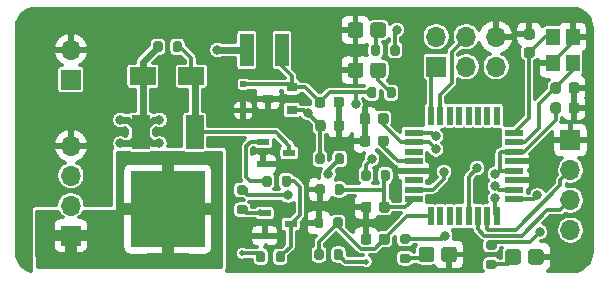
<source format=gbr>
G04 #@! TF.GenerationSoftware,KiCad,Pcbnew,(5.1.12)-1*
G04 #@! TF.CreationDate,2021-12-08T09:26:21+00:00*
G04 #@! TF.ProjectId,LightMinderSMD,4c696768-744d-4696-9e64-6572534d442e,rev?*
G04 #@! TF.SameCoordinates,Original*
G04 #@! TF.FileFunction,Copper,L1,Top*
G04 #@! TF.FilePolarity,Positive*
%FSLAX46Y46*%
G04 Gerber Fmt 4.6, Leading zero omitted, Abs format (unit mm)*
G04 Created by KiCad (PCBNEW (5.1.12)-1) date 2021-12-08 09:26:21*
%MOMM*%
%LPD*%
G01*
G04 APERTURE LIST*
G04 #@! TA.AperFunction,SMDPad,CuDef*
%ADD10R,1.500000X2.900000*%
G04 #@! TD*
G04 #@! TA.AperFunction,SMDPad,CuDef*
%ADD11R,6.300000X6.500000*%
G04 #@! TD*
G04 #@! TA.AperFunction,ComponentPad*
%ADD12O,1.700000X1.700000*%
G04 #@! TD*
G04 #@! TA.AperFunction,ComponentPad*
%ADD13R,1.700000X1.700000*%
G04 #@! TD*
G04 #@! TA.AperFunction,SMDPad,CuDef*
%ADD14R,0.900000X0.800000*%
G04 #@! TD*
G04 #@! TA.AperFunction,SMDPad,CuDef*
%ADD15R,1.100000X0.600000*%
G04 #@! TD*
G04 #@! TA.AperFunction,SMDPad,CuDef*
%ADD16R,1.180000X2.810000*%
G04 #@! TD*
G04 #@! TA.AperFunction,SMDPad,CuDef*
%ADD17R,2.200000X1.550000*%
G04 #@! TD*
G04 #@! TA.AperFunction,SMDPad,CuDef*
%ADD18R,1.200000X1.400000*%
G04 #@! TD*
G04 #@! TA.AperFunction,SMDPad,CuDef*
%ADD19R,0.500000X0.500000*%
G04 #@! TD*
G04 #@! TA.AperFunction,SMDPad,CuDef*
%ADD20R,0.550000X1.600000*%
G04 #@! TD*
G04 #@! TA.AperFunction,SMDPad,CuDef*
%ADD21R,1.600000X0.550000*%
G04 #@! TD*
G04 #@! TA.AperFunction,ViaPad*
%ADD22C,0.800000*%
G04 #@! TD*
G04 #@! TA.AperFunction,ViaPad*
%ADD23C,0.500000*%
G04 #@! TD*
G04 #@! TA.AperFunction,Conductor*
%ADD24C,0.300000*%
G04 #@! TD*
G04 #@! TA.AperFunction,Conductor*
%ADD25C,0.600000*%
G04 #@! TD*
G04 #@! TA.AperFunction,Conductor*
%ADD26C,0.350000*%
G04 #@! TD*
G04 #@! TA.AperFunction,Conductor*
%ADD27C,0.100000*%
G04 #@! TD*
G04 APERTURE END LIST*
G04 #@! TA.AperFunction,SMDPad,CuDef*
G36*
G01*
X126025000Y-92725000D02*
X126575000Y-92725000D01*
G75*
G02*
X126775000Y-92925000I0J-200000D01*
G01*
X126775000Y-93325000D01*
G75*
G02*
X126575000Y-93525000I-200000J0D01*
G01*
X126025000Y-93525000D01*
G75*
G02*
X125825000Y-93325000I0J200000D01*
G01*
X125825000Y-92925000D01*
G75*
G02*
X126025000Y-92725000I200000J0D01*
G01*
G37*
G04 #@! TD.AperFunction*
G04 #@! TA.AperFunction,SMDPad,CuDef*
G36*
G01*
X126025000Y-91075000D02*
X126575000Y-91075000D01*
G75*
G02*
X126775000Y-91275000I0J-200000D01*
G01*
X126775000Y-91675000D01*
G75*
G02*
X126575000Y-91875000I-200000J0D01*
G01*
X126025000Y-91875000D01*
G75*
G02*
X125825000Y-91675000I0J200000D01*
G01*
X125825000Y-91275000D01*
G75*
G02*
X126025000Y-91075000I200000J0D01*
G01*
G37*
G04 #@! TD.AperFunction*
G04 #@! TA.AperFunction,SMDPad,CuDef*
G36*
G01*
X123450000Y-91250000D02*
X123450000Y-91750000D01*
G75*
G02*
X123225000Y-91975000I-225000J0D01*
G01*
X122775000Y-91975000D01*
G75*
G02*
X122550000Y-91750000I0J225000D01*
G01*
X122550000Y-91250000D01*
G75*
G02*
X122775000Y-91025000I225000J0D01*
G01*
X123225000Y-91025000D01*
G75*
G02*
X123450000Y-91250000I0J-225000D01*
G01*
G37*
G04 #@! TD.AperFunction*
G04 #@! TA.AperFunction,SMDPad,CuDef*
G36*
G01*
X125000000Y-91250000D02*
X125000000Y-91750000D01*
G75*
G02*
X124775000Y-91975000I-225000J0D01*
G01*
X124325000Y-91975000D01*
G75*
G02*
X124100000Y-91750000I0J225000D01*
G01*
X124100000Y-91250000D01*
G75*
G02*
X124325000Y-91025000I225000J0D01*
G01*
X124775000Y-91025000D01*
G75*
G02*
X125000000Y-91250000I0J-225000D01*
G01*
G37*
G04 #@! TD.AperFunction*
G04 #@! TA.AperFunction,SMDPad,CuDef*
G36*
G01*
X123350000Y-82950000D02*
X123350000Y-83450000D01*
G75*
G02*
X123125000Y-83675000I-225000J0D01*
G01*
X122675000Y-83675000D01*
G75*
G02*
X122450000Y-83450000I0J225000D01*
G01*
X122450000Y-82950000D01*
G75*
G02*
X122675000Y-82725000I225000J0D01*
G01*
X123125000Y-82725000D01*
G75*
G02*
X123350000Y-82950000I0J-225000D01*
G01*
G37*
G04 #@! TD.AperFunction*
G04 #@! TA.AperFunction,SMDPad,CuDef*
G36*
G01*
X124900000Y-82950000D02*
X124900000Y-83450000D01*
G75*
G02*
X124675000Y-83675000I-225000J0D01*
G01*
X124225000Y-83675000D01*
G75*
G02*
X124000000Y-83450000I0J225000D01*
G01*
X124000000Y-82950000D01*
G75*
G02*
X124225000Y-82725000I225000J0D01*
G01*
X124675000Y-82725000D01*
G75*
G02*
X124900000Y-82950000I0J-225000D01*
G01*
G37*
G04 #@! TD.AperFunction*
G04 #@! TA.AperFunction,SMDPad,CuDef*
G36*
G01*
X140150000Y-78950000D02*
X140150000Y-78450000D01*
G75*
G02*
X140375000Y-78225000I225000J0D01*
G01*
X140825000Y-78225000D01*
G75*
G02*
X141050000Y-78450000I0J-225000D01*
G01*
X141050000Y-78950000D01*
G75*
G02*
X140825000Y-79175000I-225000J0D01*
G01*
X140375000Y-79175000D01*
G75*
G02*
X140150000Y-78950000I0J225000D01*
G01*
G37*
G04 #@! TD.AperFunction*
G04 #@! TA.AperFunction,SMDPad,CuDef*
G36*
G01*
X138600000Y-78950000D02*
X138600000Y-78450000D01*
G75*
G02*
X138825000Y-78225000I225000J0D01*
G01*
X139275000Y-78225000D01*
G75*
G02*
X139500000Y-78450000I0J-225000D01*
G01*
X139500000Y-78950000D01*
G75*
G02*
X139275000Y-79175000I-225000J0D01*
G01*
X138825000Y-79175000D01*
G75*
G02*
X138600000Y-78950000I0J225000D01*
G01*
G37*
G04 #@! TD.AperFunction*
G04 #@! TA.AperFunction,SMDPad,CuDef*
G36*
G01*
X137050000Y-74600000D02*
X136550000Y-74600000D01*
G75*
G02*
X136325000Y-74375000I0J225000D01*
G01*
X136325000Y-73925000D01*
G75*
G02*
X136550000Y-73700000I225000J0D01*
G01*
X137050000Y-73700000D01*
G75*
G02*
X137275000Y-73925000I0J-225000D01*
G01*
X137275000Y-74375000D01*
G75*
G02*
X137050000Y-74600000I-225000J0D01*
G01*
G37*
G04 #@! TD.AperFunction*
G04 #@! TA.AperFunction,SMDPad,CuDef*
G36*
G01*
X137050000Y-76150000D02*
X136550000Y-76150000D01*
G75*
G02*
X136325000Y-75925000I0J225000D01*
G01*
X136325000Y-75475000D01*
G75*
G02*
X136550000Y-75250000I225000J0D01*
G01*
X137050000Y-75250000D01*
G75*
G02*
X137275000Y-75475000I0J-225000D01*
G01*
X137275000Y-75925000D01*
G75*
G02*
X137050000Y-76150000I-225000J0D01*
G01*
G37*
G04 #@! TD.AperFunction*
G04 #@! TA.AperFunction,SMDPad,CuDef*
G36*
G01*
X123450000Y-88550000D02*
X123450000Y-89050000D01*
G75*
G02*
X123225000Y-89275000I-225000J0D01*
G01*
X122775000Y-89275000D01*
G75*
G02*
X122550000Y-89050000I0J225000D01*
G01*
X122550000Y-88550000D01*
G75*
G02*
X122775000Y-88325000I225000J0D01*
G01*
X123225000Y-88325000D01*
G75*
G02*
X123450000Y-88550000I0J-225000D01*
G01*
G37*
G04 #@! TD.AperFunction*
G04 #@! TA.AperFunction,SMDPad,CuDef*
G36*
G01*
X125000000Y-88550000D02*
X125000000Y-89050000D01*
G75*
G02*
X124775000Y-89275000I-225000J0D01*
G01*
X124325000Y-89275000D01*
G75*
G02*
X124100000Y-89050000I0J225000D01*
G01*
X124100000Y-88550000D01*
G75*
G02*
X124325000Y-88325000I225000J0D01*
G01*
X124775000Y-88325000D01*
G75*
G02*
X125000000Y-88550000I0J-225000D01*
G01*
G37*
G04 #@! TD.AperFunction*
G04 #@! TA.AperFunction,SMDPad,CuDef*
G36*
G01*
X123350000Y-81050000D02*
X123350000Y-81550000D01*
G75*
G02*
X123125000Y-81775000I-225000J0D01*
G01*
X122675000Y-81775000D01*
G75*
G02*
X122450000Y-81550000I0J225000D01*
G01*
X122450000Y-81050000D01*
G75*
G02*
X122675000Y-80825000I225000J0D01*
G01*
X123125000Y-80825000D01*
G75*
G02*
X123350000Y-81050000I0J-225000D01*
G01*
G37*
G04 #@! TD.AperFunction*
G04 #@! TA.AperFunction,SMDPad,CuDef*
G36*
G01*
X124900000Y-81050000D02*
X124900000Y-81550000D01*
G75*
G02*
X124675000Y-81775000I-225000J0D01*
G01*
X124225000Y-81775000D01*
G75*
G02*
X124000000Y-81550000I0J225000D01*
G01*
X124000000Y-81050000D01*
G75*
G02*
X124225000Y-80825000I225000J0D01*
G01*
X124675000Y-80825000D01*
G75*
G02*
X124900000Y-81050000I0J-225000D01*
G01*
G37*
G04 #@! TD.AperFunction*
G04 #@! TA.AperFunction,SMDPad,CuDef*
G36*
G01*
X140150000Y-80650000D02*
X140150000Y-80150000D01*
G75*
G02*
X140375000Y-79925000I225000J0D01*
G01*
X140825000Y-79925000D01*
G75*
G02*
X141050000Y-80150000I0J-225000D01*
G01*
X141050000Y-80650000D01*
G75*
G02*
X140825000Y-80875000I-225000J0D01*
G01*
X140375000Y-80875000D01*
G75*
G02*
X140150000Y-80650000I0J225000D01*
G01*
G37*
G04 #@! TD.AperFunction*
G04 #@! TA.AperFunction,SMDPad,CuDef*
G36*
G01*
X138600000Y-80650000D02*
X138600000Y-80150000D01*
G75*
G02*
X138825000Y-79925000I225000J0D01*
G01*
X139275000Y-79925000D01*
G75*
G02*
X139500000Y-80150000I0J-225000D01*
G01*
X139500000Y-80650000D01*
G75*
G02*
X139275000Y-80875000I-225000J0D01*
G01*
X138825000Y-80875000D01*
G75*
G02*
X138600000Y-80650000I0J225000D01*
G01*
G37*
G04 #@! TD.AperFunction*
G04 #@! TA.AperFunction,SMDPad,CuDef*
G36*
G01*
X106615000Y-75475000D02*
X106615000Y-74925000D01*
G75*
G02*
X106815000Y-74725000I200000J0D01*
G01*
X107215000Y-74725000D01*
G75*
G02*
X107415000Y-74925000I0J-200000D01*
G01*
X107415000Y-75475000D01*
G75*
G02*
X107215000Y-75675000I-200000J0D01*
G01*
X106815000Y-75675000D01*
G75*
G02*
X106615000Y-75475000I0J200000D01*
G01*
G37*
G04 #@! TD.AperFunction*
G04 #@! TA.AperFunction,SMDPad,CuDef*
G36*
G01*
X104965000Y-75475000D02*
X104965000Y-74925000D01*
G75*
G02*
X105165000Y-74725000I200000J0D01*
G01*
X105565000Y-74725000D01*
G75*
G02*
X105765000Y-74925000I0J-200000D01*
G01*
X105765000Y-75475000D01*
G75*
G02*
X105565000Y-75675000I-200000J0D01*
G01*
X105165000Y-75675000D01*
G75*
G02*
X104965000Y-75475000I0J200000D01*
G01*
G37*
G04 #@! TD.AperFunction*
G04 #@! TA.AperFunction,SMDPad,CuDef*
G36*
G01*
X115000000Y-86325000D02*
X115000000Y-86875000D01*
G75*
G02*
X114800000Y-87075000I-200000J0D01*
G01*
X114400000Y-87075000D01*
G75*
G02*
X114200000Y-86875000I0J200000D01*
G01*
X114200000Y-86325000D01*
G75*
G02*
X114400000Y-86125000I200000J0D01*
G01*
X114800000Y-86125000D01*
G75*
G02*
X115000000Y-86325000I0J-200000D01*
G01*
G37*
G04 #@! TD.AperFunction*
G04 #@! TA.AperFunction,SMDPad,CuDef*
G36*
G01*
X116650000Y-86325000D02*
X116650000Y-86875000D01*
G75*
G02*
X116450000Y-87075000I-200000J0D01*
G01*
X116050000Y-87075000D01*
G75*
G02*
X115850000Y-86875000I0J200000D01*
G01*
X115850000Y-86325000D01*
G75*
G02*
X116050000Y-86125000I200000J0D01*
G01*
X116450000Y-86125000D01*
G75*
G02*
X116650000Y-86325000I0J-200000D01*
G01*
G37*
G04 #@! TD.AperFunction*
G04 #@! TA.AperFunction,SMDPad,CuDef*
G36*
G01*
X115325000Y-93275000D02*
X115325000Y-92725000D01*
G75*
G02*
X115525000Y-92525000I200000J0D01*
G01*
X115925000Y-92525000D01*
G75*
G02*
X116125000Y-92725000I0J-200000D01*
G01*
X116125000Y-93275000D01*
G75*
G02*
X115925000Y-93475000I-200000J0D01*
G01*
X115525000Y-93475000D01*
G75*
G02*
X115325000Y-93275000I0J200000D01*
G01*
G37*
G04 #@! TD.AperFunction*
G04 #@! TA.AperFunction,SMDPad,CuDef*
G36*
G01*
X113675000Y-93275000D02*
X113675000Y-92725000D01*
G75*
G02*
X113875000Y-92525000I200000J0D01*
G01*
X114275000Y-92525000D01*
G75*
G02*
X114475000Y-92725000I0J-200000D01*
G01*
X114475000Y-93275000D01*
G75*
G02*
X114275000Y-93475000I-200000J0D01*
G01*
X113875000Y-93475000D01*
G75*
G02*
X113675000Y-93275000I0J200000D01*
G01*
G37*
G04 #@! TD.AperFunction*
G04 #@! TA.AperFunction,SMDPad,CuDef*
G36*
G01*
X112225000Y-88600000D02*
X112775000Y-88600000D01*
G75*
G02*
X112975000Y-88800000I0J-200000D01*
G01*
X112975000Y-89200000D01*
G75*
G02*
X112775000Y-89400000I-200000J0D01*
G01*
X112225000Y-89400000D01*
G75*
G02*
X112025000Y-89200000I0J200000D01*
G01*
X112025000Y-88800000D01*
G75*
G02*
X112225000Y-88600000I200000J0D01*
G01*
G37*
G04 #@! TD.AperFunction*
G04 #@! TA.AperFunction,SMDPad,CuDef*
G36*
G01*
X112225000Y-86950000D02*
X112775000Y-86950000D01*
G75*
G02*
X112975000Y-87150000I0J-200000D01*
G01*
X112975000Y-87550000D01*
G75*
G02*
X112775000Y-87750000I-200000J0D01*
G01*
X112225000Y-87750000D01*
G75*
G02*
X112025000Y-87550000I0J200000D01*
G01*
X112025000Y-87150000D01*
G75*
G02*
X112225000Y-86950000I200000J0D01*
G01*
G37*
G04 #@! TD.AperFunction*
G04 #@! TA.AperFunction,SMDPad,CuDef*
G36*
G01*
X133325000Y-93250000D02*
X133875000Y-93250000D01*
G75*
G02*
X134075000Y-93450000I0J-200000D01*
G01*
X134075000Y-93850000D01*
G75*
G02*
X133875000Y-94050000I-200000J0D01*
G01*
X133325000Y-94050000D01*
G75*
G02*
X133125000Y-93850000I0J200000D01*
G01*
X133125000Y-93450000D01*
G75*
G02*
X133325000Y-93250000I200000J0D01*
G01*
G37*
G04 #@! TD.AperFunction*
G04 #@! TA.AperFunction,SMDPad,CuDef*
G36*
G01*
X133325000Y-91600000D02*
X133875000Y-91600000D01*
G75*
G02*
X134075000Y-91800000I0J-200000D01*
G01*
X134075000Y-92200000D01*
G75*
G02*
X133875000Y-92400000I-200000J0D01*
G01*
X133325000Y-92400000D01*
G75*
G02*
X133125000Y-92200000I0J200000D01*
G01*
X133125000Y-91800000D01*
G75*
G02*
X133325000Y-91600000I200000J0D01*
G01*
G37*
G04 #@! TD.AperFunction*
G04 #@! TA.AperFunction,SMDPad,CuDef*
G36*
G01*
X124725000Y-79375000D02*
X124725000Y-78825000D01*
G75*
G02*
X124925000Y-78625000I200000J0D01*
G01*
X125325000Y-78625000D01*
G75*
G02*
X125525000Y-78825000I0J-200000D01*
G01*
X125525000Y-79375000D01*
G75*
G02*
X125325000Y-79575000I-200000J0D01*
G01*
X124925000Y-79575000D01*
G75*
G02*
X124725000Y-79375000I0J200000D01*
G01*
G37*
G04 #@! TD.AperFunction*
G04 #@! TA.AperFunction,SMDPad,CuDef*
G36*
G01*
X123075000Y-79375000D02*
X123075000Y-78825000D01*
G75*
G02*
X123275000Y-78625000I200000J0D01*
G01*
X123675000Y-78625000D01*
G75*
G02*
X123875000Y-78825000I0J-200000D01*
G01*
X123875000Y-79375000D01*
G75*
G02*
X123675000Y-79575000I-200000J0D01*
G01*
X123275000Y-79575000D01*
G75*
G02*
X123075000Y-79375000I0J200000D01*
G01*
G37*
G04 #@! TD.AperFunction*
G04 #@! TA.AperFunction,SMDPad,CuDef*
G36*
G01*
X124200000Y-75225000D02*
X124200000Y-75775000D01*
G75*
G02*
X124000000Y-75975000I-200000J0D01*
G01*
X123600000Y-75975000D01*
G75*
G02*
X123400000Y-75775000I0J200000D01*
G01*
X123400000Y-75225000D01*
G75*
G02*
X123600000Y-75025000I200000J0D01*
G01*
X124000000Y-75025000D01*
G75*
G02*
X124200000Y-75225000I0J-200000D01*
G01*
G37*
G04 #@! TD.AperFunction*
G04 #@! TA.AperFunction,SMDPad,CuDef*
G36*
G01*
X125850000Y-75225000D02*
X125850000Y-75775000D01*
G75*
G02*
X125650000Y-75975000I-200000J0D01*
G01*
X125250000Y-75975000D01*
G75*
G02*
X125050000Y-75775000I0J200000D01*
G01*
X125050000Y-75225000D01*
G75*
G02*
X125250000Y-75025000I200000J0D01*
G01*
X125650000Y-75025000D01*
G75*
G02*
X125850000Y-75225000I0J-200000D01*
G01*
G37*
G04 #@! TD.AperFunction*
G04 #@! TA.AperFunction,SMDPad,CuDef*
G36*
G01*
X120350000Y-84975000D02*
X120350000Y-84425000D01*
G75*
G02*
X120550000Y-84225000I200000J0D01*
G01*
X120950000Y-84225000D01*
G75*
G02*
X121150000Y-84425000I0J-200000D01*
G01*
X121150000Y-84975000D01*
G75*
G02*
X120950000Y-85175000I-200000J0D01*
G01*
X120550000Y-85175000D01*
G75*
G02*
X120350000Y-84975000I0J200000D01*
G01*
G37*
G04 #@! TD.AperFunction*
G04 #@! TA.AperFunction,SMDPad,CuDef*
G36*
G01*
X118700000Y-84975000D02*
X118700000Y-84425000D01*
G75*
G02*
X118900000Y-84225000I200000J0D01*
G01*
X119300000Y-84225000D01*
G75*
G02*
X119500000Y-84425000I0J-200000D01*
G01*
X119500000Y-84975000D01*
G75*
G02*
X119300000Y-85175000I-200000J0D01*
G01*
X118900000Y-85175000D01*
G75*
G02*
X118700000Y-84975000I0J200000D01*
G01*
G37*
G04 #@! TD.AperFunction*
G04 #@! TA.AperFunction,SMDPad,CuDef*
G36*
G01*
X119400000Y-92525000D02*
X119400000Y-93075000D01*
G75*
G02*
X119200000Y-93275000I-200000J0D01*
G01*
X118800000Y-93275000D01*
G75*
G02*
X118600000Y-93075000I0J200000D01*
G01*
X118600000Y-92525000D01*
G75*
G02*
X118800000Y-92325000I200000J0D01*
G01*
X119200000Y-92325000D01*
G75*
G02*
X119400000Y-92525000I0J-200000D01*
G01*
G37*
G04 #@! TD.AperFunction*
G04 #@! TA.AperFunction,SMDPad,CuDef*
G36*
G01*
X121050000Y-92525000D02*
X121050000Y-93075000D01*
G75*
G02*
X120850000Y-93275000I-200000J0D01*
G01*
X120450000Y-93275000D01*
G75*
G02*
X120250000Y-93075000I0J200000D01*
G01*
X120250000Y-92525000D01*
G75*
G02*
X120450000Y-92325000I200000J0D01*
G01*
X120850000Y-92325000D01*
G75*
G02*
X121050000Y-92525000I0J-200000D01*
G01*
G37*
G04 #@! TD.AperFunction*
G04 #@! TA.AperFunction,SMDPad,CuDef*
G36*
G01*
X119375000Y-89825000D02*
X119375000Y-90375000D01*
G75*
G02*
X119175000Y-90575000I-200000J0D01*
G01*
X118775000Y-90575000D01*
G75*
G02*
X118575000Y-90375000I0J200000D01*
G01*
X118575000Y-89825000D01*
G75*
G02*
X118775000Y-89625000I200000J0D01*
G01*
X119175000Y-89625000D01*
G75*
G02*
X119375000Y-89825000I0J-200000D01*
G01*
G37*
G04 #@! TD.AperFunction*
G04 #@! TA.AperFunction,SMDPad,CuDef*
G36*
G01*
X121025000Y-89825000D02*
X121025000Y-90375000D01*
G75*
G02*
X120825000Y-90575000I-200000J0D01*
G01*
X120425000Y-90575000D01*
G75*
G02*
X120225000Y-90375000I0J200000D01*
G01*
X120225000Y-89825000D01*
G75*
G02*
X120425000Y-89625000I200000J0D01*
G01*
X120825000Y-89625000D01*
G75*
G02*
X121025000Y-89825000I0J-200000D01*
G01*
G37*
G04 #@! TD.AperFunction*
G04 #@! TA.AperFunction,SMDPad,CuDef*
G36*
G01*
X119475000Y-87025000D02*
X119475000Y-87575000D01*
G75*
G02*
X119275000Y-87775000I-200000J0D01*
G01*
X118875000Y-87775000D01*
G75*
G02*
X118675000Y-87575000I0J200000D01*
G01*
X118675000Y-87025000D01*
G75*
G02*
X118875000Y-86825000I200000J0D01*
G01*
X119275000Y-86825000D01*
G75*
G02*
X119475000Y-87025000I0J-200000D01*
G01*
G37*
G04 #@! TD.AperFunction*
G04 #@! TA.AperFunction,SMDPad,CuDef*
G36*
G01*
X121125000Y-87025000D02*
X121125000Y-87575000D01*
G75*
G02*
X120925000Y-87775000I-200000J0D01*
G01*
X120525000Y-87775000D01*
G75*
G02*
X120325000Y-87575000I0J200000D01*
G01*
X120325000Y-87025000D01*
G75*
G02*
X120525000Y-86825000I200000J0D01*
G01*
X120925000Y-86825000D01*
G75*
G02*
X121125000Y-87025000I0J-200000D01*
G01*
G37*
G04 #@! TD.AperFunction*
G04 #@! TA.AperFunction,SMDPad,CuDef*
G36*
G01*
X124225000Y-86375000D02*
X124225000Y-85825000D01*
G75*
G02*
X124425000Y-85625000I200000J0D01*
G01*
X124825000Y-85625000D01*
G75*
G02*
X125025000Y-85825000I0J-200000D01*
G01*
X125025000Y-86375000D01*
G75*
G02*
X124825000Y-86575000I-200000J0D01*
G01*
X124425000Y-86575000D01*
G75*
G02*
X124225000Y-86375000I0J200000D01*
G01*
G37*
G04 #@! TD.AperFunction*
G04 #@! TA.AperFunction,SMDPad,CuDef*
G36*
G01*
X122575000Y-86375000D02*
X122575000Y-85825000D01*
G75*
G02*
X122775000Y-85625000I200000J0D01*
G01*
X123175000Y-85625000D01*
G75*
G02*
X123375000Y-85825000I0J-200000D01*
G01*
X123375000Y-86375000D01*
G75*
G02*
X123175000Y-86575000I-200000J0D01*
G01*
X122775000Y-86575000D01*
G75*
G02*
X122575000Y-86375000I0J200000D01*
G01*
G37*
G04 #@! TD.AperFunction*
D10*
X103914000Y-82450000D03*
D11*
X106200000Y-88950000D03*
D10*
X108486000Y-82450000D03*
D12*
X140300000Y-90740000D03*
X140300000Y-88200000D03*
X140300000Y-85660000D03*
D13*
X140300000Y-83120000D03*
D12*
X134000000Y-74360000D03*
X134000000Y-76900000D03*
X131460000Y-74360000D03*
X131460000Y-76900000D03*
X128920000Y-74360000D03*
D13*
X128920000Y-76900000D03*
D12*
X98000000Y-75460000D03*
D13*
X98000000Y-78000000D03*
D12*
X98000000Y-83580000D03*
X98000000Y-86120000D03*
X98000000Y-88660000D03*
D13*
X98000000Y-91200000D03*
D14*
X114700000Y-79600000D03*
X116700000Y-78650000D03*
X116700000Y-80550000D03*
D15*
X116500000Y-84200000D03*
X114300000Y-85150000D03*
X114300000Y-83250000D03*
X116600000Y-90250000D03*
X114400000Y-91200000D03*
X114400000Y-89300000D03*
D16*
X115870000Y-75500000D03*
X112900000Y-75500000D03*
G04 #@! TA.AperFunction,SMDPad,CuDef*
G36*
G01*
X136100000Y-92599999D02*
X136100000Y-93400001D01*
G75*
G02*
X135850001Y-93650000I-249999J0D01*
G01*
X135024999Y-93650000D01*
G75*
G02*
X134775000Y-93400001I0J249999D01*
G01*
X134775000Y-92599999D01*
G75*
G02*
X135024999Y-92350000I249999J0D01*
G01*
X135850001Y-92350000D01*
G75*
G02*
X136100000Y-92599999I0J-249999D01*
G01*
G37*
G04 #@! TD.AperFunction*
G04 #@! TA.AperFunction,SMDPad,CuDef*
G36*
G01*
X138025000Y-92599999D02*
X138025000Y-93400001D01*
G75*
G02*
X137775001Y-93650000I-249999J0D01*
G01*
X136949999Y-93650000D01*
G75*
G02*
X136700000Y-93400001I0J249999D01*
G01*
X136700000Y-92599999D01*
G75*
G02*
X136949999Y-92350000I249999J0D01*
G01*
X137775001Y-92350000D01*
G75*
G02*
X138025000Y-92599999I0J-249999D01*
G01*
G37*
G04 #@! TD.AperFunction*
G04 #@! TA.AperFunction,SMDPad,CuDef*
G36*
G01*
X128762500Y-92399999D02*
X128762500Y-93200001D01*
G75*
G02*
X128512501Y-93450000I-249999J0D01*
G01*
X127687499Y-93450000D01*
G75*
G02*
X127437500Y-93200001I0J249999D01*
G01*
X127437500Y-92399999D01*
G75*
G02*
X127687499Y-92150000I249999J0D01*
G01*
X128512501Y-92150000D01*
G75*
G02*
X128762500Y-92399999I0J-249999D01*
G01*
G37*
G04 #@! TD.AperFunction*
G04 #@! TA.AperFunction,SMDPad,CuDef*
G36*
G01*
X130687500Y-92399999D02*
X130687500Y-93200001D01*
G75*
G02*
X130437501Y-93450000I-249999J0D01*
G01*
X129612499Y-93450000D01*
G75*
G02*
X129362500Y-93200001I0J249999D01*
G01*
X129362500Y-92399999D01*
G75*
G02*
X129612499Y-92150000I249999J0D01*
G01*
X130437501Y-92150000D01*
G75*
G02*
X130687500Y-92399999I0J-249999D01*
G01*
G37*
G04 #@! TD.AperFunction*
G04 #@! TA.AperFunction,SMDPad,CuDef*
G36*
G01*
X123362500Y-77600001D02*
X123362500Y-76799999D01*
G75*
G02*
X123612499Y-76550000I249999J0D01*
G01*
X124437501Y-76550000D01*
G75*
G02*
X124687500Y-76799999I0J-249999D01*
G01*
X124687500Y-77600001D01*
G75*
G02*
X124437501Y-77850000I-249999J0D01*
G01*
X123612499Y-77850000D01*
G75*
G02*
X123362500Y-77600001I0J249999D01*
G01*
G37*
G04 #@! TD.AperFunction*
G04 #@! TA.AperFunction,SMDPad,CuDef*
G36*
G01*
X121437500Y-77600001D02*
X121437500Y-76799999D01*
G75*
G02*
X121687499Y-76550000I249999J0D01*
G01*
X122512501Y-76550000D01*
G75*
G02*
X122762500Y-76799999I0J-249999D01*
G01*
X122762500Y-77600001D01*
G75*
G02*
X122512501Y-77850000I-249999J0D01*
G01*
X121687499Y-77850000D01*
G75*
G02*
X121437500Y-77600001I0J249999D01*
G01*
G37*
G04 #@! TD.AperFunction*
D17*
X108200000Y-77700000D03*
X104100000Y-77700000D03*
G04 #@! TA.AperFunction,SMDPad,CuDef*
G36*
G01*
X123362500Y-74200001D02*
X123362500Y-73399999D01*
G75*
G02*
X123612499Y-73150000I249999J0D01*
G01*
X124437501Y-73150000D01*
G75*
G02*
X124687500Y-73399999I0J-249999D01*
G01*
X124687500Y-74200001D01*
G75*
G02*
X124437501Y-74450000I-249999J0D01*
G01*
X123612499Y-74450000D01*
G75*
G02*
X123362500Y-74200001I0J249999D01*
G01*
G37*
G04 #@! TD.AperFunction*
G04 #@! TA.AperFunction,SMDPad,CuDef*
G36*
G01*
X121437500Y-74200001D02*
X121437500Y-73399999D01*
G75*
G02*
X121687499Y-73150000I249999J0D01*
G01*
X122512501Y-73150000D01*
G75*
G02*
X122762500Y-73399999I0J-249999D01*
G01*
X122762500Y-74200001D01*
G75*
G02*
X122512501Y-74450000I-249999J0D01*
G01*
X121687499Y-74450000D01*
G75*
G02*
X121437500Y-74200001I0J249999D01*
G01*
G37*
G04 #@! TD.AperFunction*
G04 #@! TA.AperFunction,SMDPad,CuDef*
G36*
G01*
X120262500Y-82156250D02*
X120262500Y-81643750D01*
G75*
G02*
X120481250Y-81425000I218750J0D01*
G01*
X120918750Y-81425000D01*
G75*
G02*
X121137500Y-81643750I0J-218750D01*
G01*
X121137500Y-82156250D01*
G75*
G02*
X120918750Y-82375000I-218750J0D01*
G01*
X120481250Y-82375000D01*
G75*
G02*
X120262500Y-82156250I0J218750D01*
G01*
G37*
G04 #@! TD.AperFunction*
G04 #@! TA.AperFunction,SMDPad,CuDef*
G36*
G01*
X118687500Y-82156250D02*
X118687500Y-81643750D01*
G75*
G02*
X118906250Y-81425000I218750J0D01*
G01*
X119343750Y-81425000D01*
G75*
G02*
X119562500Y-81643750I0J-218750D01*
G01*
X119562500Y-82156250D01*
G75*
G02*
X119343750Y-82375000I-218750J0D01*
G01*
X118906250Y-82375000D01*
G75*
G02*
X118687500Y-82156250I0J218750D01*
G01*
G37*
G04 #@! TD.AperFunction*
G04 #@! TA.AperFunction,SMDPad,CuDef*
G36*
G01*
X120237500Y-80156250D02*
X120237500Y-79643750D01*
G75*
G02*
X120456250Y-79425000I218750J0D01*
G01*
X120893750Y-79425000D01*
G75*
G02*
X121112500Y-79643750I0J-218750D01*
G01*
X121112500Y-80156250D01*
G75*
G02*
X120893750Y-80375000I-218750J0D01*
G01*
X120456250Y-80375000D01*
G75*
G02*
X120237500Y-80156250I0J218750D01*
G01*
G37*
G04 #@! TD.AperFunction*
G04 #@! TA.AperFunction,SMDPad,CuDef*
G36*
G01*
X118662500Y-80156250D02*
X118662500Y-79643750D01*
G75*
G02*
X118881250Y-79425000I218750J0D01*
G01*
X119318750Y-79425000D01*
G75*
G02*
X119537500Y-79643750I0J-218750D01*
G01*
X119537500Y-80156250D01*
G75*
G02*
X119318750Y-80375000I-218750J0D01*
G01*
X118881250Y-80375000D01*
G75*
G02*
X118662500Y-80156250I0J218750D01*
G01*
G37*
G04 #@! TD.AperFunction*
D18*
X140500000Y-74400000D03*
X140500000Y-76600000D03*
X138800000Y-76600000D03*
X138800000Y-74400000D03*
D19*
X112600000Y-80600000D03*
X112600000Y-78400000D03*
D20*
X134066000Y-89554000D03*
X133266000Y-89554000D03*
X132466000Y-89554000D03*
X131666000Y-89554000D03*
X130866000Y-89554000D03*
X130066000Y-89554000D03*
X129266000Y-89554000D03*
X128466000Y-89554000D03*
D21*
X127016000Y-88104000D03*
X127016000Y-87304000D03*
X127016000Y-86504000D03*
X127016000Y-85704000D03*
X127016000Y-84904000D03*
X127016000Y-84104000D03*
X127016000Y-83304000D03*
X127016000Y-82504000D03*
D20*
X128466000Y-81054000D03*
X129266000Y-81054000D03*
X130066000Y-81054000D03*
X130866000Y-81054000D03*
X131666000Y-81054000D03*
X132466000Y-81054000D03*
X133266000Y-81054000D03*
X134066000Y-81054000D03*
D21*
X135516000Y-82504000D03*
X135516000Y-83304000D03*
X135516000Y-84104000D03*
X135516000Y-84904000D03*
X135516000Y-85704000D03*
X135516000Y-86504000D03*
X135516000Y-87304000D03*
X135516000Y-88104000D03*
D22*
X126400000Y-80400000D03*
X130000000Y-82649990D03*
X110400000Y-75500000D03*
X102200000Y-81400000D03*
X102200000Y-83400000D03*
X105500000Y-81400000D03*
X105500000Y-83400000D03*
D23*
X112500000Y-92700000D03*
X123000000Y-93400000D03*
D22*
X132400000Y-85500000D03*
X123500000Y-84700000D03*
X122100000Y-80100000D03*
X129700000Y-91200000D03*
X133900000Y-87038532D03*
X137500000Y-87800000D03*
X137700000Y-90900000D03*
X128900000Y-83900000D03*
X118062500Y-80837500D03*
X133900000Y-86000000D03*
X125600000Y-73800000D03*
X116400000Y-87800000D03*
X133900000Y-88054000D03*
X129600000Y-85800000D03*
X119800000Y-86000000D03*
X128900000Y-82800000D03*
D24*
X123000000Y-91500000D02*
X123000000Y-88800000D01*
X140500000Y-74800000D02*
X140500000Y-74400000D01*
X138800000Y-76500000D02*
X140500000Y-74800000D01*
X138800000Y-76600000D02*
X138800000Y-76500000D01*
D25*
X112900000Y-75500000D02*
X110400000Y-75500000D01*
X103864000Y-82400000D02*
X103914000Y-82450000D01*
X102964000Y-83400000D02*
X103914000Y-82450000D01*
X102200000Y-83400000D02*
X102964000Y-83400000D01*
X102864000Y-81400000D02*
X103914000Y-82450000D01*
X102200000Y-81400000D02*
X102864000Y-81400000D01*
X104964000Y-81400000D02*
X103914000Y-82450000D01*
X105500000Y-81400000D02*
X104964000Y-81400000D01*
X103964000Y-82400000D02*
X103914000Y-82450000D01*
X104864000Y-83400000D02*
X103914000Y-82450000D01*
X105500000Y-83400000D02*
X104864000Y-83400000D01*
X103900000Y-82436000D02*
X103914000Y-82450000D01*
X104100000Y-82264000D02*
X103914000Y-82450000D01*
X104100000Y-77700000D02*
X104100000Y-82264000D01*
D24*
X113980000Y-92700000D02*
X112500000Y-92700000D01*
D25*
X104100000Y-76465000D02*
X105365000Y-75200000D01*
X104100000Y-77700000D02*
X104100000Y-76465000D01*
D24*
X121250000Y-93400000D02*
X120650000Y-92800000D01*
X123000000Y-93400000D02*
X121250000Y-93400000D01*
X114400000Y-89300000D02*
X114200000Y-89300000D01*
X114200000Y-89300000D02*
X114000000Y-89100000D01*
X112800000Y-89300000D02*
X112500000Y-89000000D01*
X114400000Y-89300000D02*
X112800000Y-89300000D01*
X131666000Y-86234000D02*
X132400000Y-85500000D01*
X131666000Y-89554000D02*
X131666000Y-86234000D01*
X138800000Y-74400000D02*
X138800000Y-74500000D01*
X138100000Y-74400000D02*
X136800000Y-75700000D01*
X138800000Y-74400000D02*
X138100000Y-74400000D01*
X136800000Y-81220000D02*
X135516000Y-82504000D01*
X136800000Y-75700000D02*
X136800000Y-81220000D01*
X136388878Y-83304000D02*
X135516000Y-83304000D01*
X137600011Y-80099989D02*
X137600011Y-82124991D01*
X140500000Y-77200000D02*
X137600011Y-80099989D01*
X137600011Y-82124991D02*
X136421002Y-83304000D01*
X136421002Y-83304000D02*
X135516000Y-83304000D01*
X140300000Y-85660000D02*
X139450001Y-86509999D01*
X134625024Y-90699978D02*
X134621002Y-90704000D01*
X133266000Y-90654000D02*
X133266000Y-89554000D01*
X133316000Y-90704000D02*
X133266000Y-90654000D01*
X134621002Y-90704000D02*
X133316000Y-90704000D01*
X135700022Y-90699978D02*
X134625024Y-90699978D01*
X139450001Y-86949999D02*
X135700022Y-90699978D01*
X139450001Y-86509999D02*
X139450001Y-86949999D01*
X139450001Y-89049999D02*
X140300000Y-88200000D01*
X138320001Y-89049999D02*
X139450001Y-89049999D01*
X136170011Y-91199989D02*
X138320001Y-89049999D01*
X134828112Y-91204012D02*
X134832135Y-91199989D01*
X132466000Y-90654000D02*
X133016012Y-91204012D01*
X133016012Y-91204012D02*
X134828112Y-91204012D01*
X134832135Y-91199989D02*
X136170011Y-91199989D01*
X132466000Y-89554000D02*
X132466000Y-90654000D01*
X117850000Y-78650000D02*
X119100000Y-79900000D01*
X116700000Y-78650000D02*
X117850000Y-78650000D01*
X116450000Y-78400000D02*
X116700000Y-78650000D01*
X112600000Y-78400000D02*
X116450000Y-78400000D01*
X119925010Y-79074990D02*
X119100000Y-79900000D01*
X123475000Y-79100000D02*
X123449990Y-79074990D01*
X123475000Y-79325000D02*
X123475000Y-79100000D01*
X123391840Y-79408160D02*
X123475000Y-79325000D01*
X122975000Y-85225000D02*
X123500000Y-84700000D01*
X122975000Y-86100000D02*
X122975000Y-85225000D01*
X122100000Y-79200000D02*
X121974990Y-79074990D01*
X122100000Y-80100000D02*
X122100000Y-79200000D01*
X121974990Y-79074990D02*
X119925010Y-79074990D01*
X123449990Y-79074990D02*
X121974990Y-79074990D01*
X115870000Y-76870000D02*
X115870000Y-75500000D01*
X116700000Y-77700000D02*
X115870000Y-76870000D01*
X116700000Y-78650000D02*
X116700000Y-77700000D01*
X124025000Y-78000000D02*
X125125000Y-79100000D01*
X124025000Y-77200000D02*
X124025000Y-78000000D01*
X128275000Y-92900000D02*
X128575000Y-92600000D01*
X128075000Y-93125000D02*
X128300000Y-92900000D01*
X127775000Y-93125000D02*
X128100000Y-92800000D01*
X126300000Y-93125000D02*
X127775000Y-93125000D01*
X133945193Y-87038532D02*
X134210661Y-87304000D01*
X134210661Y-87304000D02*
X135516000Y-87304000D01*
X129425000Y-91475000D02*
X129700000Y-91200000D01*
X126300000Y-91475000D02*
X129425000Y-91475000D01*
X137196000Y-88104000D02*
X137500000Y-87800000D01*
X135516000Y-88104000D02*
X137196000Y-88104000D01*
X133895977Y-91704023D02*
X133600000Y-92000000D01*
X135035223Y-91704023D02*
X133895977Y-91704023D01*
X135039246Y-91700000D02*
X135035223Y-91704023D01*
X136900000Y-91700000D02*
X135039246Y-91700000D01*
X137700000Y-90900000D02*
X136900000Y-91700000D01*
X135560000Y-84060000D02*
X135516000Y-84104000D01*
X117775000Y-80550000D02*
X118062500Y-80837500D01*
X116700000Y-80550000D02*
X117775000Y-80550000D01*
X118062500Y-80837500D02*
X119125000Y-81900000D01*
X135520000Y-84100000D02*
X135516000Y-84104000D01*
X134300000Y-84220000D02*
X134300000Y-85700000D01*
X134416000Y-84104000D02*
X134300000Y-84220000D01*
X135516000Y-84104000D02*
X134416000Y-84104000D01*
X134304000Y-85704000D02*
X135516000Y-85704000D01*
X134300000Y-85700000D02*
X134304000Y-85704000D01*
X128304000Y-83304000D02*
X128900000Y-83900000D01*
X127016000Y-83304000D02*
X128304000Y-83304000D01*
X134000000Y-86000000D02*
X134300000Y-85700000D01*
X133900000Y-86000000D02*
X134000000Y-86000000D01*
X125979000Y-83304000D02*
X127016000Y-83304000D01*
X124450000Y-81775000D02*
X125979000Y-83304000D01*
X124450000Y-81300000D02*
X124450000Y-81775000D01*
X119100000Y-81925000D02*
X119125000Y-81900000D01*
X119100000Y-84700000D02*
X119100000Y-81925000D01*
X135520000Y-85700000D02*
X135516000Y-85704000D01*
X125450000Y-73950000D02*
X125600000Y-73800000D01*
X125450000Y-75500000D02*
X125450000Y-73950000D01*
X139050000Y-81382122D02*
X139050000Y-80400000D01*
X136328122Y-84104000D02*
X139050000Y-81382122D01*
X135516000Y-84104000D02*
X136328122Y-84104000D01*
X126992894Y-84880894D02*
X127016000Y-84904000D01*
X125679000Y-84904000D02*
X127016000Y-84904000D01*
X124450000Y-83675000D02*
X125679000Y-84904000D01*
X124450000Y-83200000D02*
X124450000Y-83675000D01*
X123800000Y-74025000D02*
X124025000Y-73800000D01*
X123800000Y-75500000D02*
X123800000Y-74025000D01*
X115350000Y-82450000D02*
X108486000Y-82450000D01*
X116500000Y-83600000D02*
X115350000Y-82450000D01*
X116500000Y-84200000D02*
X116500000Y-83600000D01*
X108486000Y-77986000D02*
X108200000Y-77700000D01*
D25*
X108486000Y-82450000D02*
X108486000Y-77986000D01*
D24*
X108200000Y-76200000D02*
X107200000Y-75200000D01*
X108200000Y-77700000D02*
X108200000Y-76200000D01*
X135037500Y-93600000D02*
X135437500Y-93200000D01*
X133600000Y-93600000D02*
X135037500Y-93600000D01*
X116600000Y-90250000D02*
X117400000Y-89450000D01*
X117400000Y-87080000D02*
X116920000Y-86600000D01*
X117400000Y-89450000D02*
X117400000Y-87080000D01*
X116600000Y-92125000D02*
X116025000Y-92700000D01*
X116600000Y-90250000D02*
X116600000Y-92125000D01*
X116920000Y-86600000D02*
X116250000Y-86600000D01*
X112850000Y-86250000D02*
X113200000Y-86600000D01*
X112850000Y-83650000D02*
X112850000Y-86250000D01*
X113250000Y-83250000D02*
X112850000Y-83650000D01*
X114300000Y-83250000D02*
X113250000Y-83250000D01*
X114600000Y-86600000D02*
X113200000Y-86600000D01*
X134100000Y-89588000D02*
X134066000Y-89554000D01*
X115100000Y-87800000D02*
X116250000Y-87800000D01*
X133900000Y-89388000D02*
X134066000Y-89554000D01*
X133900000Y-88054000D02*
X133900000Y-89388000D01*
X112950000Y-87800000D02*
X116400000Y-87800000D01*
X112500000Y-87350000D02*
X112950000Y-87800000D01*
X126320000Y-88800000D02*
X127016000Y-88104000D01*
X124550000Y-88800000D02*
X126320000Y-88800000D01*
X124550000Y-86175000D02*
X124625000Y-86100000D01*
X120725000Y-87300000D02*
X124500000Y-87300000D01*
X124550000Y-87250000D02*
X124550000Y-86175000D01*
X124500000Y-87300000D02*
X124550000Y-87250000D01*
X124550000Y-88800000D02*
X124550000Y-87250000D01*
X128480000Y-89568000D02*
X128466000Y-89554000D01*
X126496000Y-89554000D02*
X128466000Y-89554000D01*
X124550000Y-91500000D02*
X126496000Y-89554000D01*
X122536820Y-92325010D02*
X120625000Y-90413190D01*
X120625000Y-90413190D02*
X120625000Y-90100000D01*
X123724990Y-92325010D02*
X122536820Y-92325010D01*
X124550000Y-91500000D02*
X123724990Y-92325010D01*
X119000000Y-91725000D02*
X120625000Y-90100000D01*
X119000000Y-92800000D02*
X119000000Y-91725000D01*
X127012000Y-87300000D02*
X127016000Y-87304000D01*
X129600000Y-86365685D02*
X129600000Y-85800000D01*
X127016000Y-87304000D02*
X128661685Y-87304000D01*
X128661685Y-87304000D02*
X129600000Y-86365685D01*
X119800000Y-85650000D02*
X120750000Y-84700000D01*
X119800000Y-86000000D02*
X119800000Y-85650000D01*
X128604000Y-82504000D02*
X128900000Y-82800000D01*
X127016000Y-82504000D02*
X128604000Y-82504000D01*
X128466000Y-77354000D02*
X128920000Y-76900000D01*
X128466000Y-81054000D02*
X128466000Y-77354000D01*
X130259999Y-78260001D02*
X130259999Y-75640001D01*
X130259999Y-75640001D02*
X131540000Y-74360000D01*
X129266000Y-79254000D02*
X130259999Y-78260001D01*
X129266000Y-81054000D02*
X129266000Y-79254000D01*
D26*
X140810401Y-72032354D02*
X141108982Y-72122500D01*
X141384366Y-72268925D01*
X141626062Y-72466047D01*
X141824869Y-72706363D01*
X141973214Y-72980723D01*
X142065440Y-73278657D01*
X142100000Y-73607468D01*
X142100001Y-92580425D01*
X142067646Y-92910403D01*
X141977500Y-93208982D01*
X141831076Y-93484364D01*
X141633950Y-93726064D01*
X141393637Y-93924869D01*
X141119279Y-94073214D01*
X140821343Y-94165440D01*
X140492531Y-94200000D01*
X138431443Y-94200000D01*
X138510291Y-94135291D01*
X138595642Y-94031291D01*
X138659063Y-93912638D01*
X138698118Y-93783891D01*
X138711305Y-93650000D01*
X138708000Y-93249750D01*
X138537250Y-93079000D01*
X137441500Y-93079000D01*
X137441500Y-93099000D01*
X137283500Y-93099000D01*
X137283500Y-93079000D01*
X137263500Y-93079000D01*
X137263500Y-92921000D01*
X137283500Y-92921000D01*
X137283500Y-92901000D01*
X137441500Y-92901000D01*
X137441500Y-92921000D01*
X138537250Y-92921000D01*
X138708000Y-92750250D01*
X138711305Y-92350000D01*
X138698118Y-92216109D01*
X138659063Y-92087362D01*
X138595642Y-91968709D01*
X138510291Y-91864709D01*
X138406291Y-91779358D01*
X138287638Y-91715937D01*
X138158891Y-91676882D01*
X138025000Y-91663695D01*
X137825118Y-91665296D01*
X137926059Y-91645217D01*
X138067100Y-91586796D01*
X138194034Y-91501982D01*
X138301982Y-91394034D01*
X138386796Y-91267100D01*
X138445217Y-91126059D01*
X138475000Y-90976331D01*
X138475000Y-90823669D01*
X138445217Y-90673941D01*
X138422604Y-90619348D01*
X139075000Y-90619348D01*
X139075000Y-90860652D01*
X139122076Y-91097319D01*
X139214419Y-91320255D01*
X139348481Y-91520892D01*
X139519108Y-91691519D01*
X139719745Y-91825581D01*
X139942681Y-91917924D01*
X140179348Y-91965000D01*
X140420652Y-91965000D01*
X140657319Y-91917924D01*
X140880255Y-91825581D01*
X141080892Y-91691519D01*
X141251519Y-91520892D01*
X141385581Y-91320255D01*
X141477924Y-91097319D01*
X141525000Y-90860652D01*
X141525000Y-90619348D01*
X141477924Y-90382681D01*
X141385581Y-90159745D01*
X141251519Y-89959108D01*
X141080892Y-89788481D01*
X140880255Y-89654419D01*
X140657319Y-89562076D01*
X140420652Y-89515000D01*
X140179348Y-89515000D01*
X139942681Y-89562076D01*
X139719745Y-89654419D01*
X139519108Y-89788481D01*
X139348481Y-89959108D01*
X139214419Y-90159745D01*
X139122076Y-90382681D01*
X139075000Y-90619348D01*
X138422604Y-90619348D01*
X138386796Y-90532900D01*
X138301982Y-90405966D01*
X138194034Y-90298018D01*
X138067100Y-90213204D01*
X137948417Y-90164044D01*
X138537463Y-89574999D01*
X139424221Y-89574999D01*
X139450001Y-89577538D01*
X139475781Y-89574999D01*
X139475789Y-89574999D01*
X139552919Y-89567402D01*
X139651882Y-89537382D01*
X139743087Y-89488632D01*
X139823028Y-89423026D01*
X139839472Y-89402989D01*
X139887425Y-89355036D01*
X139942681Y-89377924D01*
X140179348Y-89425000D01*
X140420652Y-89425000D01*
X140657319Y-89377924D01*
X140880255Y-89285581D01*
X141080892Y-89151519D01*
X141251519Y-88980892D01*
X141385581Y-88780255D01*
X141477924Y-88557319D01*
X141525000Y-88320652D01*
X141525000Y-88079348D01*
X141477924Y-87842681D01*
X141385581Y-87619745D01*
X141251519Y-87419108D01*
X141080892Y-87248481D01*
X140880255Y-87114419D01*
X140657319Y-87022076D01*
X140420652Y-86975000D01*
X140179348Y-86975000D01*
X139970996Y-87016444D01*
X139975001Y-86975786D01*
X139975001Y-86975780D01*
X139977540Y-86950000D01*
X139975001Y-86924220D01*
X139975001Y-86844353D01*
X140179348Y-86885000D01*
X140420652Y-86885000D01*
X140657319Y-86837924D01*
X140880255Y-86745581D01*
X141080892Y-86611519D01*
X141251519Y-86440892D01*
X141385581Y-86240255D01*
X141477924Y-86017319D01*
X141525000Y-85780652D01*
X141525000Y-85539348D01*
X141477924Y-85302681D01*
X141385581Y-85079745D01*
X141251519Y-84879108D01*
X141080892Y-84708481D01*
X141001582Y-84655488D01*
X141150000Y-84656305D01*
X141283891Y-84643118D01*
X141412638Y-84604063D01*
X141531291Y-84540642D01*
X141635291Y-84455291D01*
X141720642Y-84351291D01*
X141784063Y-84232638D01*
X141823118Y-84103891D01*
X141836305Y-83970000D01*
X141833000Y-83369750D01*
X141662250Y-83199000D01*
X140379000Y-83199000D01*
X140379000Y-83219000D01*
X140221000Y-83219000D01*
X140221000Y-83199000D01*
X138937750Y-83199000D01*
X138767000Y-83369750D01*
X138763695Y-83970000D01*
X138776882Y-84103891D01*
X138815937Y-84232638D01*
X138879358Y-84351291D01*
X138964709Y-84455291D01*
X139068709Y-84540642D01*
X139187362Y-84604063D01*
X139316109Y-84643118D01*
X139450000Y-84656305D01*
X139598418Y-84655488D01*
X139519108Y-84708481D01*
X139348481Y-84879108D01*
X139214419Y-85079745D01*
X139122076Y-85302681D01*
X139075000Y-85539348D01*
X139075000Y-85780652D01*
X139122076Y-86017319D01*
X139144964Y-86072575D01*
X139097011Y-86120528D01*
X139076974Y-86136972D01*
X139011368Y-86216913D01*
X138962618Y-86308119D01*
X138932598Y-86407082D01*
X138925001Y-86484212D01*
X138925001Y-86484219D01*
X138922462Y-86509999D01*
X138925001Y-86535779D01*
X138925001Y-86732537D01*
X138197880Y-87459659D01*
X138186796Y-87432900D01*
X138101982Y-87305966D01*
X137994034Y-87198018D01*
X137867100Y-87113204D01*
X137726059Y-87054783D01*
X137576331Y-87025000D01*
X137423669Y-87025000D01*
X137273941Y-87054783D01*
X137132900Y-87113204D01*
X137005966Y-87198018D01*
X136898018Y-87305966D01*
X136813204Y-87432900D01*
X136754783Y-87573941D01*
X136753777Y-87579000D01*
X136692814Y-87579000D01*
X136692814Y-87352035D01*
X136697291Y-87349642D01*
X136801291Y-87264291D01*
X136886642Y-87160291D01*
X136950063Y-87041638D01*
X136989118Y-86912891D01*
X137002305Y-86779000D01*
X136999000Y-86753750D01*
X136828250Y-86583000D01*
X135595000Y-86583000D01*
X135595000Y-86603000D01*
X135437000Y-86603000D01*
X135437000Y-86583000D01*
X135417000Y-86583000D01*
X135417000Y-86425000D01*
X135437000Y-86425000D01*
X135437000Y-86405000D01*
X135595000Y-86405000D01*
X135595000Y-86425000D01*
X136828250Y-86425000D01*
X136999000Y-86254250D01*
X137002305Y-86229000D01*
X136989118Y-86095109D01*
X136950063Y-85966362D01*
X136886642Y-85847709D01*
X136801291Y-85743709D01*
X136752906Y-85704000D01*
X136801291Y-85664291D01*
X136886642Y-85560291D01*
X136950063Y-85441638D01*
X136989118Y-85312891D01*
X137002305Y-85179000D01*
X136999000Y-85153750D01*
X136828250Y-84983000D01*
X135595000Y-84983000D01*
X135595000Y-85003000D01*
X135437000Y-85003000D01*
X135437000Y-84983000D01*
X135417000Y-84983000D01*
X135417000Y-84825000D01*
X135437000Y-84825000D01*
X135437000Y-84805000D01*
X135595000Y-84805000D01*
X135595000Y-84825000D01*
X136828250Y-84825000D01*
X136999000Y-84654250D01*
X137002305Y-84629000D01*
X136989118Y-84495109D01*
X136950063Y-84366362D01*
X136900656Y-84273927D01*
X138764466Y-82410118D01*
X138767000Y-82870250D01*
X138937750Y-83041000D01*
X140221000Y-83041000D01*
X140221000Y-81757750D01*
X140379000Y-81757750D01*
X140379000Y-83041000D01*
X141662250Y-83041000D01*
X141833000Y-82870250D01*
X141836305Y-82270000D01*
X141823118Y-82136109D01*
X141784063Y-82007362D01*
X141720642Y-81888709D01*
X141635291Y-81784709D01*
X141531291Y-81699358D01*
X141412638Y-81635937D01*
X141283891Y-81596882D01*
X141150000Y-81583695D01*
X140549750Y-81587000D01*
X140379000Y-81757750D01*
X140221000Y-81757750D01*
X140050250Y-81587000D01*
X139537291Y-81584176D01*
X139537383Y-81584003D01*
X139567403Y-81485040D01*
X139568261Y-81476331D01*
X139575000Y-81407910D01*
X139575000Y-81407902D01*
X139577539Y-81382122D01*
X139575000Y-81356342D01*
X139575000Y-81248138D01*
X139579358Y-81256291D01*
X139664709Y-81360291D01*
X139768709Y-81445642D01*
X139887362Y-81509063D01*
X140016109Y-81548118D01*
X140150000Y-81561305D01*
X140350250Y-81558000D01*
X140521000Y-81387250D01*
X140521000Y-80479000D01*
X140679000Y-80479000D01*
X140679000Y-81387250D01*
X140849750Y-81558000D01*
X141050000Y-81561305D01*
X141183891Y-81548118D01*
X141312638Y-81509063D01*
X141431291Y-81445642D01*
X141535291Y-81360291D01*
X141620642Y-81256291D01*
X141684063Y-81137638D01*
X141723118Y-81008891D01*
X141736305Y-80875000D01*
X141733000Y-80649750D01*
X141562250Y-80479000D01*
X140679000Y-80479000D01*
X140521000Y-80479000D01*
X140501000Y-80479000D01*
X140501000Y-80321000D01*
X140521000Y-80321000D01*
X140521000Y-78779000D01*
X140679000Y-78779000D01*
X140679000Y-80321000D01*
X141562250Y-80321000D01*
X141733000Y-80150250D01*
X141736305Y-79925000D01*
X141723118Y-79791109D01*
X141684063Y-79662362D01*
X141624005Y-79550000D01*
X141684063Y-79437638D01*
X141723118Y-79308891D01*
X141736305Y-79175000D01*
X141733000Y-78949750D01*
X141562250Y-78779000D01*
X140679000Y-78779000D01*
X140521000Y-78779000D01*
X140501000Y-78779000D01*
X140501000Y-78621000D01*
X140521000Y-78621000D01*
X140521000Y-78601000D01*
X140679000Y-78601000D01*
X140679000Y-78621000D01*
X141562250Y-78621000D01*
X141733000Y-78450250D01*
X141736305Y-78225000D01*
X141723118Y-78091109D01*
X141684063Y-77962362D01*
X141620642Y-77843709D01*
X141535291Y-77739709D01*
X141431291Y-77654358D01*
X141327154Y-77598696D01*
X141366448Y-77566448D01*
X141413309Y-77509347D01*
X141448131Y-77444200D01*
X141469574Y-77373513D01*
X141476814Y-77300000D01*
X141476814Y-75900000D01*
X141469574Y-75826487D01*
X141448131Y-75755800D01*
X141420096Y-75703351D01*
X141481291Y-75670642D01*
X141585291Y-75585291D01*
X141670642Y-75481291D01*
X141734063Y-75362638D01*
X141773118Y-75233891D01*
X141786305Y-75100000D01*
X141783000Y-74649750D01*
X141612250Y-74479000D01*
X140579000Y-74479000D01*
X140579000Y-74499000D01*
X140421000Y-74499000D01*
X140421000Y-74479000D01*
X140401000Y-74479000D01*
X140401000Y-74321000D01*
X140421000Y-74321000D01*
X140421000Y-73187750D01*
X140579000Y-73187750D01*
X140579000Y-74321000D01*
X141612250Y-74321000D01*
X141783000Y-74150250D01*
X141786305Y-73700000D01*
X141773118Y-73566109D01*
X141734063Y-73437362D01*
X141670642Y-73318709D01*
X141585291Y-73214709D01*
X141481291Y-73129358D01*
X141362638Y-73065937D01*
X141233891Y-73026882D01*
X141100000Y-73013695D01*
X140749750Y-73017000D01*
X140579000Y-73187750D01*
X140421000Y-73187750D01*
X140250250Y-73017000D01*
X139900000Y-73013695D01*
X139766109Y-73026882D01*
X139637362Y-73065937D01*
X139518709Y-73129358D01*
X139414709Y-73214709D01*
X139329358Y-73318709D01*
X139326965Y-73323186D01*
X138200000Y-73323186D01*
X138126487Y-73330426D01*
X138055800Y-73351869D01*
X137990653Y-73386691D01*
X137933552Y-73433552D01*
X137914828Y-73456367D01*
X137909063Y-73437362D01*
X137845642Y-73318709D01*
X137760291Y-73214709D01*
X137656291Y-73129358D01*
X137537638Y-73065937D01*
X137408891Y-73026882D01*
X137275000Y-73013695D01*
X137049750Y-73017000D01*
X136879000Y-73187750D01*
X136879000Y-74071000D01*
X136899000Y-74071000D01*
X136899000Y-74229000D01*
X136879000Y-74229000D01*
X136879000Y-74249000D01*
X136721000Y-74249000D01*
X136721000Y-74229000D01*
X135812750Y-74229000D01*
X135642000Y-74399750D01*
X135638695Y-74600000D01*
X135651882Y-74733891D01*
X135690937Y-74862638D01*
X135754358Y-74981291D01*
X135839709Y-75085291D01*
X135943709Y-75170642D01*
X136013608Y-75208004D01*
X135993996Y-75244696D01*
X135959750Y-75357592D01*
X135948186Y-75475000D01*
X135948186Y-75925000D01*
X135959750Y-76042408D01*
X135993996Y-76155304D01*
X136049610Y-76259350D01*
X136124453Y-76350547D01*
X136215650Y-76425390D01*
X136275000Y-76457113D01*
X136275001Y-81002537D01*
X135425353Y-81852186D01*
X134717814Y-81852186D01*
X134717814Y-80254000D01*
X134710574Y-80180487D01*
X134689131Y-80109800D01*
X134654309Y-80044653D01*
X134607448Y-79987552D01*
X134550347Y-79940691D01*
X134485200Y-79905869D01*
X134414513Y-79884426D01*
X134341000Y-79877186D01*
X133791000Y-79877186D01*
X133717487Y-79884426D01*
X133666000Y-79900045D01*
X133614513Y-79884426D01*
X133541000Y-79877186D01*
X132991000Y-79877186D01*
X132917487Y-79884426D01*
X132866000Y-79900045D01*
X132814513Y-79884426D01*
X132741000Y-79877186D01*
X132191000Y-79877186D01*
X132117487Y-79884426D01*
X132066000Y-79900045D01*
X132014513Y-79884426D01*
X131941000Y-79877186D01*
X131391000Y-79877186D01*
X131317487Y-79884426D01*
X131266000Y-79900045D01*
X131214513Y-79884426D01*
X131141000Y-79877186D01*
X130591000Y-79877186D01*
X130517487Y-79884426D01*
X130466000Y-79900045D01*
X130414513Y-79884426D01*
X130341000Y-79877186D01*
X129791000Y-79877186D01*
X129791000Y-79471461D01*
X130613000Y-78649463D01*
X130633026Y-78633028D01*
X130649461Y-78613002D01*
X130649465Y-78612998D01*
X130698632Y-78553087D01*
X130747382Y-78461882D01*
X130777402Y-78362919D01*
X130780389Y-78332592D01*
X130784999Y-78285789D01*
X130784999Y-78285781D01*
X130787538Y-78260001D01*
X130784999Y-78234221D01*
X130784999Y-77922273D01*
X130879745Y-77985581D01*
X131102681Y-78077924D01*
X131339348Y-78125000D01*
X131580652Y-78125000D01*
X131817319Y-78077924D01*
X132040255Y-77985581D01*
X132240892Y-77851519D01*
X132411519Y-77680892D01*
X132545581Y-77480255D01*
X132637924Y-77257319D01*
X132685000Y-77020652D01*
X132685000Y-76779348D01*
X132637924Y-76542681D01*
X132545581Y-76319745D01*
X132411519Y-76119108D01*
X132240892Y-75948481D01*
X132040255Y-75814419D01*
X131817319Y-75722076D01*
X131580652Y-75675000D01*
X131339348Y-75675000D01*
X131102681Y-75722076D01*
X130879745Y-75814419D01*
X130784999Y-75877727D01*
X130784999Y-75857462D01*
X131104230Y-75538232D01*
X131339348Y-75585000D01*
X131580652Y-75585000D01*
X131817319Y-75537924D01*
X132040255Y-75445581D01*
X132240892Y-75311519D01*
X132411519Y-75140892D01*
X132545581Y-74940255D01*
X132567054Y-74888414D01*
X132591004Y-74964010D01*
X132735914Y-75227286D01*
X132929402Y-75457232D01*
X133164033Y-75645012D01*
X133430789Y-75783410D01*
X133467629Y-75794585D01*
X133419745Y-75814419D01*
X133219108Y-75948481D01*
X133048481Y-76119108D01*
X132914419Y-76319745D01*
X132822076Y-76542681D01*
X132775000Y-76779348D01*
X132775000Y-77020652D01*
X132822076Y-77257319D01*
X132914419Y-77480255D01*
X133048481Y-77680892D01*
X133219108Y-77851519D01*
X133419745Y-77985581D01*
X133642681Y-78077924D01*
X133879348Y-78125000D01*
X134120652Y-78125000D01*
X134357319Y-78077924D01*
X134580255Y-77985581D01*
X134780892Y-77851519D01*
X134951519Y-77680892D01*
X135085581Y-77480255D01*
X135177924Y-77257319D01*
X135225000Y-77020652D01*
X135225000Y-76779348D01*
X135177924Y-76542681D01*
X135085581Y-76319745D01*
X134951519Y-76119108D01*
X134780892Y-75948481D01*
X134580255Y-75814419D01*
X134532371Y-75794585D01*
X134569211Y-75783410D01*
X134835967Y-75645012D01*
X135070598Y-75457232D01*
X135264086Y-75227286D01*
X135408996Y-74964010D01*
X135499759Y-74677523D01*
X135360216Y-74439000D01*
X134079000Y-74439000D01*
X134079000Y-74459000D01*
X133921000Y-74459000D01*
X133921000Y-74439000D01*
X133901000Y-74439000D01*
X133901000Y-74281000D01*
X133921000Y-74281000D01*
X133921000Y-73000043D01*
X134079000Y-73000043D01*
X134079000Y-74281000D01*
X135360216Y-74281000D01*
X135499759Y-74042477D01*
X135408996Y-73755990D01*
X135378179Y-73700000D01*
X135638695Y-73700000D01*
X135642000Y-73900250D01*
X135812750Y-74071000D01*
X136721000Y-74071000D01*
X136721000Y-73187750D01*
X136550250Y-73017000D01*
X136325000Y-73013695D01*
X136191109Y-73026882D01*
X136062362Y-73065937D01*
X135943709Y-73129358D01*
X135839709Y-73214709D01*
X135754358Y-73318709D01*
X135690937Y-73437362D01*
X135651882Y-73566109D01*
X135638695Y-73700000D01*
X135378179Y-73700000D01*
X135264086Y-73492714D01*
X135070598Y-73262768D01*
X134835967Y-73074988D01*
X134569211Y-72936590D01*
X134317523Y-72860244D01*
X134079000Y-73000043D01*
X133921000Y-73000043D01*
X133682477Y-72860244D01*
X133430789Y-72936590D01*
X133164033Y-73074988D01*
X132929402Y-73262768D01*
X132735914Y-73492714D01*
X132591004Y-73755990D01*
X132567054Y-73831586D01*
X132545581Y-73779745D01*
X132411519Y-73579108D01*
X132240892Y-73408481D01*
X132040255Y-73274419D01*
X131817319Y-73182076D01*
X131580652Y-73135000D01*
X131339348Y-73135000D01*
X131102681Y-73182076D01*
X130879745Y-73274419D01*
X130679108Y-73408481D01*
X130508481Y-73579108D01*
X130374419Y-73779745D01*
X130282076Y-74002681D01*
X130235000Y-74239348D01*
X130235000Y-74480652D01*
X130282076Y-74717319D01*
X130328395Y-74829143D01*
X129907004Y-75250535D01*
X129886973Y-75266974D01*
X129870534Y-75287005D01*
X129821366Y-75346916D01*
X129772616Y-75438121D01*
X129742596Y-75537084D01*
X129732460Y-75640001D01*
X129735000Y-75665791D01*
X129735000Y-75673186D01*
X128070000Y-75673186D01*
X127996487Y-75680426D01*
X127925800Y-75701869D01*
X127860653Y-75736691D01*
X127803552Y-75783552D01*
X127756691Y-75840653D01*
X127721869Y-75905800D01*
X127700426Y-75976487D01*
X127693186Y-76050000D01*
X127693186Y-77750000D01*
X127700426Y-77823513D01*
X127721869Y-77894200D01*
X127756691Y-77959347D01*
X127803552Y-78016448D01*
X127860653Y-78063309D01*
X127925800Y-78098131D01*
X127941001Y-78102742D01*
X127941000Y-79974053D01*
X127924552Y-79987552D01*
X127877691Y-80044653D01*
X127842869Y-80109800D01*
X127821426Y-80180487D01*
X127814186Y-80254000D01*
X127814186Y-81852186D01*
X126216000Y-81852186D01*
X126142487Y-81859426D01*
X126071800Y-81880869D01*
X126006653Y-81915691D01*
X125949552Y-81962552D01*
X125902691Y-82019653D01*
X125867869Y-82084800D01*
X125846426Y-82155487D01*
X125839186Y-82229000D01*
X125839186Y-82421724D01*
X125219426Y-81801965D01*
X125231004Y-81780304D01*
X125265250Y-81667408D01*
X125276814Y-81550000D01*
X125276814Y-81050000D01*
X125265250Y-80932592D01*
X125231004Y-80819696D01*
X125175390Y-80715650D01*
X125100547Y-80624453D01*
X125009350Y-80549610D01*
X124905304Y-80493996D01*
X124792408Y-80459750D01*
X124675000Y-80448186D01*
X124225000Y-80448186D01*
X124107592Y-80459750D01*
X123994696Y-80493996D01*
X123958004Y-80513608D01*
X123920642Y-80443709D01*
X123835291Y-80339709D01*
X123731291Y-80254358D01*
X123612638Y-80190937D01*
X123483891Y-80151882D01*
X123350000Y-80138695D01*
X123149750Y-80142000D01*
X122979000Y-80312750D01*
X122979000Y-81221000D01*
X122999000Y-81221000D01*
X122999000Y-81379000D01*
X122979000Y-81379000D01*
X122979000Y-83121000D01*
X122999000Y-83121000D01*
X122999000Y-83279000D01*
X122979000Y-83279000D01*
X122979000Y-83299000D01*
X122821000Y-83299000D01*
X122821000Y-83279000D01*
X121937750Y-83279000D01*
X121767000Y-83449750D01*
X121763695Y-83675000D01*
X121776882Y-83808891D01*
X121815937Y-83937638D01*
X121879358Y-84056291D01*
X121964709Y-84160291D01*
X122068709Y-84245642D01*
X122187362Y-84309063D01*
X122316109Y-84348118D01*
X122450000Y-84361305D01*
X122650250Y-84358000D01*
X122820998Y-84187252D01*
X122820998Y-84321235D01*
X122813204Y-84332900D01*
X122754783Y-84473941D01*
X122725000Y-84623669D01*
X122725000Y-84732539D01*
X122622005Y-84835534D01*
X122601974Y-84851973D01*
X122579705Y-84879108D01*
X122536367Y-84931915D01*
X122487617Y-85023120D01*
X122457597Y-85122083D01*
X122455577Y-85142597D01*
X122450000Y-85199212D01*
X122450000Y-85199220D01*
X122447461Y-85225000D01*
X122450000Y-85250780D01*
X122450000Y-85349122D01*
X122367131Y-85417131D01*
X122295397Y-85504539D01*
X122242093Y-85604263D01*
X122209269Y-85712469D01*
X122198186Y-85825000D01*
X122198186Y-86375000D01*
X122209269Y-86487531D01*
X122242093Y-86595737D01*
X122295397Y-86695461D01*
X122360673Y-86775000D01*
X121442265Y-86775000D01*
X121404603Y-86704539D01*
X121332869Y-86617131D01*
X121245461Y-86545397D01*
X121145737Y-86492093D01*
X121037531Y-86459269D01*
X120925000Y-86448186D01*
X120525000Y-86448186D01*
X120426109Y-86457926D01*
X120486796Y-86367100D01*
X120545217Y-86226059D01*
X120575000Y-86076331D01*
X120575000Y-85923669D01*
X120545217Y-85773941D01*
X120508109Y-85684353D01*
X120640648Y-85551814D01*
X120950000Y-85551814D01*
X121062531Y-85540731D01*
X121170737Y-85507907D01*
X121270461Y-85454603D01*
X121357869Y-85382869D01*
X121429603Y-85295461D01*
X121482907Y-85195737D01*
X121515731Y-85087531D01*
X121526814Y-84975000D01*
X121526814Y-84425000D01*
X121515731Y-84312469D01*
X121482907Y-84204263D01*
X121429603Y-84104539D01*
X121357869Y-84017131D01*
X121270461Y-83945397D01*
X121170737Y-83892093D01*
X121062531Y-83859269D01*
X120950000Y-83848186D01*
X120550000Y-83848186D01*
X120437469Y-83859269D01*
X120329263Y-83892093D01*
X120229539Y-83945397D01*
X120142131Y-84017131D01*
X120070397Y-84104539D01*
X120017093Y-84204263D01*
X119984269Y-84312469D01*
X119973186Y-84425000D01*
X119973186Y-84734352D01*
X119876814Y-84830724D01*
X119876814Y-84425000D01*
X119865731Y-84312469D01*
X119832907Y-84204263D01*
X119779603Y-84104539D01*
X119707869Y-84017131D01*
X119625000Y-83949122D01*
X119625000Y-82677969D01*
X119644440Y-82667578D01*
X119691858Y-82756291D01*
X119777209Y-82860291D01*
X119881209Y-82945642D01*
X119999862Y-83009063D01*
X120128609Y-83048118D01*
X120262500Y-83061305D01*
X120450250Y-83058000D01*
X120621000Y-82887250D01*
X120621000Y-81979000D01*
X120601000Y-81979000D01*
X120601000Y-81821000D01*
X120621000Y-81821000D01*
X120621000Y-80912750D01*
X120595750Y-80887500D01*
X120596000Y-80887250D01*
X120596000Y-79979000D01*
X120576000Y-79979000D01*
X120576000Y-79821000D01*
X120596000Y-79821000D01*
X120596000Y-79801000D01*
X120754000Y-79801000D01*
X120754000Y-79821000D01*
X120774000Y-79821000D01*
X120774000Y-79979000D01*
X120754000Y-79979000D01*
X120754000Y-80887250D01*
X120779250Y-80912500D01*
X120779000Y-80912750D01*
X120779000Y-81821000D01*
X120799000Y-81821000D01*
X120799000Y-81979000D01*
X120779000Y-81979000D01*
X120779000Y-82887250D01*
X120949750Y-83058000D01*
X121137500Y-83061305D01*
X121271391Y-83048118D01*
X121400138Y-83009063D01*
X121518791Y-82945642D01*
X121622791Y-82860291D01*
X121708142Y-82756291D01*
X121771563Y-82637638D01*
X121772653Y-82634044D01*
X121763695Y-82725000D01*
X121767000Y-82950250D01*
X121937750Y-83121000D01*
X122821000Y-83121000D01*
X122821000Y-81379000D01*
X122801000Y-81379000D01*
X122801000Y-81221000D01*
X122821000Y-81221000D01*
X122821000Y-80384524D01*
X122845217Y-80326059D01*
X122875000Y-80176331D01*
X122875000Y-80023669D01*
X122845217Y-79873941D01*
X122786796Y-79732900D01*
X122701982Y-79605966D01*
X122696006Y-79599990D01*
X122744366Y-79599990D01*
X122795397Y-79695461D01*
X122867131Y-79782869D01*
X122954539Y-79854603D01*
X123054263Y-79907907D01*
X123162469Y-79940731D01*
X123275000Y-79951814D01*
X123675000Y-79951814D01*
X123787531Y-79940731D01*
X123895737Y-79907907D01*
X123995461Y-79854603D01*
X124082869Y-79782869D01*
X124154603Y-79695461D01*
X124207907Y-79595737D01*
X124240731Y-79487531D01*
X124251814Y-79375000D01*
X124251814Y-78969276D01*
X124348186Y-79065648D01*
X124348186Y-79375000D01*
X124359269Y-79487531D01*
X124392093Y-79595737D01*
X124445397Y-79695461D01*
X124517131Y-79782869D01*
X124604539Y-79854603D01*
X124704263Y-79907907D01*
X124812469Y-79940731D01*
X124925000Y-79951814D01*
X125325000Y-79951814D01*
X125437531Y-79940731D01*
X125545737Y-79907907D01*
X125645461Y-79854603D01*
X125732869Y-79782869D01*
X125804603Y-79695461D01*
X125857907Y-79595737D01*
X125890731Y-79487531D01*
X125901814Y-79375000D01*
X125901814Y-78825000D01*
X125890731Y-78712469D01*
X125857907Y-78604263D01*
X125804603Y-78504539D01*
X125732869Y-78417131D01*
X125645461Y-78345397D01*
X125545737Y-78292093D01*
X125437531Y-78259269D01*
X125325000Y-78248186D01*
X125015648Y-78248186D01*
X124842257Y-78074795D01*
X124880725Y-78043225D01*
X124958677Y-77948240D01*
X125016601Y-77839872D01*
X125052270Y-77722286D01*
X125064314Y-77600001D01*
X125064314Y-76799999D01*
X125052270Y-76677714D01*
X125016601Y-76560128D01*
X124958677Y-76451760D01*
X124880725Y-76356775D01*
X124785740Y-76278823D01*
X124677372Y-76220899D01*
X124559786Y-76185230D01*
X124437501Y-76173186D01*
X124415816Y-76173186D01*
X124479603Y-76095461D01*
X124532907Y-75995737D01*
X124565731Y-75887531D01*
X124576814Y-75775000D01*
X124576814Y-75225000D01*
X124565731Y-75112469D01*
X124532907Y-75004263D01*
X124479603Y-74904539D01*
X124415816Y-74826814D01*
X124437501Y-74826814D01*
X124559786Y-74814770D01*
X124677372Y-74779101D01*
X124785740Y-74721177D01*
X124880725Y-74643225D01*
X124925001Y-74589275D01*
X124925000Y-74749122D01*
X124842131Y-74817131D01*
X124770397Y-74904539D01*
X124717093Y-75004263D01*
X124684269Y-75112469D01*
X124673186Y-75225000D01*
X124673186Y-75775000D01*
X124684269Y-75887531D01*
X124717093Y-75995737D01*
X124770397Y-76095461D01*
X124842131Y-76182869D01*
X124929539Y-76254603D01*
X125029263Y-76307907D01*
X125137469Y-76340731D01*
X125250000Y-76351814D01*
X125650000Y-76351814D01*
X125762531Y-76340731D01*
X125870737Y-76307907D01*
X125970461Y-76254603D01*
X126057869Y-76182869D01*
X126129603Y-76095461D01*
X126182907Y-75995737D01*
X126215731Y-75887531D01*
X126226814Y-75775000D01*
X126226814Y-75225000D01*
X126215731Y-75112469D01*
X126182907Y-75004263D01*
X126129603Y-74904539D01*
X126057869Y-74817131D01*
X125975000Y-74749122D01*
X125975000Y-74481517D01*
X126094034Y-74401982D01*
X126201982Y-74294034D01*
X126238521Y-74239348D01*
X127695000Y-74239348D01*
X127695000Y-74480652D01*
X127742076Y-74717319D01*
X127834419Y-74940255D01*
X127968481Y-75140892D01*
X128139108Y-75311519D01*
X128339745Y-75445581D01*
X128562681Y-75537924D01*
X128799348Y-75585000D01*
X129040652Y-75585000D01*
X129277319Y-75537924D01*
X129500255Y-75445581D01*
X129700892Y-75311519D01*
X129871519Y-75140892D01*
X130005581Y-74940255D01*
X130097924Y-74717319D01*
X130145000Y-74480652D01*
X130145000Y-74239348D01*
X130097924Y-74002681D01*
X130005581Y-73779745D01*
X129871519Y-73579108D01*
X129700892Y-73408481D01*
X129500255Y-73274419D01*
X129277319Y-73182076D01*
X129040652Y-73135000D01*
X128799348Y-73135000D01*
X128562681Y-73182076D01*
X128339745Y-73274419D01*
X128139108Y-73408481D01*
X127968481Y-73579108D01*
X127834419Y-73779745D01*
X127742076Y-74002681D01*
X127695000Y-74239348D01*
X126238521Y-74239348D01*
X126286796Y-74167100D01*
X126345217Y-74026059D01*
X126375000Y-73876331D01*
X126375000Y-73723669D01*
X126345217Y-73573941D01*
X126286796Y-73432900D01*
X126201982Y-73305966D01*
X126094034Y-73198018D01*
X125967100Y-73113204D01*
X125826059Y-73054783D01*
X125676331Y-73025000D01*
X125523669Y-73025000D01*
X125373941Y-73054783D01*
X125232900Y-73113204D01*
X125105966Y-73198018D01*
X125046219Y-73257765D01*
X125016601Y-73160128D01*
X124958677Y-73051760D01*
X124880725Y-72956775D01*
X124785740Y-72878823D01*
X124677372Y-72820899D01*
X124559786Y-72785230D01*
X124437501Y-72773186D01*
X123612499Y-72773186D01*
X123490214Y-72785230D01*
X123372628Y-72820899D01*
X123363613Y-72825717D01*
X123333142Y-72768709D01*
X123247791Y-72664709D01*
X123143791Y-72579358D01*
X123025138Y-72515937D01*
X122896391Y-72476882D01*
X122762500Y-72463695D01*
X122349750Y-72467000D01*
X122179000Y-72637750D01*
X122179000Y-73721000D01*
X122199000Y-73721000D01*
X122199000Y-73879000D01*
X122179000Y-73879000D01*
X122179000Y-74962250D01*
X122349750Y-75133000D01*
X122762500Y-75136305D01*
X122896391Y-75123118D01*
X123025138Y-75084063D01*
X123046320Y-75072741D01*
X123034269Y-75112469D01*
X123023186Y-75225000D01*
X123023186Y-75775000D01*
X123034269Y-75887531D01*
X123046320Y-75927259D01*
X123025138Y-75915937D01*
X122896391Y-75876882D01*
X122762500Y-75863695D01*
X122349750Y-75867000D01*
X122179000Y-76037750D01*
X122179000Y-77121000D01*
X122199000Y-77121000D01*
X122199000Y-77279000D01*
X122179000Y-77279000D01*
X122179000Y-78362250D01*
X122349750Y-78533000D01*
X122762500Y-78536305D01*
X122779302Y-78534650D01*
X122771103Y-78549990D01*
X122000770Y-78549990D01*
X121974990Y-78547451D01*
X121949210Y-78549990D01*
X119950789Y-78549990D01*
X119925009Y-78547451D01*
X119899229Y-78549990D01*
X119899222Y-78549990D01*
X119822092Y-78557587D01*
X119723129Y-78587607D01*
X119631924Y-78636357D01*
X119551983Y-78701963D01*
X119535544Y-78721994D01*
X119209352Y-79048186D01*
X118990648Y-79048186D01*
X118239471Y-78297010D01*
X118223027Y-78276973D01*
X118143086Y-78211367D01*
X118051881Y-78162617D01*
X117952918Y-78132597D01*
X117875788Y-78125000D01*
X117875780Y-78125000D01*
X117850000Y-78122461D01*
X117824220Y-78125000D01*
X117503955Y-78125000D01*
X117498131Y-78105800D01*
X117463309Y-78040653D01*
X117416448Y-77983552D01*
X117359347Y-77936691D01*
X117294200Y-77901869D01*
X117225000Y-77880877D01*
X117225000Y-77850000D01*
X120751195Y-77850000D01*
X120764382Y-77983891D01*
X120803437Y-78112638D01*
X120866858Y-78231291D01*
X120952209Y-78335291D01*
X121056209Y-78420642D01*
X121174862Y-78484063D01*
X121303609Y-78523118D01*
X121437500Y-78536305D01*
X121850250Y-78533000D01*
X122021000Y-78362250D01*
X122021000Y-77279000D01*
X120925250Y-77279000D01*
X120754500Y-77449750D01*
X120751195Y-77850000D01*
X117225000Y-77850000D01*
X117225000Y-77725779D01*
X117227539Y-77699999D01*
X117225000Y-77674219D01*
X117225000Y-77674212D01*
X117217403Y-77597082D01*
X117187383Y-77498119D01*
X117138633Y-77406914D01*
X117073027Y-77326973D01*
X117052996Y-77310534D01*
X116802394Y-77059933D01*
X116808131Y-77049200D01*
X116829574Y-76978513D01*
X116836814Y-76905000D01*
X116836814Y-76550000D01*
X120751195Y-76550000D01*
X120754500Y-76950250D01*
X120925250Y-77121000D01*
X122021000Y-77121000D01*
X122021000Y-76037750D01*
X121850250Y-75867000D01*
X121437500Y-75863695D01*
X121303609Y-75876882D01*
X121174862Y-75915937D01*
X121056209Y-75979358D01*
X120952209Y-76064709D01*
X120866858Y-76168709D01*
X120803437Y-76287362D01*
X120764382Y-76416109D01*
X120751195Y-76550000D01*
X116836814Y-76550000D01*
X116836814Y-74450000D01*
X120751195Y-74450000D01*
X120764382Y-74583891D01*
X120803437Y-74712638D01*
X120866858Y-74831291D01*
X120952209Y-74935291D01*
X121056209Y-75020642D01*
X121174862Y-75084063D01*
X121303609Y-75123118D01*
X121437500Y-75136305D01*
X121850250Y-75133000D01*
X122021000Y-74962250D01*
X122021000Y-73879000D01*
X120925250Y-73879000D01*
X120754500Y-74049750D01*
X120751195Y-74450000D01*
X116836814Y-74450000D01*
X116836814Y-74095000D01*
X116829574Y-74021487D01*
X116808131Y-73950800D01*
X116773309Y-73885653D01*
X116726448Y-73828552D01*
X116669347Y-73781691D01*
X116604200Y-73746869D01*
X116533513Y-73725426D01*
X116460000Y-73718186D01*
X115280000Y-73718186D01*
X115206487Y-73725426D01*
X115135800Y-73746869D01*
X115070653Y-73781691D01*
X115013552Y-73828552D01*
X114966691Y-73885653D01*
X114931869Y-73950800D01*
X114910426Y-74021487D01*
X114903186Y-74095000D01*
X114903186Y-76905000D01*
X114910426Y-76978513D01*
X114931869Y-77049200D01*
X114966691Y-77114347D01*
X115013552Y-77171448D01*
X115070653Y-77218309D01*
X115135800Y-77253131D01*
X115206487Y-77274574D01*
X115280000Y-77281814D01*
X115539353Y-77281814D01*
X116132538Y-77875000D01*
X113106027Y-77875000D01*
X113059347Y-77836691D01*
X112994200Y-77801869D01*
X112923513Y-77780426D01*
X112850000Y-77773186D01*
X112350000Y-77773186D01*
X112276487Y-77780426D01*
X112205800Y-77801869D01*
X112140653Y-77836691D01*
X112083552Y-77883552D01*
X112036691Y-77940653D01*
X112001869Y-78005800D01*
X111980426Y-78076487D01*
X111973186Y-78150000D01*
X111973186Y-78650000D01*
X111980426Y-78723513D01*
X112001869Y-78794200D01*
X112036691Y-78859347D01*
X112083552Y-78916448D01*
X112140653Y-78963309D01*
X112205800Y-78998131D01*
X112276487Y-79019574D01*
X112350000Y-79026814D01*
X112850000Y-79026814D01*
X112923513Y-79019574D01*
X112994200Y-78998131D01*
X113059347Y-78963309D01*
X113106027Y-78925000D01*
X113622545Y-78925000D01*
X113615937Y-78937362D01*
X113576882Y-79066109D01*
X113563695Y-79200000D01*
X113567000Y-79350250D01*
X113737750Y-79521000D01*
X114621000Y-79521000D01*
X114621000Y-79501000D01*
X114779000Y-79501000D01*
X114779000Y-79521000D01*
X115662250Y-79521000D01*
X115833000Y-79350250D01*
X115836305Y-79200000D01*
X115823118Y-79066109D01*
X115784063Y-78937362D01*
X115777455Y-78925000D01*
X115873186Y-78925000D01*
X115873186Y-79050000D01*
X115880426Y-79123513D01*
X115901869Y-79194200D01*
X115936691Y-79259347D01*
X115983552Y-79316448D01*
X116040653Y-79363309D01*
X116105800Y-79398131D01*
X116176487Y-79419574D01*
X116250000Y-79426814D01*
X117150000Y-79426814D01*
X117223513Y-79419574D01*
X117294200Y-79398131D01*
X117359347Y-79363309D01*
X117416448Y-79316448D01*
X117463309Y-79259347D01*
X117498131Y-79194200D01*
X117503955Y-79175000D01*
X117632539Y-79175000D01*
X118285686Y-79828148D01*
X118285686Y-80091712D01*
X118138831Y-80062500D01*
X117986169Y-80062500D01*
X117979240Y-80063878D01*
X117976881Y-80062617D01*
X117877918Y-80032597D01*
X117800788Y-80025000D01*
X117800780Y-80025000D01*
X117775000Y-80022461D01*
X117749220Y-80025000D01*
X117503955Y-80025000D01*
X117498131Y-80005800D01*
X117463309Y-79940653D01*
X117416448Y-79883552D01*
X117359347Y-79836691D01*
X117294200Y-79801869D01*
X117223513Y-79780426D01*
X117150000Y-79773186D01*
X116250000Y-79773186D01*
X116176487Y-79780426D01*
X116105800Y-79801869D01*
X116040653Y-79836691D01*
X115983552Y-79883552D01*
X115936691Y-79940653D01*
X115901869Y-80005800D01*
X115880426Y-80076487D01*
X115873186Y-80150000D01*
X115873186Y-80950000D01*
X115880426Y-81023513D01*
X115901869Y-81094200D01*
X115936691Y-81159347D01*
X115983552Y-81216448D01*
X116040653Y-81263309D01*
X116105800Y-81298131D01*
X116176487Y-81319574D01*
X116250000Y-81326814D01*
X117150000Y-81326814D01*
X117223513Y-81319574D01*
X117294200Y-81298131D01*
X117359347Y-81263309D01*
X117395246Y-81233847D01*
X117460518Y-81331534D01*
X117568466Y-81439482D01*
X117695400Y-81524296D01*
X117836441Y-81582717D01*
X117986169Y-81612500D01*
X118095039Y-81612500D01*
X118310686Y-81828148D01*
X118310686Y-82156250D01*
X118322130Y-82272439D01*
X118356021Y-82384162D01*
X118411057Y-82487128D01*
X118485123Y-82577377D01*
X118575001Y-82651138D01*
X118575000Y-83949122D01*
X118492131Y-84017131D01*
X118420397Y-84104539D01*
X118367093Y-84204263D01*
X118334269Y-84312469D01*
X118323186Y-84425000D01*
X118323186Y-84975000D01*
X118334269Y-85087531D01*
X118367093Y-85195737D01*
X118420397Y-85295461D01*
X118492131Y-85382869D01*
X118579539Y-85454603D01*
X118679263Y-85507907D01*
X118787469Y-85540731D01*
X118900000Y-85551814D01*
X119167384Y-85551814D01*
X119113204Y-85632900D01*
X119054783Y-85773941D01*
X119025000Y-85923669D01*
X119025000Y-86076331D01*
X119038062Y-86142000D01*
X118995998Y-86142000D01*
X118995998Y-86312748D01*
X118825250Y-86142000D01*
X118675000Y-86138695D01*
X118541109Y-86151882D01*
X118412362Y-86190937D01*
X118293709Y-86254358D01*
X118189709Y-86339709D01*
X118104358Y-86443709D01*
X118040937Y-86562362D01*
X118001882Y-86691109D01*
X117988695Y-86825000D01*
X117992000Y-87050250D01*
X118162750Y-87221000D01*
X118996000Y-87221000D01*
X118996000Y-87201000D01*
X119154000Y-87201000D01*
X119154000Y-87221000D01*
X119174000Y-87221000D01*
X119174000Y-87379000D01*
X119154000Y-87379000D01*
X119154000Y-88287250D01*
X119324750Y-88458000D01*
X119475000Y-88461305D01*
X119608891Y-88448118D01*
X119737638Y-88409063D01*
X119856291Y-88345642D01*
X119960291Y-88260291D01*
X120045642Y-88156291D01*
X120109063Y-88037638D01*
X120123974Y-87988485D01*
X120204539Y-88054603D01*
X120304263Y-88107907D01*
X120412469Y-88140731D01*
X120525000Y-88151814D01*
X120925000Y-88151814D01*
X121037531Y-88140731D01*
X121145737Y-88107907D01*
X121245461Y-88054603D01*
X121332869Y-87982869D01*
X121404603Y-87895461D01*
X121442265Y-87825000D01*
X122082632Y-87825000D01*
X122064709Y-87839709D01*
X121979358Y-87943709D01*
X121915937Y-88062362D01*
X121876882Y-88191109D01*
X121863695Y-88325000D01*
X121867000Y-88550250D01*
X122037750Y-88721000D01*
X122921000Y-88721000D01*
X122921000Y-88701000D01*
X123079000Y-88701000D01*
X123079000Y-88721000D01*
X123099000Y-88721000D01*
X123099000Y-88879000D01*
X123079000Y-88879000D01*
X123079000Y-89787250D01*
X123249750Y-89958000D01*
X123450000Y-89961305D01*
X123583891Y-89948118D01*
X123712638Y-89909063D01*
X123831291Y-89845642D01*
X123935291Y-89760291D01*
X124020642Y-89656291D01*
X124058004Y-89586392D01*
X124094696Y-89606004D01*
X124207592Y-89640250D01*
X124325000Y-89651814D01*
X124775000Y-89651814D01*
X124892408Y-89640250D01*
X125005304Y-89606004D01*
X125109350Y-89550390D01*
X125200547Y-89475547D01*
X125275390Y-89384350D01*
X125307113Y-89325000D01*
X125982538Y-89325000D01*
X124659353Y-90648186D01*
X124325000Y-90648186D01*
X124207592Y-90659750D01*
X124094696Y-90693996D01*
X124058004Y-90713608D01*
X124020642Y-90643709D01*
X123935291Y-90539709D01*
X123831291Y-90454358D01*
X123712638Y-90390937D01*
X123583891Y-90351882D01*
X123450000Y-90338695D01*
X123249750Y-90342000D01*
X123079000Y-90512750D01*
X123079000Y-91421000D01*
X123099000Y-91421000D01*
X123099000Y-91579000D01*
X123079000Y-91579000D01*
X123079000Y-91599000D01*
X122921000Y-91599000D01*
X122921000Y-91579000D01*
X122901000Y-91579000D01*
X122901000Y-91421000D01*
X122921000Y-91421000D01*
X122921000Y-90512750D01*
X122750250Y-90342000D01*
X122550000Y-90338695D01*
X122416109Y-90351882D01*
X122287362Y-90390937D01*
X122168709Y-90454358D01*
X122064709Y-90539709D01*
X121979358Y-90643709D01*
X121915937Y-90762362D01*
X121876882Y-90891109D01*
X121874058Y-90919786D01*
X121395310Y-90441039D01*
X121401814Y-90375000D01*
X121401814Y-89825000D01*
X121390731Y-89712469D01*
X121357907Y-89604263D01*
X121304603Y-89504539D01*
X121232869Y-89417131D01*
X121145461Y-89345397D01*
X121045737Y-89292093D01*
X120989390Y-89275000D01*
X121863695Y-89275000D01*
X121876882Y-89408891D01*
X121915937Y-89537638D01*
X121979358Y-89656291D01*
X122064709Y-89760291D01*
X122168709Y-89845642D01*
X122287362Y-89909063D01*
X122416109Y-89948118D01*
X122550000Y-89961305D01*
X122750250Y-89958000D01*
X122921000Y-89787250D01*
X122921000Y-88879000D01*
X122037750Y-88879000D01*
X121867000Y-89049750D01*
X121863695Y-89275000D01*
X120989390Y-89275000D01*
X120937531Y-89259269D01*
X120825000Y-89248186D01*
X120425000Y-89248186D01*
X120312469Y-89259269D01*
X120204263Y-89292093D01*
X120104539Y-89345397D01*
X120023974Y-89411515D01*
X120009063Y-89362362D01*
X119945642Y-89243709D01*
X119860291Y-89139709D01*
X119756291Y-89054358D01*
X119637638Y-88990937D01*
X119508891Y-88951882D01*
X119375000Y-88938695D01*
X119224750Y-88942000D01*
X119054000Y-89112750D01*
X119054000Y-90021000D01*
X119074000Y-90021000D01*
X119074000Y-90179000D01*
X119054000Y-90179000D01*
X119054000Y-90199000D01*
X118896000Y-90199000D01*
X118896000Y-90179000D01*
X118062750Y-90179000D01*
X117892000Y-90349750D01*
X117888695Y-90575000D01*
X117901882Y-90708891D01*
X117940937Y-90837638D01*
X118004358Y-90956291D01*
X118089709Y-91060291D01*
X118193709Y-91145642D01*
X118312362Y-91209063D01*
X118441109Y-91248118D01*
X118575000Y-91261305D01*
X118724523Y-91258016D01*
X118647005Y-91335534D01*
X118626974Y-91351973D01*
X118610535Y-91372004D01*
X118561367Y-91431915D01*
X118512617Y-91523120D01*
X118482597Y-91622083D01*
X118472461Y-91725000D01*
X118475001Y-91750790D01*
X118475001Y-92049122D01*
X118392131Y-92117131D01*
X118320397Y-92204539D01*
X118267093Y-92304263D01*
X118234269Y-92412469D01*
X118223186Y-92525000D01*
X118223186Y-93075000D01*
X118234269Y-93187531D01*
X118267093Y-93295737D01*
X118320397Y-93395461D01*
X118392131Y-93482869D01*
X118479539Y-93554603D01*
X118579263Y-93607907D01*
X118687469Y-93640731D01*
X118800000Y-93651814D01*
X119200000Y-93651814D01*
X119312531Y-93640731D01*
X119420737Y-93607907D01*
X119520461Y-93554603D01*
X119607869Y-93482869D01*
X119679603Y-93395461D01*
X119732907Y-93295737D01*
X119765731Y-93187531D01*
X119776814Y-93075000D01*
X119776814Y-92525000D01*
X119765731Y-92412469D01*
X119732907Y-92304263D01*
X119679603Y-92204539D01*
X119607869Y-92117131D01*
X119525000Y-92049122D01*
X119525000Y-91942461D01*
X120468405Y-90999056D01*
X122147358Y-92678011D01*
X122163793Y-92698037D01*
X122183819Y-92714472D01*
X122183823Y-92714476D01*
X122191773Y-92721000D01*
X122243734Y-92763643D01*
X122331463Y-92810535D01*
X122334939Y-92812393D01*
X122433902Y-92842413D01*
X122536820Y-92852550D01*
X122562608Y-92850010D01*
X122698148Y-92850010D01*
X122660748Y-92875000D01*
X121467462Y-92875000D01*
X121426814Y-92834352D01*
X121426814Y-92525000D01*
X121415731Y-92412469D01*
X121382907Y-92304263D01*
X121329603Y-92204539D01*
X121257869Y-92117131D01*
X121170461Y-92045397D01*
X121070737Y-91992093D01*
X120962531Y-91959269D01*
X120850000Y-91948186D01*
X120450000Y-91948186D01*
X120337469Y-91959269D01*
X120229263Y-91992093D01*
X120129539Y-92045397D01*
X120042131Y-92117131D01*
X119970397Y-92204539D01*
X119917093Y-92304263D01*
X119884269Y-92412469D01*
X119873186Y-92525000D01*
X119873186Y-93075000D01*
X119884269Y-93187531D01*
X119917093Y-93295737D01*
X119970397Y-93395461D01*
X120042131Y-93482869D01*
X120129539Y-93554603D01*
X120229263Y-93607907D01*
X120337469Y-93640731D01*
X120450000Y-93651814D01*
X120759352Y-93651814D01*
X120860533Y-93752995D01*
X120876973Y-93773027D01*
X120956914Y-93838633D01*
X121048119Y-93887383D01*
X121147082Y-93917403D01*
X121224212Y-93925000D01*
X121224219Y-93925000D01*
X121249999Y-93927539D01*
X121275779Y-93925000D01*
X122660748Y-93925000D01*
X122703952Y-93953868D01*
X122817694Y-94000981D01*
X122938443Y-94025000D01*
X123061557Y-94025000D01*
X123182306Y-94000981D01*
X123296048Y-93953868D01*
X123398414Y-93885469D01*
X123485469Y-93798414D01*
X123553868Y-93696048D01*
X123600981Y-93582306D01*
X123625000Y-93461557D01*
X123625000Y-93338443D01*
X123600981Y-93217694D01*
X123553868Y-93103952D01*
X123485469Y-93001586D01*
X123398414Y-92914531D01*
X123301852Y-92850010D01*
X123699210Y-92850010D01*
X123724990Y-92852549D01*
X123750770Y-92850010D01*
X123750778Y-92850010D01*
X123827908Y-92842413D01*
X123926871Y-92812393D01*
X124018076Y-92763643D01*
X124098017Y-92698037D01*
X124114461Y-92678000D01*
X124440647Y-92351814D01*
X124775000Y-92351814D01*
X124892408Y-92340250D01*
X125005304Y-92306004D01*
X125109350Y-92250390D01*
X125200547Y-92175547D01*
X125275390Y-92084350D01*
X125331004Y-91980304D01*
X125365250Y-91867408D01*
X125376814Y-91750000D01*
X125376814Y-91415647D01*
X125448186Y-91344275D01*
X125448186Y-91675000D01*
X125459269Y-91787531D01*
X125492093Y-91895737D01*
X125545397Y-91995461D01*
X125617131Y-92082869D01*
X125704539Y-92154603D01*
X125804263Y-92207907D01*
X125912469Y-92240731D01*
X126025000Y-92251814D01*
X126575000Y-92251814D01*
X126687531Y-92240731D01*
X126795737Y-92207907D01*
X126895461Y-92154603D01*
X126982869Y-92082869D01*
X127050878Y-92000000D01*
X127208801Y-92000000D01*
X127166323Y-92051760D01*
X127108399Y-92160128D01*
X127072730Y-92277714D01*
X127060686Y-92399999D01*
X127060686Y-92600000D01*
X127050878Y-92600000D01*
X126982869Y-92517131D01*
X126895461Y-92445397D01*
X126795737Y-92392093D01*
X126687531Y-92359269D01*
X126575000Y-92348186D01*
X126025000Y-92348186D01*
X125912469Y-92359269D01*
X125804263Y-92392093D01*
X125704539Y-92445397D01*
X125617131Y-92517131D01*
X125545397Y-92604539D01*
X125492093Y-92704263D01*
X125459269Y-92812469D01*
X125448186Y-92925000D01*
X125448186Y-93325000D01*
X125459269Y-93437531D01*
X125492093Y-93545737D01*
X125545397Y-93645461D01*
X125617131Y-93732869D01*
X125704539Y-93804603D01*
X125804263Y-93857907D01*
X125912469Y-93890731D01*
X126025000Y-93901814D01*
X126575000Y-93901814D01*
X126687531Y-93890731D01*
X126795737Y-93857907D01*
X126895461Y-93804603D01*
X126982869Y-93732869D01*
X127050878Y-93650000D01*
X127252530Y-93650000D01*
X127339260Y-93721177D01*
X127447628Y-93779101D01*
X127565214Y-93814770D01*
X127687499Y-93826814D01*
X128512501Y-93826814D01*
X128634786Y-93814770D01*
X128752372Y-93779101D01*
X128761387Y-93774283D01*
X128791858Y-93831291D01*
X128877209Y-93935291D01*
X128981209Y-94020642D01*
X129099862Y-94084063D01*
X129228609Y-94123118D01*
X129362500Y-94136305D01*
X129775250Y-94133000D01*
X129946000Y-93962250D01*
X129946000Y-92879000D01*
X130104000Y-92879000D01*
X130104000Y-93962250D01*
X130274750Y-94133000D01*
X130687500Y-94136305D01*
X130821391Y-94123118D01*
X130950138Y-94084063D01*
X131068791Y-94020642D01*
X131172791Y-93935291D01*
X131258142Y-93831291D01*
X131321563Y-93712638D01*
X131360618Y-93583891D01*
X131373805Y-93450000D01*
X131370500Y-93049750D01*
X131199750Y-92879000D01*
X130104000Y-92879000D01*
X129946000Y-92879000D01*
X129926000Y-92879000D01*
X129926000Y-92721000D01*
X129946000Y-92721000D01*
X129946000Y-92701000D01*
X130104000Y-92701000D01*
X130104000Y-92721000D01*
X131199750Y-92721000D01*
X131370500Y-92550250D01*
X131373805Y-92150000D01*
X131360618Y-92016109D01*
X131321563Y-91887362D01*
X131258142Y-91768709D01*
X131172791Y-91664709D01*
X131068791Y-91579358D01*
X130950138Y-91515937D01*
X130821391Y-91476882D01*
X130687500Y-91463695D01*
X130428770Y-91465767D01*
X130445217Y-91426059D01*
X130475000Y-91276331D01*
X130475000Y-91123669D01*
X130445217Y-90973941D01*
X130386796Y-90832900D01*
X130318585Y-90730814D01*
X130341000Y-90730814D01*
X130414513Y-90723574D01*
X130466000Y-90707955D01*
X130517487Y-90723574D01*
X130591000Y-90730814D01*
X131141000Y-90730814D01*
X131214513Y-90723574D01*
X131266000Y-90707955D01*
X131317487Y-90723574D01*
X131391000Y-90730814D01*
X131941000Y-90730814D01*
X131945978Y-90730324D01*
X131948597Y-90756917D01*
X131978617Y-90855880D01*
X132027367Y-90947085D01*
X132034922Y-90956291D01*
X132092974Y-91027027D01*
X132113005Y-91043466D01*
X132626545Y-91557007D01*
X132642985Y-91577039D01*
X132722926Y-91642645D01*
X132765899Y-91665614D01*
X132759269Y-91687469D01*
X132748186Y-91800000D01*
X132748186Y-92200000D01*
X132759269Y-92312531D01*
X132792093Y-92420737D01*
X132845397Y-92520461D01*
X132917131Y-92607869D01*
X133004539Y-92679603D01*
X133104263Y-92732907D01*
X133212469Y-92765731D01*
X133325000Y-92776814D01*
X133875000Y-92776814D01*
X133987531Y-92765731D01*
X134095737Y-92732907D01*
X134195461Y-92679603D01*
X134282869Y-92607869D01*
X134354603Y-92520461D01*
X134407907Y-92420737D01*
X134440731Y-92312531D01*
X134448956Y-92229023D01*
X134522483Y-92229023D01*
X134503823Y-92251760D01*
X134445899Y-92360128D01*
X134410230Y-92477714D01*
X134398186Y-92599999D01*
X134398186Y-93075000D01*
X134309844Y-93075000D01*
X134282869Y-93042131D01*
X134195461Y-92970397D01*
X134095737Y-92917093D01*
X133987531Y-92884269D01*
X133875000Y-92873186D01*
X133325000Y-92873186D01*
X133212469Y-92884269D01*
X133104263Y-92917093D01*
X133004539Y-92970397D01*
X132917131Y-93042131D01*
X132845397Y-93129539D01*
X132792093Y-93229263D01*
X132759269Y-93337469D01*
X132748186Y-93450000D01*
X132748186Y-93850000D01*
X132759269Y-93962531D01*
X132792093Y-94070737D01*
X132845397Y-94170461D01*
X132869639Y-94200000D01*
X111216258Y-94200000D01*
X111246455Y-94143506D01*
X111267794Y-94073159D01*
X111275000Y-94000000D01*
X111275000Y-92638443D01*
X111875000Y-92638443D01*
X111875000Y-92761557D01*
X111899019Y-92882306D01*
X111946132Y-92996048D01*
X112014531Y-93098414D01*
X112101586Y-93185469D01*
X112203952Y-93253868D01*
X112317694Y-93300981D01*
X112438443Y-93325000D01*
X112561557Y-93325000D01*
X112682306Y-93300981D01*
X112796048Y-93253868D01*
X112839252Y-93225000D01*
X113298186Y-93225000D01*
X113298186Y-93275000D01*
X113309269Y-93387531D01*
X113342093Y-93495737D01*
X113395397Y-93595461D01*
X113467131Y-93682869D01*
X113554539Y-93754603D01*
X113654263Y-93807907D01*
X113762469Y-93840731D01*
X113875000Y-93851814D01*
X114275000Y-93851814D01*
X114387531Y-93840731D01*
X114495737Y-93807907D01*
X114595461Y-93754603D01*
X114682869Y-93682869D01*
X114754603Y-93595461D01*
X114807907Y-93495737D01*
X114840731Y-93387531D01*
X114851814Y-93275000D01*
X114851814Y-92725000D01*
X114840731Y-92612469D01*
X114807907Y-92504263D01*
X114754603Y-92404539D01*
X114682869Y-92317131D01*
X114595461Y-92245397D01*
X114495737Y-92192093D01*
X114465761Y-92183000D01*
X114479002Y-92183000D01*
X114479002Y-92012252D01*
X114649750Y-92183000D01*
X114950000Y-92186305D01*
X115083891Y-92173118D01*
X115212638Y-92134063D01*
X115331291Y-92070642D01*
X115435291Y-91985291D01*
X115520642Y-91881291D01*
X115584063Y-91762638D01*
X115623118Y-91633891D01*
X115636305Y-91500000D01*
X115633000Y-91449750D01*
X115462250Y-91279000D01*
X114479000Y-91279000D01*
X114479000Y-91299000D01*
X114321000Y-91299000D01*
X114321000Y-91279000D01*
X113337750Y-91279000D01*
X113167000Y-91449750D01*
X113163695Y-91500000D01*
X113176882Y-91633891D01*
X113215937Y-91762638D01*
X113279358Y-91881291D01*
X113364709Y-91985291D01*
X113468709Y-92070642D01*
X113587362Y-92134063D01*
X113716109Y-92173118D01*
X113716642Y-92173170D01*
X113710611Y-92175000D01*
X112839252Y-92175000D01*
X112796048Y-92146132D01*
X112682306Y-92099019D01*
X112561557Y-92075000D01*
X112438443Y-92075000D01*
X112317694Y-92099019D01*
X112203952Y-92146132D01*
X112101586Y-92214531D01*
X112014531Y-92301586D01*
X111946132Y-92403952D01*
X111899019Y-92517694D01*
X111875000Y-92638443D01*
X111275000Y-92638443D01*
X111275000Y-90900000D01*
X113163695Y-90900000D01*
X113167000Y-90950250D01*
X113337750Y-91121000D01*
X114321000Y-91121000D01*
X114321000Y-90387750D01*
X114479000Y-90387750D01*
X114479000Y-91121000D01*
X115462250Y-91121000D01*
X115633000Y-90950250D01*
X115636305Y-90900000D01*
X115623118Y-90766109D01*
X115584063Y-90637362D01*
X115520642Y-90518709D01*
X115435291Y-90414709D01*
X115331291Y-90329358D01*
X115212638Y-90265937D01*
X115083891Y-90226882D01*
X114950000Y-90213695D01*
X114649750Y-90217000D01*
X114479000Y-90387750D01*
X114321000Y-90387750D01*
X114150250Y-90217000D01*
X113850000Y-90213695D01*
X113716109Y-90226882D01*
X113587362Y-90265937D01*
X113468709Y-90329358D01*
X113364709Y-90414709D01*
X113279358Y-90518709D01*
X113215937Y-90637362D01*
X113176882Y-90766109D01*
X113163695Y-90900000D01*
X111275000Y-90900000D01*
X111275000Y-84000000D01*
X111267794Y-83926841D01*
X111246455Y-83856494D01*
X111211801Y-83791661D01*
X111165165Y-83734835D01*
X111108339Y-83688199D01*
X111043506Y-83653545D01*
X110973159Y-83632206D01*
X110900000Y-83625000D01*
X109612814Y-83625000D01*
X109612814Y-82975000D01*
X112782538Y-82975000D01*
X112497009Y-83260530D01*
X112476973Y-83276973D01*
X112411367Y-83356914D01*
X112362617Y-83448120D01*
X112332597Y-83547083D01*
X112325000Y-83624213D01*
X112325000Y-83624220D01*
X112322461Y-83650000D01*
X112325000Y-83675780D01*
X112325001Y-86224210D01*
X112322461Y-86250000D01*
X112332597Y-86352917D01*
X112362617Y-86451880D01*
X112411367Y-86543085D01*
X112415423Y-86548027D01*
X112436070Y-86573186D01*
X112225000Y-86573186D01*
X112112469Y-86584269D01*
X112004263Y-86617093D01*
X111904539Y-86670397D01*
X111817131Y-86742131D01*
X111745397Y-86829539D01*
X111692093Y-86929263D01*
X111659269Y-87037469D01*
X111648186Y-87150000D01*
X111648186Y-87550000D01*
X111659269Y-87662531D01*
X111692093Y-87770737D01*
X111745397Y-87870461D01*
X111817131Y-87957869D01*
X111904539Y-88029603D01*
X112004263Y-88082907D01*
X112112469Y-88115731D01*
X112225000Y-88126814D01*
X112534352Y-88126814D01*
X112560533Y-88152995D01*
X112576973Y-88173027D01*
X112638092Y-88223186D01*
X112225000Y-88223186D01*
X112112469Y-88234269D01*
X112004263Y-88267093D01*
X111904539Y-88320397D01*
X111817131Y-88392131D01*
X111745397Y-88479539D01*
X111692093Y-88579263D01*
X111659269Y-88687469D01*
X111648186Y-88800000D01*
X111648186Y-89200000D01*
X111659269Y-89312531D01*
X111692093Y-89420737D01*
X111745397Y-89520461D01*
X111817131Y-89607869D01*
X111904539Y-89679603D01*
X112004263Y-89732907D01*
X112112469Y-89765731D01*
X112225000Y-89776814D01*
X112578346Y-89776814D01*
X112598119Y-89787383D01*
X112697082Y-89817403D01*
X112774212Y-89825000D01*
X112774219Y-89825000D01*
X112799999Y-89827539D01*
X112825779Y-89825000D01*
X113549537Y-89825000D01*
X113583552Y-89866448D01*
X113640653Y-89913309D01*
X113705800Y-89948131D01*
X113776487Y-89969574D01*
X113850000Y-89976814D01*
X114950000Y-89976814D01*
X115023513Y-89969574D01*
X115094200Y-89948131D01*
X115159347Y-89913309D01*
X115216448Y-89866448D01*
X115263309Y-89809347D01*
X115298131Y-89744200D01*
X115319574Y-89673513D01*
X115326814Y-89600000D01*
X115326814Y-89000000D01*
X115319574Y-88926487D01*
X115298131Y-88855800D01*
X115263309Y-88790653D01*
X115216448Y-88733552D01*
X115159347Y-88686691D01*
X115094200Y-88651869D01*
X115023513Y-88630426D01*
X114950000Y-88623186D01*
X114221653Y-88623186D01*
X114201880Y-88612617D01*
X114102917Y-88582597D01*
X114000000Y-88572461D01*
X113897083Y-88582597D01*
X113798120Y-88612617D01*
X113749467Y-88638623D01*
X113705800Y-88651869D01*
X113640653Y-88686691D01*
X113583552Y-88733552D01*
X113549537Y-88775000D01*
X113349352Y-88775000D01*
X113340731Y-88687469D01*
X113307907Y-88579263D01*
X113254603Y-88479539D01*
X113182869Y-88392131D01*
X113101070Y-88325000D01*
X115828984Y-88325000D01*
X115905966Y-88401982D01*
X116032900Y-88486796D01*
X116173941Y-88545217D01*
X116323669Y-88575000D01*
X116476331Y-88575000D01*
X116626059Y-88545217D01*
X116767100Y-88486796D01*
X116875000Y-88414700D01*
X116875000Y-89232537D01*
X116534352Y-89573186D01*
X116050000Y-89573186D01*
X115976487Y-89580426D01*
X115905800Y-89601869D01*
X115840653Y-89636691D01*
X115783552Y-89683552D01*
X115736691Y-89740653D01*
X115701869Y-89805800D01*
X115680426Y-89876487D01*
X115673186Y-89950000D01*
X115673186Y-90550000D01*
X115680426Y-90623513D01*
X115701869Y-90694200D01*
X115736691Y-90759347D01*
X115783552Y-90816448D01*
X115840653Y-90863309D01*
X115905800Y-90898131D01*
X115976487Y-90919574D01*
X116050000Y-90926814D01*
X116075000Y-90926814D01*
X116075001Y-91907537D01*
X115834352Y-92148186D01*
X115525000Y-92148186D01*
X115412469Y-92159269D01*
X115304263Y-92192093D01*
X115204539Y-92245397D01*
X115117131Y-92317131D01*
X115045397Y-92404539D01*
X114992093Y-92504263D01*
X114959269Y-92612469D01*
X114948186Y-92725000D01*
X114948186Y-93275000D01*
X114959269Y-93387531D01*
X114992093Y-93495737D01*
X115045397Y-93595461D01*
X115117131Y-93682869D01*
X115204539Y-93754603D01*
X115304263Y-93807907D01*
X115412469Y-93840731D01*
X115525000Y-93851814D01*
X115925000Y-93851814D01*
X116037531Y-93840731D01*
X116145737Y-93807907D01*
X116245461Y-93754603D01*
X116332869Y-93682869D01*
X116404603Y-93595461D01*
X116457907Y-93495737D01*
X116490731Y-93387531D01*
X116501814Y-93275000D01*
X116501814Y-92965647D01*
X116953001Y-92514462D01*
X116973027Y-92498027D01*
X116989462Y-92478001D01*
X116989466Y-92477997D01*
X117038633Y-92418086D01*
X117087383Y-92326881D01*
X117117403Y-92227918D01*
X117118589Y-92215872D01*
X117125000Y-92150788D01*
X117125000Y-92150780D01*
X117127539Y-92125000D01*
X117125000Y-92099220D01*
X117125000Y-90926814D01*
X117150000Y-90926814D01*
X117223513Y-90919574D01*
X117294200Y-90898131D01*
X117359347Y-90863309D01*
X117416448Y-90816448D01*
X117463309Y-90759347D01*
X117498131Y-90694200D01*
X117519574Y-90623513D01*
X117526814Y-90550000D01*
X117526814Y-90065648D01*
X117753001Y-89839462D01*
X117773027Y-89823027D01*
X117789462Y-89803001D01*
X117789466Y-89802997D01*
X117838633Y-89743086D01*
X117887383Y-89651881D01*
X117889011Y-89646515D01*
X117892000Y-89850250D01*
X118062750Y-90021000D01*
X118896000Y-90021000D01*
X118896000Y-89112750D01*
X118725250Y-88942000D01*
X118575000Y-88938695D01*
X118441109Y-88951882D01*
X118312362Y-88990937D01*
X118193709Y-89054358D01*
X118089709Y-89139709D01*
X118004358Y-89243709D01*
X117940937Y-89362362D01*
X117925000Y-89414899D01*
X117925000Y-87775000D01*
X117988695Y-87775000D01*
X118001882Y-87908891D01*
X118040937Y-88037638D01*
X118104358Y-88156291D01*
X118189709Y-88260291D01*
X118293709Y-88345642D01*
X118412362Y-88409063D01*
X118541109Y-88448118D01*
X118675000Y-88461305D01*
X118825250Y-88458000D01*
X118996000Y-88287250D01*
X118996000Y-87379000D01*
X118162750Y-87379000D01*
X117992000Y-87549750D01*
X117988695Y-87775000D01*
X117925000Y-87775000D01*
X117925000Y-87105788D01*
X117927540Y-87080000D01*
X117924137Y-87045448D01*
X117917403Y-86977082D01*
X117887383Y-86878119D01*
X117838633Y-86786914D01*
X117773027Y-86706973D01*
X117752995Y-86690533D01*
X117309471Y-86247009D01*
X117293027Y-86226973D01*
X117213086Y-86161367D01*
X117121881Y-86112617D01*
X117022918Y-86082597D01*
X116968459Y-86077233D01*
X116929603Y-86004539D01*
X116857869Y-85917131D01*
X116770461Y-85845397D01*
X116670737Y-85792093D01*
X116562531Y-85759269D01*
X116450000Y-85748186D01*
X116050000Y-85748186D01*
X115937469Y-85759269D01*
X115829263Y-85792093D01*
X115729539Y-85845397D01*
X115642131Y-85917131D01*
X115570397Y-86004539D01*
X115517093Y-86104263D01*
X115484269Y-86212469D01*
X115473186Y-86325000D01*
X115473186Y-86875000D01*
X115484269Y-86987531D01*
X115517093Y-87095737D01*
X115570397Y-87195461D01*
X115635673Y-87275000D01*
X115214327Y-87275000D01*
X115279603Y-87195461D01*
X115332907Y-87095737D01*
X115365731Y-86987531D01*
X115376814Y-86875000D01*
X115376814Y-86325000D01*
X115365731Y-86212469D01*
X115332907Y-86104263D01*
X115279603Y-86004539D01*
X115268056Y-85990469D01*
X115335291Y-85935291D01*
X115420642Y-85831291D01*
X115484063Y-85712638D01*
X115523118Y-85583891D01*
X115536305Y-85450000D01*
X115533000Y-85399750D01*
X115362250Y-85229000D01*
X114379000Y-85229000D01*
X114379000Y-85249000D01*
X114221000Y-85249000D01*
X114221000Y-85229000D01*
X114201000Y-85229000D01*
X114201000Y-85071000D01*
X114221000Y-85071000D01*
X114221000Y-84337750D01*
X114379000Y-84337750D01*
X114379000Y-85071000D01*
X115362250Y-85071000D01*
X115533000Y-84900250D01*
X115536305Y-84850000D01*
X115523118Y-84716109D01*
X115484063Y-84587362D01*
X115420642Y-84468709D01*
X115335291Y-84364709D01*
X115231291Y-84279358D01*
X115112638Y-84215937D01*
X114983891Y-84176882D01*
X114850000Y-84163695D01*
X114549750Y-84167000D01*
X114379000Y-84337750D01*
X114221000Y-84337750D01*
X114050250Y-84167000D01*
X113750000Y-84163695D01*
X113616109Y-84176882D01*
X113487362Y-84215937D01*
X113375000Y-84275995D01*
X113375000Y-83867461D01*
X113457616Y-83784845D01*
X113483552Y-83816448D01*
X113540653Y-83863309D01*
X113605800Y-83898131D01*
X113676487Y-83919574D01*
X113750000Y-83926814D01*
X114850000Y-83926814D01*
X114923513Y-83919574D01*
X114994200Y-83898131D01*
X115059347Y-83863309D01*
X115116448Y-83816448D01*
X115163309Y-83759347D01*
X115198131Y-83694200D01*
X115219574Y-83623513D01*
X115226814Y-83550000D01*
X115226814Y-83069275D01*
X115742984Y-83585445D01*
X115740653Y-83586691D01*
X115683552Y-83633552D01*
X115636691Y-83690653D01*
X115601869Y-83755800D01*
X115580426Y-83826487D01*
X115573186Y-83900000D01*
X115573186Y-84500000D01*
X115580426Y-84573513D01*
X115601869Y-84644200D01*
X115636691Y-84709347D01*
X115683552Y-84766448D01*
X115740653Y-84813309D01*
X115805800Y-84848131D01*
X115876487Y-84869574D01*
X115950000Y-84876814D01*
X117050000Y-84876814D01*
X117123513Y-84869574D01*
X117194200Y-84848131D01*
X117259347Y-84813309D01*
X117316448Y-84766448D01*
X117363309Y-84709347D01*
X117398131Y-84644200D01*
X117419574Y-84573513D01*
X117426814Y-84500000D01*
X117426814Y-83900000D01*
X117419574Y-83826487D01*
X117398131Y-83755800D01*
X117363309Y-83690653D01*
X117316448Y-83633552D01*
X117259347Y-83586691D01*
X117194200Y-83551869D01*
X117123513Y-83530426D01*
X117050000Y-83523186D01*
X117019974Y-83523186D01*
X117017403Y-83497082D01*
X116987383Y-83398119D01*
X116938633Y-83306914D01*
X116873027Y-83226973D01*
X116852996Y-83210534D01*
X115739471Y-82097010D01*
X115723027Y-82076973D01*
X115643086Y-82011367D01*
X115551881Y-81962617D01*
X115452918Y-81932597D01*
X115375788Y-81925000D01*
X115375780Y-81925000D01*
X115350000Y-81922461D01*
X115324220Y-81925000D01*
X109612814Y-81925000D01*
X109612814Y-81000000D01*
X109605574Y-80926487D01*
X109584131Y-80855800D01*
X109581031Y-80850000D01*
X111663695Y-80850000D01*
X111676882Y-80983891D01*
X111715937Y-81112638D01*
X111779358Y-81231291D01*
X111864709Y-81335291D01*
X111968709Y-81420642D01*
X112087362Y-81484063D01*
X112216109Y-81523118D01*
X112350000Y-81536305D01*
X112354250Y-81533000D01*
X112525000Y-81362250D01*
X112525000Y-80675000D01*
X112675000Y-80675000D01*
X112675000Y-81362250D01*
X112845750Y-81533000D01*
X112850000Y-81536305D01*
X112983891Y-81523118D01*
X113112638Y-81484063D01*
X113231291Y-81420642D01*
X113335291Y-81335291D01*
X113420642Y-81231291D01*
X113484063Y-81112638D01*
X113523118Y-80983891D01*
X113536305Y-80850000D01*
X113533000Y-80845750D01*
X113362250Y-80675000D01*
X112675000Y-80675000D01*
X112525000Y-80675000D01*
X111837750Y-80675000D01*
X111667000Y-80845750D01*
X111663695Y-80850000D01*
X109581031Y-80850000D01*
X109549309Y-80790653D01*
X109502448Y-80733552D01*
X109445347Y-80686691D01*
X109380200Y-80651869D01*
X109309513Y-80630426D01*
X109236000Y-80623186D01*
X109161000Y-80623186D01*
X109161000Y-80350000D01*
X111663695Y-80350000D01*
X111667000Y-80354250D01*
X111837750Y-80525000D01*
X112525000Y-80525000D01*
X112525000Y-79837750D01*
X112675000Y-79837750D01*
X112675000Y-80525000D01*
X113362250Y-80525000D01*
X113533000Y-80354250D01*
X113536305Y-80350000D01*
X113523118Y-80216109D01*
X113484063Y-80087362D01*
X113437368Y-80000000D01*
X113563695Y-80000000D01*
X113576882Y-80133891D01*
X113615937Y-80262638D01*
X113679358Y-80381291D01*
X113764709Y-80485291D01*
X113868709Y-80570642D01*
X113987362Y-80634063D01*
X114116109Y-80673118D01*
X114250000Y-80686305D01*
X114450250Y-80683000D01*
X114621000Y-80512250D01*
X114621000Y-79679000D01*
X114779000Y-79679000D01*
X114779000Y-80512250D01*
X114949750Y-80683000D01*
X115150000Y-80686305D01*
X115283891Y-80673118D01*
X115412638Y-80634063D01*
X115531291Y-80570642D01*
X115635291Y-80485291D01*
X115720642Y-80381291D01*
X115784063Y-80262638D01*
X115823118Y-80133891D01*
X115836305Y-80000000D01*
X115833000Y-79849750D01*
X115662250Y-79679000D01*
X114779000Y-79679000D01*
X114621000Y-79679000D01*
X113737750Y-79679000D01*
X113567000Y-79849750D01*
X113563695Y-80000000D01*
X113437368Y-80000000D01*
X113420642Y-79968709D01*
X113335291Y-79864709D01*
X113231291Y-79779358D01*
X113112638Y-79715937D01*
X112983891Y-79676882D01*
X112850000Y-79663695D01*
X112845750Y-79667000D01*
X112675000Y-79837750D01*
X112525000Y-79837750D01*
X112354250Y-79667000D01*
X112350000Y-79663695D01*
X112216109Y-79676882D01*
X112087362Y-79715937D01*
X111968709Y-79779358D01*
X111864709Y-79864709D01*
X111779358Y-79968709D01*
X111715937Y-80087362D01*
X111676882Y-80216109D01*
X111663695Y-80350000D01*
X109161000Y-80350000D01*
X109161000Y-78851814D01*
X109300000Y-78851814D01*
X109373513Y-78844574D01*
X109444200Y-78823131D01*
X109509347Y-78788309D01*
X109566448Y-78741448D01*
X109613309Y-78684347D01*
X109648131Y-78619200D01*
X109669574Y-78548513D01*
X109676814Y-78475000D01*
X109676814Y-76925000D01*
X109669574Y-76851487D01*
X109648131Y-76780800D01*
X109613309Y-76715653D01*
X109566448Y-76658552D01*
X109509347Y-76611691D01*
X109444200Y-76576869D01*
X109373513Y-76555426D01*
X109300000Y-76548186D01*
X108725000Y-76548186D01*
X108725000Y-76225788D01*
X108727540Y-76200000D01*
X108717403Y-76097083D01*
X108687383Y-75998119D01*
X108648300Y-75925000D01*
X108638633Y-75906914D01*
X108573027Y-75826973D01*
X108552996Y-75810534D01*
X108166131Y-75423669D01*
X109625000Y-75423669D01*
X109625000Y-75576331D01*
X109654783Y-75726059D01*
X109713204Y-75867100D01*
X109798018Y-75994034D01*
X109905966Y-76101982D01*
X110032900Y-76186796D01*
X110173941Y-76245217D01*
X110323669Y-76275000D01*
X110476331Y-76275000D01*
X110626059Y-76245217D01*
X110767100Y-76186796D01*
X110784754Y-76175000D01*
X111933186Y-76175000D01*
X111933186Y-76905000D01*
X111940426Y-76978513D01*
X111961869Y-77049200D01*
X111996691Y-77114347D01*
X112043552Y-77171448D01*
X112100653Y-77218309D01*
X112165800Y-77253131D01*
X112236487Y-77274574D01*
X112310000Y-77281814D01*
X113490000Y-77281814D01*
X113563513Y-77274574D01*
X113634200Y-77253131D01*
X113699347Y-77218309D01*
X113756448Y-77171448D01*
X113803309Y-77114347D01*
X113838131Y-77049200D01*
X113859574Y-76978513D01*
X113866814Y-76905000D01*
X113866814Y-74095000D01*
X113859574Y-74021487D01*
X113838131Y-73950800D01*
X113803309Y-73885653D01*
X113756448Y-73828552D01*
X113699347Y-73781691D01*
X113634200Y-73746869D01*
X113563513Y-73725426D01*
X113490000Y-73718186D01*
X112310000Y-73718186D01*
X112236487Y-73725426D01*
X112165800Y-73746869D01*
X112100653Y-73781691D01*
X112043552Y-73828552D01*
X111996691Y-73885653D01*
X111961869Y-73950800D01*
X111940426Y-74021487D01*
X111933186Y-74095000D01*
X111933186Y-74825000D01*
X110784754Y-74825000D01*
X110767100Y-74813204D01*
X110626059Y-74754783D01*
X110476331Y-74725000D01*
X110323669Y-74725000D01*
X110173941Y-74754783D01*
X110032900Y-74813204D01*
X109905966Y-74898018D01*
X109798018Y-75005966D01*
X109713204Y-75132900D01*
X109654783Y-75273941D01*
X109625000Y-75423669D01*
X108166131Y-75423669D01*
X107791814Y-75049353D01*
X107791814Y-74925000D01*
X107780731Y-74812469D01*
X107747907Y-74704263D01*
X107694603Y-74604539D01*
X107622869Y-74517131D01*
X107535461Y-74445397D01*
X107435737Y-74392093D01*
X107327531Y-74359269D01*
X107215000Y-74348186D01*
X106815000Y-74348186D01*
X106702469Y-74359269D01*
X106594263Y-74392093D01*
X106494539Y-74445397D01*
X106407131Y-74517131D01*
X106335397Y-74604539D01*
X106282093Y-74704263D01*
X106249269Y-74812469D01*
X106238186Y-74925000D01*
X106238186Y-75475000D01*
X106249269Y-75587531D01*
X106282093Y-75695737D01*
X106335397Y-75795461D01*
X106407131Y-75882869D01*
X106494539Y-75954603D01*
X106594263Y-76007907D01*
X106702469Y-76040731D01*
X106815000Y-76051814D01*
X107215000Y-76051814D01*
X107300893Y-76043355D01*
X107675001Y-76417463D01*
X107675001Y-76548186D01*
X107100000Y-76548186D01*
X107026487Y-76555426D01*
X106955800Y-76576869D01*
X106890653Y-76611691D01*
X106833552Y-76658552D01*
X106786691Y-76715653D01*
X106751869Y-76780800D01*
X106730426Y-76851487D01*
X106723186Y-76925000D01*
X106723186Y-78475000D01*
X106730426Y-78548513D01*
X106751869Y-78619200D01*
X106786691Y-78684347D01*
X106833552Y-78741448D01*
X106890653Y-78788309D01*
X106955800Y-78823131D01*
X107026487Y-78844574D01*
X107100000Y-78851814D01*
X107811001Y-78851814D01*
X107811000Y-80623186D01*
X107736000Y-80623186D01*
X107662487Y-80630426D01*
X107591800Y-80651869D01*
X107526653Y-80686691D01*
X107469552Y-80733552D01*
X107422691Y-80790653D01*
X107387869Y-80855800D01*
X107366426Y-80926487D01*
X107359186Y-81000000D01*
X107359186Y-83625000D01*
X106245428Y-83625000D01*
X106275000Y-83476331D01*
X106275000Y-83323669D01*
X106245217Y-83173941D01*
X106186796Y-83032900D01*
X106101982Y-82905966D01*
X105994034Y-82798018D01*
X105867100Y-82713204D01*
X105726059Y-82654783D01*
X105576331Y-82625000D01*
X105423669Y-82625000D01*
X105273941Y-82654783D01*
X105132900Y-82713204D01*
X105132240Y-82713645D01*
X105040814Y-82622219D01*
X105040814Y-82277780D01*
X105202831Y-82115763D01*
X105273941Y-82145217D01*
X105423669Y-82175000D01*
X105576331Y-82175000D01*
X105726059Y-82145217D01*
X105867100Y-82086796D01*
X105994034Y-82001982D01*
X106101982Y-81894034D01*
X106186796Y-81767100D01*
X106245217Y-81626059D01*
X106275000Y-81476331D01*
X106275000Y-81323669D01*
X106245217Y-81173941D01*
X106186796Y-81032900D01*
X106101982Y-80905966D01*
X105994034Y-80798018D01*
X105867100Y-80713204D01*
X105726059Y-80654783D01*
X105576331Y-80625000D01*
X105423669Y-80625000D01*
X105273941Y-80654783D01*
X105132900Y-80713204D01*
X105115246Y-80725000D01*
X104997151Y-80725000D01*
X104963999Y-80721735D01*
X104930847Y-80725000D01*
X104930841Y-80725000D01*
X104921186Y-80725951D01*
X104873347Y-80686691D01*
X104808200Y-80651869D01*
X104775000Y-80641798D01*
X104775000Y-78851814D01*
X105200000Y-78851814D01*
X105273513Y-78844574D01*
X105344200Y-78823131D01*
X105409347Y-78788309D01*
X105466448Y-78741448D01*
X105513309Y-78684347D01*
X105548131Y-78619200D01*
X105569574Y-78548513D01*
X105576814Y-78475000D01*
X105576814Y-76925000D01*
X105569574Y-76851487D01*
X105548131Y-76780800D01*
X105513309Y-76715653D01*
X105466448Y-76658552D01*
X105409347Y-76611691D01*
X105344200Y-76576869D01*
X105273513Y-76555426D01*
X105200000Y-76548186D01*
X104971408Y-76548186D01*
X105467780Y-76051814D01*
X105565000Y-76051814D01*
X105677531Y-76040731D01*
X105785737Y-76007907D01*
X105885461Y-75954603D01*
X105972869Y-75882869D01*
X106044603Y-75795461D01*
X106097907Y-75695737D01*
X106130731Y-75587531D01*
X106141814Y-75475000D01*
X106141814Y-74925000D01*
X106130731Y-74812469D01*
X106097907Y-74704263D01*
X106044603Y-74604539D01*
X105972869Y-74517131D01*
X105885461Y-74445397D01*
X105785737Y-74392093D01*
X105677531Y-74359269D01*
X105565000Y-74348186D01*
X105165000Y-74348186D01*
X105052469Y-74359269D01*
X104944263Y-74392093D01*
X104844539Y-74445397D01*
X104757131Y-74517131D01*
X104685397Y-74604539D01*
X104632093Y-74704263D01*
X104599269Y-74812469D01*
X104588186Y-74925000D01*
X104588186Y-75022220D01*
X103646143Y-75964263D01*
X103620395Y-75985394D01*
X103599264Y-76011142D01*
X103599256Y-76011150D01*
X103536043Y-76088176D01*
X103473365Y-76205439D01*
X103434767Y-76332677D01*
X103421735Y-76465000D01*
X103425001Y-76498161D01*
X103425001Y-76548186D01*
X103000000Y-76548186D01*
X102926487Y-76555426D01*
X102855800Y-76576869D01*
X102790653Y-76611691D01*
X102733552Y-76658552D01*
X102686691Y-76715653D01*
X102651869Y-76780800D01*
X102630426Y-76851487D01*
X102623186Y-76925000D01*
X102623186Y-78475000D01*
X102630426Y-78548513D01*
X102651869Y-78619200D01*
X102686691Y-78684347D01*
X102733552Y-78741448D01*
X102790653Y-78788309D01*
X102855800Y-78823131D01*
X102926487Y-78844574D01*
X103000000Y-78851814D01*
X103425000Y-78851814D01*
X103425001Y-80623186D01*
X103164000Y-80623186D01*
X103090487Y-80630426D01*
X103019800Y-80651869D01*
X102954653Y-80686691D01*
X102906814Y-80725951D01*
X102897159Y-80725000D01*
X102897152Y-80725000D01*
X102864000Y-80721735D01*
X102830848Y-80725000D01*
X102584754Y-80725000D01*
X102567100Y-80713204D01*
X102426059Y-80654783D01*
X102276331Y-80625000D01*
X102123669Y-80625000D01*
X101973941Y-80654783D01*
X101832900Y-80713204D01*
X101705966Y-80798018D01*
X101598018Y-80905966D01*
X101513204Y-81032900D01*
X101454783Y-81173941D01*
X101425000Y-81323669D01*
X101425000Y-81476331D01*
X101454783Y-81626059D01*
X101513204Y-81767100D01*
X101598018Y-81894034D01*
X101705966Y-82001982D01*
X101832900Y-82086796D01*
X101973941Y-82145217D01*
X102123669Y-82175000D01*
X102276331Y-82175000D01*
X102426059Y-82145217D01*
X102567100Y-82086796D01*
X102584545Y-82075139D01*
X102787186Y-82277780D01*
X102787186Y-82622220D01*
X102684406Y-82725000D01*
X102584754Y-82725000D01*
X102567100Y-82713204D01*
X102426059Y-82654783D01*
X102276331Y-82625000D01*
X102123669Y-82625000D01*
X101973941Y-82654783D01*
X101832900Y-82713204D01*
X101705966Y-82798018D01*
X101598018Y-82905966D01*
X101513204Y-83032900D01*
X101454783Y-83173941D01*
X101425000Y-83323669D01*
X101425000Y-83476331D01*
X101454783Y-83626059D01*
X101511578Y-83763174D01*
X101488199Y-83791661D01*
X101453545Y-83856494D01*
X101432206Y-83926841D01*
X101425000Y-84000000D01*
X101425000Y-88625000D01*
X99225000Y-88625000D01*
X99225000Y-88539348D01*
X99177924Y-88302681D01*
X99085581Y-88079745D01*
X98951519Y-87879108D01*
X98780892Y-87708481D01*
X98580255Y-87574419D01*
X98357319Y-87482076D01*
X98120652Y-87435000D01*
X97879348Y-87435000D01*
X97642681Y-87482076D01*
X97419745Y-87574419D01*
X97219108Y-87708481D01*
X97048481Y-87879108D01*
X96914419Y-88079745D01*
X96822076Y-88302681D01*
X96775000Y-88539348D01*
X96775000Y-88625000D01*
X94987500Y-88625000D01*
X94913422Y-88632390D01*
X94843128Y-88653905D01*
X94778382Y-88688721D01*
X94721673Y-88735499D01*
X94675179Y-88792441D01*
X94640687Y-88857360D01*
X94619524Y-88927761D01*
X94612501Y-89000937D01*
X94625001Y-94000937D01*
X94632206Y-94073159D01*
X94653545Y-94143506D01*
X94661994Y-94159312D01*
X94391018Y-94077500D01*
X94115636Y-93931076D01*
X93873936Y-93733950D01*
X93675131Y-93493637D01*
X93526786Y-93219279D01*
X93434560Y-92921343D01*
X93400000Y-92592531D01*
X93400000Y-83897523D01*
X96500244Y-83897523D01*
X96576590Y-84149211D01*
X96714988Y-84415967D01*
X96902768Y-84650598D01*
X97132714Y-84844086D01*
X97395990Y-84988996D01*
X97471586Y-85012946D01*
X97419745Y-85034419D01*
X97219108Y-85168481D01*
X97048481Y-85339108D01*
X96914419Y-85539745D01*
X96822076Y-85762681D01*
X96775000Y-85999348D01*
X96775000Y-86240652D01*
X96822076Y-86477319D01*
X96914419Y-86700255D01*
X97048481Y-86900892D01*
X97219108Y-87071519D01*
X97419745Y-87205581D01*
X97642681Y-87297924D01*
X97879348Y-87345000D01*
X98120652Y-87345000D01*
X98357319Y-87297924D01*
X98580255Y-87205581D01*
X98780892Y-87071519D01*
X98951519Y-86900892D01*
X99085581Y-86700255D01*
X99177924Y-86477319D01*
X99225000Y-86240652D01*
X99225000Y-85999348D01*
X99177924Y-85762681D01*
X99085581Y-85539745D01*
X98951519Y-85339108D01*
X98780892Y-85168481D01*
X98580255Y-85034419D01*
X98528414Y-85012946D01*
X98604010Y-84988996D01*
X98867286Y-84844086D01*
X99097232Y-84650598D01*
X99285012Y-84415967D01*
X99423410Y-84149211D01*
X99499756Y-83897523D01*
X99359957Y-83659000D01*
X98079000Y-83659000D01*
X98079000Y-83679000D01*
X97921000Y-83679000D01*
X97921000Y-83659000D01*
X96640043Y-83659000D01*
X96500244Y-83897523D01*
X93400000Y-83897523D01*
X93400000Y-83262477D01*
X96500244Y-83262477D01*
X96640043Y-83501000D01*
X97921000Y-83501000D01*
X97921000Y-82219784D01*
X98079000Y-82219784D01*
X98079000Y-83501000D01*
X99359957Y-83501000D01*
X99499756Y-83262477D01*
X99423410Y-83010789D01*
X99285012Y-82744033D01*
X99097232Y-82509402D01*
X98867286Y-82315914D01*
X98604010Y-82171004D01*
X98317523Y-82080241D01*
X98079000Y-82219784D01*
X97921000Y-82219784D01*
X97682477Y-82080241D01*
X97395990Y-82171004D01*
X97132714Y-82315914D01*
X96902768Y-82509402D01*
X96714988Y-82744033D01*
X96576590Y-83010789D01*
X96500244Y-83262477D01*
X93400000Y-83262477D01*
X93400000Y-75777523D01*
X96500244Y-75777523D01*
X96576590Y-76029211D01*
X96714988Y-76295967D01*
X96902768Y-76530598D01*
X97132714Y-76724086D01*
X97221920Y-76773186D01*
X97150000Y-76773186D01*
X97076487Y-76780426D01*
X97005800Y-76801869D01*
X96940653Y-76836691D01*
X96883552Y-76883552D01*
X96836691Y-76940653D01*
X96801869Y-77005800D01*
X96780426Y-77076487D01*
X96773186Y-77150000D01*
X96773186Y-78850000D01*
X96780426Y-78923513D01*
X96801869Y-78994200D01*
X96836691Y-79059347D01*
X96883552Y-79116448D01*
X96940653Y-79163309D01*
X97005800Y-79198131D01*
X97076487Y-79219574D01*
X97150000Y-79226814D01*
X98850000Y-79226814D01*
X98923513Y-79219574D01*
X98994200Y-79198131D01*
X99059347Y-79163309D01*
X99116448Y-79116448D01*
X99163309Y-79059347D01*
X99198131Y-78994200D01*
X99219574Y-78923513D01*
X99226814Y-78850000D01*
X99226814Y-77150000D01*
X99219574Y-77076487D01*
X99198131Y-77005800D01*
X99163309Y-76940653D01*
X99116448Y-76883552D01*
X99059347Y-76836691D01*
X98994200Y-76801869D01*
X98923513Y-76780426D01*
X98850000Y-76773186D01*
X98778080Y-76773186D01*
X98867286Y-76724086D01*
X99097232Y-76530598D01*
X99285012Y-76295967D01*
X99423410Y-76029211D01*
X99499756Y-75777523D01*
X99359957Y-75539000D01*
X98079000Y-75539000D01*
X98079000Y-75559000D01*
X97921000Y-75559000D01*
X97921000Y-75539000D01*
X96640043Y-75539000D01*
X96500244Y-75777523D01*
X93400000Y-75777523D01*
X93400000Y-75142477D01*
X96500244Y-75142477D01*
X96640043Y-75381000D01*
X97921000Y-75381000D01*
X97921000Y-74099784D01*
X98079000Y-74099784D01*
X98079000Y-75381000D01*
X99359957Y-75381000D01*
X99499756Y-75142477D01*
X99423410Y-74890789D01*
X99285012Y-74624033D01*
X99097232Y-74389402D01*
X98867286Y-74195914D01*
X98604010Y-74051004D01*
X98317523Y-73960241D01*
X98079000Y-74099784D01*
X97921000Y-74099784D01*
X97682477Y-73960241D01*
X97395990Y-74051004D01*
X97132714Y-74195914D01*
X96902768Y-74389402D01*
X96714988Y-74624033D01*
X96576590Y-74890789D01*
X96500244Y-75142477D01*
X93400000Y-75142477D01*
X93400000Y-73619564D01*
X93432354Y-73289599D01*
X93474500Y-73150000D01*
X120751195Y-73150000D01*
X120754500Y-73550250D01*
X120925250Y-73721000D01*
X122021000Y-73721000D01*
X122021000Y-72637750D01*
X121850250Y-72467000D01*
X121437500Y-72463695D01*
X121303609Y-72476882D01*
X121174862Y-72515937D01*
X121056209Y-72579358D01*
X120952209Y-72664709D01*
X120866858Y-72768709D01*
X120803437Y-72887362D01*
X120764382Y-73016109D01*
X120751195Y-73150000D01*
X93474500Y-73150000D01*
X93522500Y-72991018D01*
X93668925Y-72715634D01*
X93866047Y-72473938D01*
X94106363Y-72275131D01*
X94380723Y-72126786D01*
X94678657Y-72034560D01*
X95007468Y-72000000D01*
X140480436Y-72000000D01*
X140810401Y-72032354D01*
G04 #@! TA.AperFunction,Conductor*
D27*
G36*
X140810401Y-72032354D02*
G01*
X141108982Y-72122500D01*
X141384366Y-72268925D01*
X141626062Y-72466047D01*
X141824869Y-72706363D01*
X141973214Y-72980723D01*
X142065440Y-73278657D01*
X142100000Y-73607468D01*
X142100001Y-92580425D01*
X142067646Y-92910403D01*
X141977500Y-93208982D01*
X141831076Y-93484364D01*
X141633950Y-93726064D01*
X141393637Y-93924869D01*
X141119279Y-94073214D01*
X140821343Y-94165440D01*
X140492531Y-94200000D01*
X138431443Y-94200000D01*
X138510291Y-94135291D01*
X138595642Y-94031291D01*
X138659063Y-93912638D01*
X138698118Y-93783891D01*
X138711305Y-93650000D01*
X138708000Y-93249750D01*
X138537250Y-93079000D01*
X137441500Y-93079000D01*
X137441500Y-93099000D01*
X137283500Y-93099000D01*
X137283500Y-93079000D01*
X137263500Y-93079000D01*
X137263500Y-92921000D01*
X137283500Y-92921000D01*
X137283500Y-92901000D01*
X137441500Y-92901000D01*
X137441500Y-92921000D01*
X138537250Y-92921000D01*
X138708000Y-92750250D01*
X138711305Y-92350000D01*
X138698118Y-92216109D01*
X138659063Y-92087362D01*
X138595642Y-91968709D01*
X138510291Y-91864709D01*
X138406291Y-91779358D01*
X138287638Y-91715937D01*
X138158891Y-91676882D01*
X138025000Y-91663695D01*
X137825118Y-91665296D01*
X137926059Y-91645217D01*
X138067100Y-91586796D01*
X138194034Y-91501982D01*
X138301982Y-91394034D01*
X138386796Y-91267100D01*
X138445217Y-91126059D01*
X138475000Y-90976331D01*
X138475000Y-90823669D01*
X138445217Y-90673941D01*
X138422604Y-90619348D01*
X139075000Y-90619348D01*
X139075000Y-90860652D01*
X139122076Y-91097319D01*
X139214419Y-91320255D01*
X139348481Y-91520892D01*
X139519108Y-91691519D01*
X139719745Y-91825581D01*
X139942681Y-91917924D01*
X140179348Y-91965000D01*
X140420652Y-91965000D01*
X140657319Y-91917924D01*
X140880255Y-91825581D01*
X141080892Y-91691519D01*
X141251519Y-91520892D01*
X141385581Y-91320255D01*
X141477924Y-91097319D01*
X141525000Y-90860652D01*
X141525000Y-90619348D01*
X141477924Y-90382681D01*
X141385581Y-90159745D01*
X141251519Y-89959108D01*
X141080892Y-89788481D01*
X140880255Y-89654419D01*
X140657319Y-89562076D01*
X140420652Y-89515000D01*
X140179348Y-89515000D01*
X139942681Y-89562076D01*
X139719745Y-89654419D01*
X139519108Y-89788481D01*
X139348481Y-89959108D01*
X139214419Y-90159745D01*
X139122076Y-90382681D01*
X139075000Y-90619348D01*
X138422604Y-90619348D01*
X138386796Y-90532900D01*
X138301982Y-90405966D01*
X138194034Y-90298018D01*
X138067100Y-90213204D01*
X137948417Y-90164044D01*
X138537463Y-89574999D01*
X139424221Y-89574999D01*
X139450001Y-89577538D01*
X139475781Y-89574999D01*
X139475789Y-89574999D01*
X139552919Y-89567402D01*
X139651882Y-89537382D01*
X139743087Y-89488632D01*
X139823028Y-89423026D01*
X139839472Y-89402989D01*
X139887425Y-89355036D01*
X139942681Y-89377924D01*
X140179348Y-89425000D01*
X140420652Y-89425000D01*
X140657319Y-89377924D01*
X140880255Y-89285581D01*
X141080892Y-89151519D01*
X141251519Y-88980892D01*
X141385581Y-88780255D01*
X141477924Y-88557319D01*
X141525000Y-88320652D01*
X141525000Y-88079348D01*
X141477924Y-87842681D01*
X141385581Y-87619745D01*
X141251519Y-87419108D01*
X141080892Y-87248481D01*
X140880255Y-87114419D01*
X140657319Y-87022076D01*
X140420652Y-86975000D01*
X140179348Y-86975000D01*
X139970996Y-87016444D01*
X139975001Y-86975786D01*
X139975001Y-86975780D01*
X139977540Y-86950000D01*
X139975001Y-86924220D01*
X139975001Y-86844353D01*
X140179348Y-86885000D01*
X140420652Y-86885000D01*
X140657319Y-86837924D01*
X140880255Y-86745581D01*
X141080892Y-86611519D01*
X141251519Y-86440892D01*
X141385581Y-86240255D01*
X141477924Y-86017319D01*
X141525000Y-85780652D01*
X141525000Y-85539348D01*
X141477924Y-85302681D01*
X141385581Y-85079745D01*
X141251519Y-84879108D01*
X141080892Y-84708481D01*
X141001582Y-84655488D01*
X141150000Y-84656305D01*
X141283891Y-84643118D01*
X141412638Y-84604063D01*
X141531291Y-84540642D01*
X141635291Y-84455291D01*
X141720642Y-84351291D01*
X141784063Y-84232638D01*
X141823118Y-84103891D01*
X141836305Y-83970000D01*
X141833000Y-83369750D01*
X141662250Y-83199000D01*
X140379000Y-83199000D01*
X140379000Y-83219000D01*
X140221000Y-83219000D01*
X140221000Y-83199000D01*
X138937750Y-83199000D01*
X138767000Y-83369750D01*
X138763695Y-83970000D01*
X138776882Y-84103891D01*
X138815937Y-84232638D01*
X138879358Y-84351291D01*
X138964709Y-84455291D01*
X139068709Y-84540642D01*
X139187362Y-84604063D01*
X139316109Y-84643118D01*
X139450000Y-84656305D01*
X139598418Y-84655488D01*
X139519108Y-84708481D01*
X139348481Y-84879108D01*
X139214419Y-85079745D01*
X139122076Y-85302681D01*
X139075000Y-85539348D01*
X139075000Y-85780652D01*
X139122076Y-86017319D01*
X139144964Y-86072575D01*
X139097011Y-86120528D01*
X139076974Y-86136972D01*
X139011368Y-86216913D01*
X138962618Y-86308119D01*
X138932598Y-86407082D01*
X138925001Y-86484212D01*
X138925001Y-86484219D01*
X138922462Y-86509999D01*
X138925001Y-86535779D01*
X138925001Y-86732537D01*
X138197880Y-87459659D01*
X138186796Y-87432900D01*
X138101982Y-87305966D01*
X137994034Y-87198018D01*
X137867100Y-87113204D01*
X137726059Y-87054783D01*
X137576331Y-87025000D01*
X137423669Y-87025000D01*
X137273941Y-87054783D01*
X137132900Y-87113204D01*
X137005966Y-87198018D01*
X136898018Y-87305966D01*
X136813204Y-87432900D01*
X136754783Y-87573941D01*
X136753777Y-87579000D01*
X136692814Y-87579000D01*
X136692814Y-87352035D01*
X136697291Y-87349642D01*
X136801291Y-87264291D01*
X136886642Y-87160291D01*
X136950063Y-87041638D01*
X136989118Y-86912891D01*
X137002305Y-86779000D01*
X136999000Y-86753750D01*
X136828250Y-86583000D01*
X135595000Y-86583000D01*
X135595000Y-86603000D01*
X135437000Y-86603000D01*
X135437000Y-86583000D01*
X135417000Y-86583000D01*
X135417000Y-86425000D01*
X135437000Y-86425000D01*
X135437000Y-86405000D01*
X135595000Y-86405000D01*
X135595000Y-86425000D01*
X136828250Y-86425000D01*
X136999000Y-86254250D01*
X137002305Y-86229000D01*
X136989118Y-86095109D01*
X136950063Y-85966362D01*
X136886642Y-85847709D01*
X136801291Y-85743709D01*
X136752906Y-85704000D01*
X136801291Y-85664291D01*
X136886642Y-85560291D01*
X136950063Y-85441638D01*
X136989118Y-85312891D01*
X137002305Y-85179000D01*
X136999000Y-85153750D01*
X136828250Y-84983000D01*
X135595000Y-84983000D01*
X135595000Y-85003000D01*
X135437000Y-85003000D01*
X135437000Y-84983000D01*
X135417000Y-84983000D01*
X135417000Y-84825000D01*
X135437000Y-84825000D01*
X135437000Y-84805000D01*
X135595000Y-84805000D01*
X135595000Y-84825000D01*
X136828250Y-84825000D01*
X136999000Y-84654250D01*
X137002305Y-84629000D01*
X136989118Y-84495109D01*
X136950063Y-84366362D01*
X136900656Y-84273927D01*
X138764466Y-82410118D01*
X138767000Y-82870250D01*
X138937750Y-83041000D01*
X140221000Y-83041000D01*
X140221000Y-81757750D01*
X140379000Y-81757750D01*
X140379000Y-83041000D01*
X141662250Y-83041000D01*
X141833000Y-82870250D01*
X141836305Y-82270000D01*
X141823118Y-82136109D01*
X141784063Y-82007362D01*
X141720642Y-81888709D01*
X141635291Y-81784709D01*
X141531291Y-81699358D01*
X141412638Y-81635937D01*
X141283891Y-81596882D01*
X141150000Y-81583695D01*
X140549750Y-81587000D01*
X140379000Y-81757750D01*
X140221000Y-81757750D01*
X140050250Y-81587000D01*
X139537291Y-81584176D01*
X139537383Y-81584003D01*
X139567403Y-81485040D01*
X139568261Y-81476331D01*
X139575000Y-81407910D01*
X139575000Y-81407902D01*
X139577539Y-81382122D01*
X139575000Y-81356342D01*
X139575000Y-81248138D01*
X139579358Y-81256291D01*
X139664709Y-81360291D01*
X139768709Y-81445642D01*
X139887362Y-81509063D01*
X140016109Y-81548118D01*
X140150000Y-81561305D01*
X140350250Y-81558000D01*
X140521000Y-81387250D01*
X140521000Y-80479000D01*
X140679000Y-80479000D01*
X140679000Y-81387250D01*
X140849750Y-81558000D01*
X141050000Y-81561305D01*
X141183891Y-81548118D01*
X141312638Y-81509063D01*
X141431291Y-81445642D01*
X141535291Y-81360291D01*
X141620642Y-81256291D01*
X141684063Y-81137638D01*
X141723118Y-81008891D01*
X141736305Y-80875000D01*
X141733000Y-80649750D01*
X141562250Y-80479000D01*
X140679000Y-80479000D01*
X140521000Y-80479000D01*
X140501000Y-80479000D01*
X140501000Y-80321000D01*
X140521000Y-80321000D01*
X140521000Y-78779000D01*
X140679000Y-78779000D01*
X140679000Y-80321000D01*
X141562250Y-80321000D01*
X141733000Y-80150250D01*
X141736305Y-79925000D01*
X141723118Y-79791109D01*
X141684063Y-79662362D01*
X141624005Y-79550000D01*
X141684063Y-79437638D01*
X141723118Y-79308891D01*
X141736305Y-79175000D01*
X141733000Y-78949750D01*
X141562250Y-78779000D01*
X140679000Y-78779000D01*
X140521000Y-78779000D01*
X140501000Y-78779000D01*
X140501000Y-78621000D01*
X140521000Y-78621000D01*
X140521000Y-78601000D01*
X140679000Y-78601000D01*
X140679000Y-78621000D01*
X141562250Y-78621000D01*
X141733000Y-78450250D01*
X141736305Y-78225000D01*
X141723118Y-78091109D01*
X141684063Y-77962362D01*
X141620642Y-77843709D01*
X141535291Y-77739709D01*
X141431291Y-77654358D01*
X141327154Y-77598696D01*
X141366448Y-77566448D01*
X141413309Y-77509347D01*
X141448131Y-77444200D01*
X141469574Y-77373513D01*
X141476814Y-77300000D01*
X141476814Y-75900000D01*
X141469574Y-75826487D01*
X141448131Y-75755800D01*
X141420096Y-75703351D01*
X141481291Y-75670642D01*
X141585291Y-75585291D01*
X141670642Y-75481291D01*
X141734063Y-75362638D01*
X141773118Y-75233891D01*
X141786305Y-75100000D01*
X141783000Y-74649750D01*
X141612250Y-74479000D01*
X140579000Y-74479000D01*
X140579000Y-74499000D01*
X140421000Y-74499000D01*
X140421000Y-74479000D01*
X140401000Y-74479000D01*
X140401000Y-74321000D01*
X140421000Y-74321000D01*
X140421000Y-73187750D01*
X140579000Y-73187750D01*
X140579000Y-74321000D01*
X141612250Y-74321000D01*
X141783000Y-74150250D01*
X141786305Y-73700000D01*
X141773118Y-73566109D01*
X141734063Y-73437362D01*
X141670642Y-73318709D01*
X141585291Y-73214709D01*
X141481291Y-73129358D01*
X141362638Y-73065937D01*
X141233891Y-73026882D01*
X141100000Y-73013695D01*
X140749750Y-73017000D01*
X140579000Y-73187750D01*
X140421000Y-73187750D01*
X140250250Y-73017000D01*
X139900000Y-73013695D01*
X139766109Y-73026882D01*
X139637362Y-73065937D01*
X139518709Y-73129358D01*
X139414709Y-73214709D01*
X139329358Y-73318709D01*
X139326965Y-73323186D01*
X138200000Y-73323186D01*
X138126487Y-73330426D01*
X138055800Y-73351869D01*
X137990653Y-73386691D01*
X137933552Y-73433552D01*
X137914828Y-73456367D01*
X137909063Y-73437362D01*
X137845642Y-73318709D01*
X137760291Y-73214709D01*
X137656291Y-73129358D01*
X137537638Y-73065937D01*
X137408891Y-73026882D01*
X137275000Y-73013695D01*
X137049750Y-73017000D01*
X136879000Y-73187750D01*
X136879000Y-74071000D01*
X136899000Y-74071000D01*
X136899000Y-74229000D01*
X136879000Y-74229000D01*
X136879000Y-74249000D01*
X136721000Y-74249000D01*
X136721000Y-74229000D01*
X135812750Y-74229000D01*
X135642000Y-74399750D01*
X135638695Y-74600000D01*
X135651882Y-74733891D01*
X135690937Y-74862638D01*
X135754358Y-74981291D01*
X135839709Y-75085291D01*
X135943709Y-75170642D01*
X136013608Y-75208004D01*
X135993996Y-75244696D01*
X135959750Y-75357592D01*
X135948186Y-75475000D01*
X135948186Y-75925000D01*
X135959750Y-76042408D01*
X135993996Y-76155304D01*
X136049610Y-76259350D01*
X136124453Y-76350547D01*
X136215650Y-76425390D01*
X136275000Y-76457113D01*
X136275001Y-81002537D01*
X135425353Y-81852186D01*
X134717814Y-81852186D01*
X134717814Y-80254000D01*
X134710574Y-80180487D01*
X134689131Y-80109800D01*
X134654309Y-80044653D01*
X134607448Y-79987552D01*
X134550347Y-79940691D01*
X134485200Y-79905869D01*
X134414513Y-79884426D01*
X134341000Y-79877186D01*
X133791000Y-79877186D01*
X133717487Y-79884426D01*
X133666000Y-79900045D01*
X133614513Y-79884426D01*
X133541000Y-79877186D01*
X132991000Y-79877186D01*
X132917487Y-79884426D01*
X132866000Y-79900045D01*
X132814513Y-79884426D01*
X132741000Y-79877186D01*
X132191000Y-79877186D01*
X132117487Y-79884426D01*
X132066000Y-79900045D01*
X132014513Y-79884426D01*
X131941000Y-79877186D01*
X131391000Y-79877186D01*
X131317487Y-79884426D01*
X131266000Y-79900045D01*
X131214513Y-79884426D01*
X131141000Y-79877186D01*
X130591000Y-79877186D01*
X130517487Y-79884426D01*
X130466000Y-79900045D01*
X130414513Y-79884426D01*
X130341000Y-79877186D01*
X129791000Y-79877186D01*
X129791000Y-79471461D01*
X130613000Y-78649463D01*
X130633026Y-78633028D01*
X130649461Y-78613002D01*
X130649465Y-78612998D01*
X130698632Y-78553087D01*
X130747382Y-78461882D01*
X130777402Y-78362919D01*
X130780389Y-78332592D01*
X130784999Y-78285789D01*
X130784999Y-78285781D01*
X130787538Y-78260001D01*
X130784999Y-78234221D01*
X130784999Y-77922273D01*
X130879745Y-77985581D01*
X131102681Y-78077924D01*
X131339348Y-78125000D01*
X131580652Y-78125000D01*
X131817319Y-78077924D01*
X132040255Y-77985581D01*
X132240892Y-77851519D01*
X132411519Y-77680892D01*
X132545581Y-77480255D01*
X132637924Y-77257319D01*
X132685000Y-77020652D01*
X132685000Y-76779348D01*
X132637924Y-76542681D01*
X132545581Y-76319745D01*
X132411519Y-76119108D01*
X132240892Y-75948481D01*
X132040255Y-75814419D01*
X131817319Y-75722076D01*
X131580652Y-75675000D01*
X131339348Y-75675000D01*
X131102681Y-75722076D01*
X130879745Y-75814419D01*
X130784999Y-75877727D01*
X130784999Y-75857462D01*
X131104230Y-75538232D01*
X131339348Y-75585000D01*
X131580652Y-75585000D01*
X131817319Y-75537924D01*
X132040255Y-75445581D01*
X132240892Y-75311519D01*
X132411519Y-75140892D01*
X132545581Y-74940255D01*
X132567054Y-74888414D01*
X132591004Y-74964010D01*
X132735914Y-75227286D01*
X132929402Y-75457232D01*
X133164033Y-75645012D01*
X133430789Y-75783410D01*
X133467629Y-75794585D01*
X133419745Y-75814419D01*
X133219108Y-75948481D01*
X133048481Y-76119108D01*
X132914419Y-76319745D01*
X132822076Y-76542681D01*
X132775000Y-76779348D01*
X132775000Y-77020652D01*
X132822076Y-77257319D01*
X132914419Y-77480255D01*
X133048481Y-77680892D01*
X133219108Y-77851519D01*
X133419745Y-77985581D01*
X133642681Y-78077924D01*
X133879348Y-78125000D01*
X134120652Y-78125000D01*
X134357319Y-78077924D01*
X134580255Y-77985581D01*
X134780892Y-77851519D01*
X134951519Y-77680892D01*
X135085581Y-77480255D01*
X135177924Y-77257319D01*
X135225000Y-77020652D01*
X135225000Y-76779348D01*
X135177924Y-76542681D01*
X135085581Y-76319745D01*
X134951519Y-76119108D01*
X134780892Y-75948481D01*
X134580255Y-75814419D01*
X134532371Y-75794585D01*
X134569211Y-75783410D01*
X134835967Y-75645012D01*
X135070598Y-75457232D01*
X135264086Y-75227286D01*
X135408996Y-74964010D01*
X135499759Y-74677523D01*
X135360216Y-74439000D01*
X134079000Y-74439000D01*
X134079000Y-74459000D01*
X133921000Y-74459000D01*
X133921000Y-74439000D01*
X133901000Y-74439000D01*
X133901000Y-74281000D01*
X133921000Y-74281000D01*
X133921000Y-73000043D01*
X134079000Y-73000043D01*
X134079000Y-74281000D01*
X135360216Y-74281000D01*
X135499759Y-74042477D01*
X135408996Y-73755990D01*
X135378179Y-73700000D01*
X135638695Y-73700000D01*
X135642000Y-73900250D01*
X135812750Y-74071000D01*
X136721000Y-74071000D01*
X136721000Y-73187750D01*
X136550250Y-73017000D01*
X136325000Y-73013695D01*
X136191109Y-73026882D01*
X136062362Y-73065937D01*
X135943709Y-73129358D01*
X135839709Y-73214709D01*
X135754358Y-73318709D01*
X135690937Y-73437362D01*
X135651882Y-73566109D01*
X135638695Y-73700000D01*
X135378179Y-73700000D01*
X135264086Y-73492714D01*
X135070598Y-73262768D01*
X134835967Y-73074988D01*
X134569211Y-72936590D01*
X134317523Y-72860244D01*
X134079000Y-73000043D01*
X133921000Y-73000043D01*
X133682477Y-72860244D01*
X133430789Y-72936590D01*
X133164033Y-73074988D01*
X132929402Y-73262768D01*
X132735914Y-73492714D01*
X132591004Y-73755990D01*
X132567054Y-73831586D01*
X132545581Y-73779745D01*
X132411519Y-73579108D01*
X132240892Y-73408481D01*
X132040255Y-73274419D01*
X131817319Y-73182076D01*
X131580652Y-73135000D01*
X131339348Y-73135000D01*
X131102681Y-73182076D01*
X130879745Y-73274419D01*
X130679108Y-73408481D01*
X130508481Y-73579108D01*
X130374419Y-73779745D01*
X130282076Y-74002681D01*
X130235000Y-74239348D01*
X130235000Y-74480652D01*
X130282076Y-74717319D01*
X130328395Y-74829143D01*
X129907004Y-75250535D01*
X129886973Y-75266974D01*
X129870534Y-75287005D01*
X129821366Y-75346916D01*
X129772616Y-75438121D01*
X129742596Y-75537084D01*
X129732460Y-75640001D01*
X129735000Y-75665791D01*
X129735000Y-75673186D01*
X128070000Y-75673186D01*
X127996487Y-75680426D01*
X127925800Y-75701869D01*
X127860653Y-75736691D01*
X127803552Y-75783552D01*
X127756691Y-75840653D01*
X127721869Y-75905800D01*
X127700426Y-75976487D01*
X127693186Y-76050000D01*
X127693186Y-77750000D01*
X127700426Y-77823513D01*
X127721869Y-77894200D01*
X127756691Y-77959347D01*
X127803552Y-78016448D01*
X127860653Y-78063309D01*
X127925800Y-78098131D01*
X127941001Y-78102742D01*
X127941000Y-79974053D01*
X127924552Y-79987552D01*
X127877691Y-80044653D01*
X127842869Y-80109800D01*
X127821426Y-80180487D01*
X127814186Y-80254000D01*
X127814186Y-81852186D01*
X126216000Y-81852186D01*
X126142487Y-81859426D01*
X126071800Y-81880869D01*
X126006653Y-81915691D01*
X125949552Y-81962552D01*
X125902691Y-82019653D01*
X125867869Y-82084800D01*
X125846426Y-82155487D01*
X125839186Y-82229000D01*
X125839186Y-82421724D01*
X125219426Y-81801965D01*
X125231004Y-81780304D01*
X125265250Y-81667408D01*
X125276814Y-81550000D01*
X125276814Y-81050000D01*
X125265250Y-80932592D01*
X125231004Y-80819696D01*
X125175390Y-80715650D01*
X125100547Y-80624453D01*
X125009350Y-80549610D01*
X124905304Y-80493996D01*
X124792408Y-80459750D01*
X124675000Y-80448186D01*
X124225000Y-80448186D01*
X124107592Y-80459750D01*
X123994696Y-80493996D01*
X123958004Y-80513608D01*
X123920642Y-80443709D01*
X123835291Y-80339709D01*
X123731291Y-80254358D01*
X123612638Y-80190937D01*
X123483891Y-80151882D01*
X123350000Y-80138695D01*
X123149750Y-80142000D01*
X122979000Y-80312750D01*
X122979000Y-81221000D01*
X122999000Y-81221000D01*
X122999000Y-81379000D01*
X122979000Y-81379000D01*
X122979000Y-83121000D01*
X122999000Y-83121000D01*
X122999000Y-83279000D01*
X122979000Y-83279000D01*
X122979000Y-83299000D01*
X122821000Y-83299000D01*
X122821000Y-83279000D01*
X121937750Y-83279000D01*
X121767000Y-83449750D01*
X121763695Y-83675000D01*
X121776882Y-83808891D01*
X121815937Y-83937638D01*
X121879358Y-84056291D01*
X121964709Y-84160291D01*
X122068709Y-84245642D01*
X122187362Y-84309063D01*
X122316109Y-84348118D01*
X122450000Y-84361305D01*
X122650250Y-84358000D01*
X122820998Y-84187252D01*
X122820998Y-84321235D01*
X122813204Y-84332900D01*
X122754783Y-84473941D01*
X122725000Y-84623669D01*
X122725000Y-84732539D01*
X122622005Y-84835534D01*
X122601974Y-84851973D01*
X122579705Y-84879108D01*
X122536367Y-84931915D01*
X122487617Y-85023120D01*
X122457597Y-85122083D01*
X122455577Y-85142597D01*
X122450000Y-85199212D01*
X122450000Y-85199220D01*
X122447461Y-85225000D01*
X122450000Y-85250780D01*
X122450000Y-85349122D01*
X122367131Y-85417131D01*
X122295397Y-85504539D01*
X122242093Y-85604263D01*
X122209269Y-85712469D01*
X122198186Y-85825000D01*
X122198186Y-86375000D01*
X122209269Y-86487531D01*
X122242093Y-86595737D01*
X122295397Y-86695461D01*
X122360673Y-86775000D01*
X121442265Y-86775000D01*
X121404603Y-86704539D01*
X121332869Y-86617131D01*
X121245461Y-86545397D01*
X121145737Y-86492093D01*
X121037531Y-86459269D01*
X120925000Y-86448186D01*
X120525000Y-86448186D01*
X120426109Y-86457926D01*
X120486796Y-86367100D01*
X120545217Y-86226059D01*
X120575000Y-86076331D01*
X120575000Y-85923669D01*
X120545217Y-85773941D01*
X120508109Y-85684353D01*
X120640648Y-85551814D01*
X120950000Y-85551814D01*
X121062531Y-85540731D01*
X121170737Y-85507907D01*
X121270461Y-85454603D01*
X121357869Y-85382869D01*
X121429603Y-85295461D01*
X121482907Y-85195737D01*
X121515731Y-85087531D01*
X121526814Y-84975000D01*
X121526814Y-84425000D01*
X121515731Y-84312469D01*
X121482907Y-84204263D01*
X121429603Y-84104539D01*
X121357869Y-84017131D01*
X121270461Y-83945397D01*
X121170737Y-83892093D01*
X121062531Y-83859269D01*
X120950000Y-83848186D01*
X120550000Y-83848186D01*
X120437469Y-83859269D01*
X120329263Y-83892093D01*
X120229539Y-83945397D01*
X120142131Y-84017131D01*
X120070397Y-84104539D01*
X120017093Y-84204263D01*
X119984269Y-84312469D01*
X119973186Y-84425000D01*
X119973186Y-84734352D01*
X119876814Y-84830724D01*
X119876814Y-84425000D01*
X119865731Y-84312469D01*
X119832907Y-84204263D01*
X119779603Y-84104539D01*
X119707869Y-84017131D01*
X119625000Y-83949122D01*
X119625000Y-82677969D01*
X119644440Y-82667578D01*
X119691858Y-82756291D01*
X119777209Y-82860291D01*
X119881209Y-82945642D01*
X119999862Y-83009063D01*
X120128609Y-83048118D01*
X120262500Y-83061305D01*
X120450250Y-83058000D01*
X120621000Y-82887250D01*
X120621000Y-81979000D01*
X120601000Y-81979000D01*
X120601000Y-81821000D01*
X120621000Y-81821000D01*
X120621000Y-80912750D01*
X120595750Y-80887500D01*
X120596000Y-80887250D01*
X120596000Y-79979000D01*
X120576000Y-79979000D01*
X120576000Y-79821000D01*
X120596000Y-79821000D01*
X120596000Y-79801000D01*
X120754000Y-79801000D01*
X120754000Y-79821000D01*
X120774000Y-79821000D01*
X120774000Y-79979000D01*
X120754000Y-79979000D01*
X120754000Y-80887250D01*
X120779250Y-80912500D01*
X120779000Y-80912750D01*
X120779000Y-81821000D01*
X120799000Y-81821000D01*
X120799000Y-81979000D01*
X120779000Y-81979000D01*
X120779000Y-82887250D01*
X120949750Y-83058000D01*
X121137500Y-83061305D01*
X121271391Y-83048118D01*
X121400138Y-83009063D01*
X121518791Y-82945642D01*
X121622791Y-82860291D01*
X121708142Y-82756291D01*
X121771563Y-82637638D01*
X121772653Y-82634044D01*
X121763695Y-82725000D01*
X121767000Y-82950250D01*
X121937750Y-83121000D01*
X122821000Y-83121000D01*
X122821000Y-81379000D01*
X122801000Y-81379000D01*
X122801000Y-81221000D01*
X122821000Y-81221000D01*
X122821000Y-80384524D01*
X122845217Y-80326059D01*
X122875000Y-80176331D01*
X122875000Y-80023669D01*
X122845217Y-79873941D01*
X122786796Y-79732900D01*
X122701982Y-79605966D01*
X122696006Y-79599990D01*
X122744366Y-79599990D01*
X122795397Y-79695461D01*
X122867131Y-79782869D01*
X122954539Y-79854603D01*
X123054263Y-79907907D01*
X123162469Y-79940731D01*
X123275000Y-79951814D01*
X123675000Y-79951814D01*
X123787531Y-79940731D01*
X123895737Y-79907907D01*
X123995461Y-79854603D01*
X124082869Y-79782869D01*
X124154603Y-79695461D01*
X124207907Y-79595737D01*
X124240731Y-79487531D01*
X124251814Y-79375000D01*
X124251814Y-78969276D01*
X124348186Y-79065648D01*
X124348186Y-79375000D01*
X124359269Y-79487531D01*
X124392093Y-79595737D01*
X124445397Y-79695461D01*
X124517131Y-79782869D01*
X124604539Y-79854603D01*
X124704263Y-79907907D01*
X124812469Y-79940731D01*
X124925000Y-79951814D01*
X125325000Y-79951814D01*
X125437531Y-79940731D01*
X125545737Y-79907907D01*
X125645461Y-79854603D01*
X125732869Y-79782869D01*
X125804603Y-79695461D01*
X125857907Y-79595737D01*
X125890731Y-79487531D01*
X125901814Y-79375000D01*
X125901814Y-78825000D01*
X125890731Y-78712469D01*
X125857907Y-78604263D01*
X125804603Y-78504539D01*
X125732869Y-78417131D01*
X125645461Y-78345397D01*
X125545737Y-78292093D01*
X125437531Y-78259269D01*
X125325000Y-78248186D01*
X125015648Y-78248186D01*
X124842257Y-78074795D01*
X124880725Y-78043225D01*
X124958677Y-77948240D01*
X125016601Y-77839872D01*
X125052270Y-77722286D01*
X125064314Y-77600001D01*
X125064314Y-76799999D01*
X125052270Y-76677714D01*
X125016601Y-76560128D01*
X124958677Y-76451760D01*
X124880725Y-76356775D01*
X124785740Y-76278823D01*
X124677372Y-76220899D01*
X124559786Y-76185230D01*
X124437501Y-76173186D01*
X124415816Y-76173186D01*
X124479603Y-76095461D01*
X124532907Y-75995737D01*
X124565731Y-75887531D01*
X124576814Y-75775000D01*
X124576814Y-75225000D01*
X124565731Y-75112469D01*
X124532907Y-75004263D01*
X124479603Y-74904539D01*
X124415816Y-74826814D01*
X124437501Y-74826814D01*
X124559786Y-74814770D01*
X124677372Y-74779101D01*
X124785740Y-74721177D01*
X124880725Y-74643225D01*
X124925001Y-74589275D01*
X124925000Y-74749122D01*
X124842131Y-74817131D01*
X124770397Y-74904539D01*
X124717093Y-75004263D01*
X124684269Y-75112469D01*
X124673186Y-75225000D01*
X124673186Y-75775000D01*
X124684269Y-75887531D01*
X124717093Y-75995737D01*
X124770397Y-76095461D01*
X124842131Y-76182869D01*
X124929539Y-76254603D01*
X125029263Y-76307907D01*
X125137469Y-76340731D01*
X125250000Y-76351814D01*
X125650000Y-76351814D01*
X125762531Y-76340731D01*
X125870737Y-76307907D01*
X125970461Y-76254603D01*
X126057869Y-76182869D01*
X126129603Y-76095461D01*
X126182907Y-75995737D01*
X126215731Y-75887531D01*
X126226814Y-75775000D01*
X126226814Y-75225000D01*
X126215731Y-75112469D01*
X126182907Y-75004263D01*
X126129603Y-74904539D01*
X126057869Y-74817131D01*
X125975000Y-74749122D01*
X125975000Y-74481517D01*
X126094034Y-74401982D01*
X126201982Y-74294034D01*
X126238521Y-74239348D01*
X127695000Y-74239348D01*
X127695000Y-74480652D01*
X127742076Y-74717319D01*
X127834419Y-74940255D01*
X127968481Y-75140892D01*
X128139108Y-75311519D01*
X128339745Y-75445581D01*
X128562681Y-75537924D01*
X128799348Y-75585000D01*
X129040652Y-75585000D01*
X129277319Y-75537924D01*
X129500255Y-75445581D01*
X129700892Y-75311519D01*
X129871519Y-75140892D01*
X130005581Y-74940255D01*
X130097924Y-74717319D01*
X130145000Y-74480652D01*
X130145000Y-74239348D01*
X130097924Y-74002681D01*
X130005581Y-73779745D01*
X129871519Y-73579108D01*
X129700892Y-73408481D01*
X129500255Y-73274419D01*
X129277319Y-73182076D01*
X129040652Y-73135000D01*
X128799348Y-73135000D01*
X128562681Y-73182076D01*
X128339745Y-73274419D01*
X128139108Y-73408481D01*
X127968481Y-73579108D01*
X127834419Y-73779745D01*
X127742076Y-74002681D01*
X127695000Y-74239348D01*
X126238521Y-74239348D01*
X126286796Y-74167100D01*
X126345217Y-74026059D01*
X126375000Y-73876331D01*
X126375000Y-73723669D01*
X126345217Y-73573941D01*
X126286796Y-73432900D01*
X126201982Y-73305966D01*
X126094034Y-73198018D01*
X125967100Y-73113204D01*
X125826059Y-73054783D01*
X125676331Y-73025000D01*
X125523669Y-73025000D01*
X125373941Y-73054783D01*
X125232900Y-73113204D01*
X125105966Y-73198018D01*
X125046219Y-73257765D01*
X125016601Y-73160128D01*
X124958677Y-73051760D01*
X124880725Y-72956775D01*
X124785740Y-72878823D01*
X124677372Y-72820899D01*
X124559786Y-72785230D01*
X124437501Y-72773186D01*
X123612499Y-72773186D01*
X123490214Y-72785230D01*
X123372628Y-72820899D01*
X123363613Y-72825717D01*
X123333142Y-72768709D01*
X123247791Y-72664709D01*
X123143791Y-72579358D01*
X123025138Y-72515937D01*
X122896391Y-72476882D01*
X122762500Y-72463695D01*
X122349750Y-72467000D01*
X122179000Y-72637750D01*
X122179000Y-73721000D01*
X122199000Y-73721000D01*
X122199000Y-73879000D01*
X122179000Y-73879000D01*
X122179000Y-74962250D01*
X122349750Y-75133000D01*
X122762500Y-75136305D01*
X122896391Y-75123118D01*
X123025138Y-75084063D01*
X123046320Y-75072741D01*
X123034269Y-75112469D01*
X123023186Y-75225000D01*
X123023186Y-75775000D01*
X123034269Y-75887531D01*
X123046320Y-75927259D01*
X123025138Y-75915937D01*
X122896391Y-75876882D01*
X122762500Y-75863695D01*
X122349750Y-75867000D01*
X122179000Y-76037750D01*
X122179000Y-77121000D01*
X122199000Y-77121000D01*
X122199000Y-77279000D01*
X122179000Y-77279000D01*
X122179000Y-78362250D01*
X122349750Y-78533000D01*
X122762500Y-78536305D01*
X122779302Y-78534650D01*
X122771103Y-78549990D01*
X122000770Y-78549990D01*
X121974990Y-78547451D01*
X121949210Y-78549990D01*
X119950789Y-78549990D01*
X119925009Y-78547451D01*
X119899229Y-78549990D01*
X119899222Y-78549990D01*
X119822092Y-78557587D01*
X119723129Y-78587607D01*
X119631924Y-78636357D01*
X119551983Y-78701963D01*
X119535544Y-78721994D01*
X119209352Y-79048186D01*
X118990648Y-79048186D01*
X118239471Y-78297010D01*
X118223027Y-78276973D01*
X118143086Y-78211367D01*
X118051881Y-78162617D01*
X117952918Y-78132597D01*
X117875788Y-78125000D01*
X117875780Y-78125000D01*
X117850000Y-78122461D01*
X117824220Y-78125000D01*
X117503955Y-78125000D01*
X117498131Y-78105800D01*
X117463309Y-78040653D01*
X117416448Y-77983552D01*
X117359347Y-77936691D01*
X117294200Y-77901869D01*
X117225000Y-77880877D01*
X117225000Y-77850000D01*
X120751195Y-77850000D01*
X120764382Y-77983891D01*
X120803437Y-78112638D01*
X120866858Y-78231291D01*
X120952209Y-78335291D01*
X121056209Y-78420642D01*
X121174862Y-78484063D01*
X121303609Y-78523118D01*
X121437500Y-78536305D01*
X121850250Y-78533000D01*
X122021000Y-78362250D01*
X122021000Y-77279000D01*
X120925250Y-77279000D01*
X120754500Y-77449750D01*
X120751195Y-77850000D01*
X117225000Y-77850000D01*
X117225000Y-77725779D01*
X117227539Y-77699999D01*
X117225000Y-77674219D01*
X117225000Y-77674212D01*
X117217403Y-77597082D01*
X117187383Y-77498119D01*
X117138633Y-77406914D01*
X117073027Y-77326973D01*
X117052996Y-77310534D01*
X116802394Y-77059933D01*
X116808131Y-77049200D01*
X116829574Y-76978513D01*
X116836814Y-76905000D01*
X116836814Y-76550000D01*
X120751195Y-76550000D01*
X120754500Y-76950250D01*
X120925250Y-77121000D01*
X122021000Y-77121000D01*
X122021000Y-76037750D01*
X121850250Y-75867000D01*
X121437500Y-75863695D01*
X121303609Y-75876882D01*
X121174862Y-75915937D01*
X121056209Y-75979358D01*
X120952209Y-76064709D01*
X120866858Y-76168709D01*
X120803437Y-76287362D01*
X120764382Y-76416109D01*
X120751195Y-76550000D01*
X116836814Y-76550000D01*
X116836814Y-74450000D01*
X120751195Y-74450000D01*
X120764382Y-74583891D01*
X120803437Y-74712638D01*
X120866858Y-74831291D01*
X120952209Y-74935291D01*
X121056209Y-75020642D01*
X121174862Y-75084063D01*
X121303609Y-75123118D01*
X121437500Y-75136305D01*
X121850250Y-75133000D01*
X122021000Y-74962250D01*
X122021000Y-73879000D01*
X120925250Y-73879000D01*
X120754500Y-74049750D01*
X120751195Y-74450000D01*
X116836814Y-74450000D01*
X116836814Y-74095000D01*
X116829574Y-74021487D01*
X116808131Y-73950800D01*
X116773309Y-73885653D01*
X116726448Y-73828552D01*
X116669347Y-73781691D01*
X116604200Y-73746869D01*
X116533513Y-73725426D01*
X116460000Y-73718186D01*
X115280000Y-73718186D01*
X115206487Y-73725426D01*
X115135800Y-73746869D01*
X115070653Y-73781691D01*
X115013552Y-73828552D01*
X114966691Y-73885653D01*
X114931869Y-73950800D01*
X114910426Y-74021487D01*
X114903186Y-74095000D01*
X114903186Y-76905000D01*
X114910426Y-76978513D01*
X114931869Y-77049200D01*
X114966691Y-77114347D01*
X115013552Y-77171448D01*
X115070653Y-77218309D01*
X115135800Y-77253131D01*
X115206487Y-77274574D01*
X115280000Y-77281814D01*
X115539353Y-77281814D01*
X116132538Y-77875000D01*
X113106027Y-77875000D01*
X113059347Y-77836691D01*
X112994200Y-77801869D01*
X112923513Y-77780426D01*
X112850000Y-77773186D01*
X112350000Y-77773186D01*
X112276487Y-77780426D01*
X112205800Y-77801869D01*
X112140653Y-77836691D01*
X112083552Y-77883552D01*
X112036691Y-77940653D01*
X112001869Y-78005800D01*
X111980426Y-78076487D01*
X111973186Y-78150000D01*
X111973186Y-78650000D01*
X111980426Y-78723513D01*
X112001869Y-78794200D01*
X112036691Y-78859347D01*
X112083552Y-78916448D01*
X112140653Y-78963309D01*
X112205800Y-78998131D01*
X112276487Y-79019574D01*
X112350000Y-79026814D01*
X112850000Y-79026814D01*
X112923513Y-79019574D01*
X112994200Y-78998131D01*
X113059347Y-78963309D01*
X113106027Y-78925000D01*
X113622545Y-78925000D01*
X113615937Y-78937362D01*
X113576882Y-79066109D01*
X113563695Y-79200000D01*
X113567000Y-79350250D01*
X113737750Y-79521000D01*
X114621000Y-79521000D01*
X114621000Y-79501000D01*
X114779000Y-79501000D01*
X114779000Y-79521000D01*
X115662250Y-79521000D01*
X115833000Y-79350250D01*
X115836305Y-79200000D01*
X115823118Y-79066109D01*
X115784063Y-78937362D01*
X115777455Y-78925000D01*
X115873186Y-78925000D01*
X115873186Y-79050000D01*
X115880426Y-79123513D01*
X115901869Y-79194200D01*
X115936691Y-79259347D01*
X115983552Y-79316448D01*
X116040653Y-79363309D01*
X116105800Y-79398131D01*
X116176487Y-79419574D01*
X116250000Y-79426814D01*
X117150000Y-79426814D01*
X117223513Y-79419574D01*
X117294200Y-79398131D01*
X117359347Y-79363309D01*
X117416448Y-79316448D01*
X117463309Y-79259347D01*
X117498131Y-79194200D01*
X117503955Y-79175000D01*
X117632539Y-79175000D01*
X118285686Y-79828148D01*
X118285686Y-80091712D01*
X118138831Y-80062500D01*
X117986169Y-80062500D01*
X117979240Y-80063878D01*
X117976881Y-80062617D01*
X117877918Y-80032597D01*
X117800788Y-80025000D01*
X117800780Y-80025000D01*
X117775000Y-80022461D01*
X117749220Y-80025000D01*
X117503955Y-80025000D01*
X117498131Y-80005800D01*
X117463309Y-79940653D01*
X117416448Y-79883552D01*
X117359347Y-79836691D01*
X117294200Y-79801869D01*
X117223513Y-79780426D01*
X117150000Y-79773186D01*
X116250000Y-79773186D01*
X116176487Y-79780426D01*
X116105800Y-79801869D01*
X116040653Y-79836691D01*
X115983552Y-79883552D01*
X115936691Y-79940653D01*
X115901869Y-80005800D01*
X115880426Y-80076487D01*
X115873186Y-80150000D01*
X115873186Y-80950000D01*
X115880426Y-81023513D01*
X115901869Y-81094200D01*
X115936691Y-81159347D01*
X115983552Y-81216448D01*
X116040653Y-81263309D01*
X116105800Y-81298131D01*
X116176487Y-81319574D01*
X116250000Y-81326814D01*
X117150000Y-81326814D01*
X117223513Y-81319574D01*
X117294200Y-81298131D01*
X117359347Y-81263309D01*
X117395246Y-81233847D01*
X117460518Y-81331534D01*
X117568466Y-81439482D01*
X117695400Y-81524296D01*
X117836441Y-81582717D01*
X117986169Y-81612500D01*
X118095039Y-81612500D01*
X118310686Y-81828148D01*
X118310686Y-82156250D01*
X118322130Y-82272439D01*
X118356021Y-82384162D01*
X118411057Y-82487128D01*
X118485123Y-82577377D01*
X118575001Y-82651138D01*
X118575000Y-83949122D01*
X118492131Y-84017131D01*
X118420397Y-84104539D01*
X118367093Y-84204263D01*
X118334269Y-84312469D01*
X118323186Y-84425000D01*
X118323186Y-84975000D01*
X118334269Y-85087531D01*
X118367093Y-85195737D01*
X118420397Y-85295461D01*
X118492131Y-85382869D01*
X118579539Y-85454603D01*
X118679263Y-85507907D01*
X118787469Y-85540731D01*
X118900000Y-85551814D01*
X119167384Y-85551814D01*
X119113204Y-85632900D01*
X119054783Y-85773941D01*
X119025000Y-85923669D01*
X119025000Y-86076331D01*
X119038062Y-86142000D01*
X118995998Y-86142000D01*
X118995998Y-86312748D01*
X118825250Y-86142000D01*
X118675000Y-86138695D01*
X118541109Y-86151882D01*
X118412362Y-86190937D01*
X118293709Y-86254358D01*
X118189709Y-86339709D01*
X118104358Y-86443709D01*
X118040937Y-86562362D01*
X118001882Y-86691109D01*
X117988695Y-86825000D01*
X117992000Y-87050250D01*
X118162750Y-87221000D01*
X118996000Y-87221000D01*
X118996000Y-87201000D01*
X119154000Y-87201000D01*
X119154000Y-87221000D01*
X119174000Y-87221000D01*
X119174000Y-87379000D01*
X119154000Y-87379000D01*
X119154000Y-88287250D01*
X119324750Y-88458000D01*
X119475000Y-88461305D01*
X119608891Y-88448118D01*
X119737638Y-88409063D01*
X119856291Y-88345642D01*
X119960291Y-88260291D01*
X120045642Y-88156291D01*
X120109063Y-88037638D01*
X120123974Y-87988485D01*
X120204539Y-88054603D01*
X120304263Y-88107907D01*
X120412469Y-88140731D01*
X120525000Y-88151814D01*
X120925000Y-88151814D01*
X121037531Y-88140731D01*
X121145737Y-88107907D01*
X121245461Y-88054603D01*
X121332869Y-87982869D01*
X121404603Y-87895461D01*
X121442265Y-87825000D01*
X122082632Y-87825000D01*
X122064709Y-87839709D01*
X121979358Y-87943709D01*
X121915937Y-88062362D01*
X121876882Y-88191109D01*
X121863695Y-88325000D01*
X121867000Y-88550250D01*
X122037750Y-88721000D01*
X122921000Y-88721000D01*
X122921000Y-88701000D01*
X123079000Y-88701000D01*
X123079000Y-88721000D01*
X123099000Y-88721000D01*
X123099000Y-88879000D01*
X123079000Y-88879000D01*
X123079000Y-89787250D01*
X123249750Y-89958000D01*
X123450000Y-89961305D01*
X123583891Y-89948118D01*
X123712638Y-89909063D01*
X123831291Y-89845642D01*
X123935291Y-89760291D01*
X124020642Y-89656291D01*
X124058004Y-89586392D01*
X124094696Y-89606004D01*
X124207592Y-89640250D01*
X124325000Y-89651814D01*
X124775000Y-89651814D01*
X124892408Y-89640250D01*
X125005304Y-89606004D01*
X125109350Y-89550390D01*
X125200547Y-89475547D01*
X125275390Y-89384350D01*
X125307113Y-89325000D01*
X125982538Y-89325000D01*
X124659353Y-90648186D01*
X124325000Y-90648186D01*
X124207592Y-90659750D01*
X124094696Y-90693996D01*
X124058004Y-90713608D01*
X124020642Y-90643709D01*
X123935291Y-90539709D01*
X123831291Y-90454358D01*
X123712638Y-90390937D01*
X123583891Y-90351882D01*
X123450000Y-90338695D01*
X123249750Y-90342000D01*
X123079000Y-90512750D01*
X123079000Y-91421000D01*
X123099000Y-91421000D01*
X123099000Y-91579000D01*
X123079000Y-91579000D01*
X123079000Y-91599000D01*
X122921000Y-91599000D01*
X122921000Y-91579000D01*
X122901000Y-91579000D01*
X122901000Y-91421000D01*
X122921000Y-91421000D01*
X122921000Y-90512750D01*
X122750250Y-90342000D01*
X122550000Y-90338695D01*
X122416109Y-90351882D01*
X122287362Y-90390937D01*
X122168709Y-90454358D01*
X122064709Y-90539709D01*
X121979358Y-90643709D01*
X121915937Y-90762362D01*
X121876882Y-90891109D01*
X121874058Y-90919786D01*
X121395310Y-90441039D01*
X121401814Y-90375000D01*
X121401814Y-89825000D01*
X121390731Y-89712469D01*
X121357907Y-89604263D01*
X121304603Y-89504539D01*
X121232869Y-89417131D01*
X121145461Y-89345397D01*
X121045737Y-89292093D01*
X120989390Y-89275000D01*
X121863695Y-89275000D01*
X121876882Y-89408891D01*
X121915937Y-89537638D01*
X121979358Y-89656291D01*
X122064709Y-89760291D01*
X122168709Y-89845642D01*
X122287362Y-89909063D01*
X122416109Y-89948118D01*
X122550000Y-89961305D01*
X122750250Y-89958000D01*
X122921000Y-89787250D01*
X122921000Y-88879000D01*
X122037750Y-88879000D01*
X121867000Y-89049750D01*
X121863695Y-89275000D01*
X120989390Y-89275000D01*
X120937531Y-89259269D01*
X120825000Y-89248186D01*
X120425000Y-89248186D01*
X120312469Y-89259269D01*
X120204263Y-89292093D01*
X120104539Y-89345397D01*
X120023974Y-89411515D01*
X120009063Y-89362362D01*
X119945642Y-89243709D01*
X119860291Y-89139709D01*
X119756291Y-89054358D01*
X119637638Y-88990937D01*
X119508891Y-88951882D01*
X119375000Y-88938695D01*
X119224750Y-88942000D01*
X119054000Y-89112750D01*
X119054000Y-90021000D01*
X119074000Y-90021000D01*
X119074000Y-90179000D01*
X119054000Y-90179000D01*
X119054000Y-90199000D01*
X118896000Y-90199000D01*
X118896000Y-90179000D01*
X118062750Y-90179000D01*
X117892000Y-90349750D01*
X117888695Y-90575000D01*
X117901882Y-90708891D01*
X117940937Y-90837638D01*
X118004358Y-90956291D01*
X118089709Y-91060291D01*
X118193709Y-91145642D01*
X118312362Y-91209063D01*
X118441109Y-91248118D01*
X118575000Y-91261305D01*
X118724523Y-91258016D01*
X118647005Y-91335534D01*
X118626974Y-91351973D01*
X118610535Y-91372004D01*
X118561367Y-91431915D01*
X118512617Y-91523120D01*
X118482597Y-91622083D01*
X118472461Y-91725000D01*
X118475001Y-91750790D01*
X118475001Y-92049122D01*
X118392131Y-92117131D01*
X118320397Y-92204539D01*
X118267093Y-92304263D01*
X118234269Y-92412469D01*
X118223186Y-92525000D01*
X118223186Y-93075000D01*
X118234269Y-93187531D01*
X118267093Y-93295737D01*
X118320397Y-93395461D01*
X118392131Y-93482869D01*
X118479539Y-93554603D01*
X118579263Y-93607907D01*
X118687469Y-93640731D01*
X118800000Y-93651814D01*
X119200000Y-93651814D01*
X119312531Y-93640731D01*
X119420737Y-93607907D01*
X119520461Y-93554603D01*
X119607869Y-93482869D01*
X119679603Y-93395461D01*
X119732907Y-93295737D01*
X119765731Y-93187531D01*
X119776814Y-93075000D01*
X119776814Y-92525000D01*
X119765731Y-92412469D01*
X119732907Y-92304263D01*
X119679603Y-92204539D01*
X119607869Y-92117131D01*
X119525000Y-92049122D01*
X119525000Y-91942461D01*
X120468405Y-90999056D01*
X122147358Y-92678011D01*
X122163793Y-92698037D01*
X122183819Y-92714472D01*
X122183823Y-92714476D01*
X122191773Y-92721000D01*
X122243734Y-92763643D01*
X122331463Y-92810535D01*
X122334939Y-92812393D01*
X122433902Y-92842413D01*
X122536820Y-92852550D01*
X122562608Y-92850010D01*
X122698148Y-92850010D01*
X122660748Y-92875000D01*
X121467462Y-92875000D01*
X121426814Y-92834352D01*
X121426814Y-92525000D01*
X121415731Y-92412469D01*
X121382907Y-92304263D01*
X121329603Y-92204539D01*
X121257869Y-92117131D01*
X121170461Y-92045397D01*
X121070737Y-91992093D01*
X120962531Y-91959269D01*
X120850000Y-91948186D01*
X120450000Y-91948186D01*
X120337469Y-91959269D01*
X120229263Y-91992093D01*
X120129539Y-92045397D01*
X120042131Y-92117131D01*
X119970397Y-92204539D01*
X119917093Y-92304263D01*
X119884269Y-92412469D01*
X119873186Y-92525000D01*
X119873186Y-93075000D01*
X119884269Y-93187531D01*
X119917093Y-93295737D01*
X119970397Y-93395461D01*
X120042131Y-93482869D01*
X120129539Y-93554603D01*
X120229263Y-93607907D01*
X120337469Y-93640731D01*
X120450000Y-93651814D01*
X120759352Y-93651814D01*
X120860533Y-93752995D01*
X120876973Y-93773027D01*
X120956914Y-93838633D01*
X121048119Y-93887383D01*
X121147082Y-93917403D01*
X121224212Y-93925000D01*
X121224219Y-93925000D01*
X121249999Y-93927539D01*
X121275779Y-93925000D01*
X122660748Y-93925000D01*
X122703952Y-93953868D01*
X122817694Y-94000981D01*
X122938443Y-94025000D01*
X123061557Y-94025000D01*
X123182306Y-94000981D01*
X123296048Y-93953868D01*
X123398414Y-93885469D01*
X123485469Y-93798414D01*
X123553868Y-93696048D01*
X123600981Y-93582306D01*
X123625000Y-93461557D01*
X123625000Y-93338443D01*
X123600981Y-93217694D01*
X123553868Y-93103952D01*
X123485469Y-93001586D01*
X123398414Y-92914531D01*
X123301852Y-92850010D01*
X123699210Y-92850010D01*
X123724990Y-92852549D01*
X123750770Y-92850010D01*
X123750778Y-92850010D01*
X123827908Y-92842413D01*
X123926871Y-92812393D01*
X124018076Y-92763643D01*
X124098017Y-92698037D01*
X124114461Y-92678000D01*
X124440647Y-92351814D01*
X124775000Y-92351814D01*
X124892408Y-92340250D01*
X125005304Y-92306004D01*
X125109350Y-92250390D01*
X125200547Y-92175547D01*
X125275390Y-92084350D01*
X125331004Y-91980304D01*
X125365250Y-91867408D01*
X125376814Y-91750000D01*
X125376814Y-91415647D01*
X125448186Y-91344275D01*
X125448186Y-91675000D01*
X125459269Y-91787531D01*
X125492093Y-91895737D01*
X125545397Y-91995461D01*
X125617131Y-92082869D01*
X125704539Y-92154603D01*
X125804263Y-92207907D01*
X125912469Y-92240731D01*
X126025000Y-92251814D01*
X126575000Y-92251814D01*
X126687531Y-92240731D01*
X126795737Y-92207907D01*
X126895461Y-92154603D01*
X126982869Y-92082869D01*
X127050878Y-92000000D01*
X127208801Y-92000000D01*
X127166323Y-92051760D01*
X127108399Y-92160128D01*
X127072730Y-92277714D01*
X127060686Y-92399999D01*
X127060686Y-92600000D01*
X127050878Y-92600000D01*
X126982869Y-92517131D01*
X126895461Y-92445397D01*
X126795737Y-92392093D01*
X126687531Y-92359269D01*
X126575000Y-92348186D01*
X126025000Y-92348186D01*
X125912469Y-92359269D01*
X125804263Y-92392093D01*
X125704539Y-92445397D01*
X125617131Y-92517131D01*
X125545397Y-92604539D01*
X125492093Y-92704263D01*
X125459269Y-92812469D01*
X125448186Y-92925000D01*
X125448186Y-93325000D01*
X125459269Y-93437531D01*
X125492093Y-93545737D01*
X125545397Y-93645461D01*
X125617131Y-93732869D01*
X125704539Y-93804603D01*
X125804263Y-93857907D01*
X125912469Y-93890731D01*
X126025000Y-93901814D01*
X126575000Y-93901814D01*
X126687531Y-93890731D01*
X126795737Y-93857907D01*
X126895461Y-93804603D01*
X126982869Y-93732869D01*
X127050878Y-93650000D01*
X127252530Y-93650000D01*
X127339260Y-93721177D01*
X127447628Y-93779101D01*
X127565214Y-93814770D01*
X127687499Y-93826814D01*
X128512501Y-93826814D01*
X128634786Y-93814770D01*
X128752372Y-93779101D01*
X128761387Y-93774283D01*
X128791858Y-93831291D01*
X128877209Y-93935291D01*
X128981209Y-94020642D01*
X129099862Y-94084063D01*
X129228609Y-94123118D01*
X129362500Y-94136305D01*
X129775250Y-94133000D01*
X129946000Y-93962250D01*
X129946000Y-92879000D01*
X130104000Y-92879000D01*
X130104000Y-93962250D01*
X130274750Y-94133000D01*
X130687500Y-94136305D01*
X130821391Y-94123118D01*
X130950138Y-94084063D01*
X131068791Y-94020642D01*
X131172791Y-93935291D01*
X131258142Y-93831291D01*
X131321563Y-93712638D01*
X131360618Y-93583891D01*
X131373805Y-93450000D01*
X131370500Y-93049750D01*
X131199750Y-92879000D01*
X130104000Y-92879000D01*
X129946000Y-92879000D01*
X129926000Y-92879000D01*
X129926000Y-92721000D01*
X129946000Y-92721000D01*
X129946000Y-92701000D01*
X130104000Y-92701000D01*
X130104000Y-92721000D01*
X131199750Y-92721000D01*
X131370500Y-92550250D01*
X131373805Y-92150000D01*
X131360618Y-92016109D01*
X131321563Y-91887362D01*
X131258142Y-91768709D01*
X131172791Y-91664709D01*
X131068791Y-91579358D01*
X130950138Y-91515937D01*
X130821391Y-91476882D01*
X130687500Y-91463695D01*
X130428770Y-91465767D01*
X130445217Y-91426059D01*
X130475000Y-91276331D01*
X130475000Y-91123669D01*
X130445217Y-90973941D01*
X130386796Y-90832900D01*
X130318585Y-90730814D01*
X130341000Y-90730814D01*
X130414513Y-90723574D01*
X130466000Y-90707955D01*
X130517487Y-90723574D01*
X130591000Y-90730814D01*
X131141000Y-90730814D01*
X131214513Y-90723574D01*
X131266000Y-90707955D01*
X131317487Y-90723574D01*
X131391000Y-90730814D01*
X131941000Y-90730814D01*
X131945978Y-90730324D01*
X131948597Y-90756917D01*
X131978617Y-90855880D01*
X132027367Y-90947085D01*
X132034922Y-90956291D01*
X132092974Y-91027027D01*
X132113005Y-91043466D01*
X132626545Y-91557007D01*
X132642985Y-91577039D01*
X132722926Y-91642645D01*
X132765899Y-91665614D01*
X132759269Y-91687469D01*
X132748186Y-91800000D01*
X132748186Y-92200000D01*
X132759269Y-92312531D01*
X132792093Y-92420737D01*
X132845397Y-92520461D01*
X132917131Y-92607869D01*
X133004539Y-92679603D01*
X133104263Y-92732907D01*
X133212469Y-92765731D01*
X133325000Y-92776814D01*
X133875000Y-92776814D01*
X133987531Y-92765731D01*
X134095737Y-92732907D01*
X134195461Y-92679603D01*
X134282869Y-92607869D01*
X134354603Y-92520461D01*
X134407907Y-92420737D01*
X134440731Y-92312531D01*
X134448956Y-92229023D01*
X134522483Y-92229023D01*
X134503823Y-92251760D01*
X134445899Y-92360128D01*
X134410230Y-92477714D01*
X134398186Y-92599999D01*
X134398186Y-93075000D01*
X134309844Y-93075000D01*
X134282869Y-93042131D01*
X134195461Y-92970397D01*
X134095737Y-92917093D01*
X133987531Y-92884269D01*
X133875000Y-92873186D01*
X133325000Y-92873186D01*
X133212469Y-92884269D01*
X133104263Y-92917093D01*
X133004539Y-92970397D01*
X132917131Y-93042131D01*
X132845397Y-93129539D01*
X132792093Y-93229263D01*
X132759269Y-93337469D01*
X132748186Y-93450000D01*
X132748186Y-93850000D01*
X132759269Y-93962531D01*
X132792093Y-94070737D01*
X132845397Y-94170461D01*
X132869639Y-94200000D01*
X111216258Y-94200000D01*
X111246455Y-94143506D01*
X111267794Y-94073159D01*
X111275000Y-94000000D01*
X111275000Y-92638443D01*
X111875000Y-92638443D01*
X111875000Y-92761557D01*
X111899019Y-92882306D01*
X111946132Y-92996048D01*
X112014531Y-93098414D01*
X112101586Y-93185469D01*
X112203952Y-93253868D01*
X112317694Y-93300981D01*
X112438443Y-93325000D01*
X112561557Y-93325000D01*
X112682306Y-93300981D01*
X112796048Y-93253868D01*
X112839252Y-93225000D01*
X113298186Y-93225000D01*
X113298186Y-93275000D01*
X113309269Y-93387531D01*
X113342093Y-93495737D01*
X113395397Y-93595461D01*
X113467131Y-93682869D01*
X113554539Y-93754603D01*
X113654263Y-93807907D01*
X113762469Y-93840731D01*
X113875000Y-93851814D01*
X114275000Y-93851814D01*
X114387531Y-93840731D01*
X114495737Y-93807907D01*
X114595461Y-93754603D01*
X114682869Y-93682869D01*
X114754603Y-93595461D01*
X114807907Y-93495737D01*
X114840731Y-93387531D01*
X114851814Y-93275000D01*
X114851814Y-92725000D01*
X114840731Y-92612469D01*
X114807907Y-92504263D01*
X114754603Y-92404539D01*
X114682869Y-92317131D01*
X114595461Y-92245397D01*
X114495737Y-92192093D01*
X114465761Y-92183000D01*
X114479002Y-92183000D01*
X114479002Y-92012252D01*
X114649750Y-92183000D01*
X114950000Y-92186305D01*
X115083891Y-92173118D01*
X115212638Y-92134063D01*
X115331291Y-92070642D01*
X115435291Y-91985291D01*
X115520642Y-91881291D01*
X115584063Y-91762638D01*
X115623118Y-91633891D01*
X115636305Y-91500000D01*
X115633000Y-91449750D01*
X115462250Y-91279000D01*
X114479000Y-91279000D01*
X114479000Y-91299000D01*
X114321000Y-91299000D01*
X114321000Y-91279000D01*
X113337750Y-91279000D01*
X113167000Y-91449750D01*
X113163695Y-91500000D01*
X113176882Y-91633891D01*
X113215937Y-91762638D01*
X113279358Y-91881291D01*
X113364709Y-91985291D01*
X113468709Y-92070642D01*
X113587362Y-92134063D01*
X113716109Y-92173118D01*
X113716642Y-92173170D01*
X113710611Y-92175000D01*
X112839252Y-92175000D01*
X112796048Y-92146132D01*
X112682306Y-92099019D01*
X112561557Y-92075000D01*
X112438443Y-92075000D01*
X112317694Y-92099019D01*
X112203952Y-92146132D01*
X112101586Y-92214531D01*
X112014531Y-92301586D01*
X111946132Y-92403952D01*
X111899019Y-92517694D01*
X111875000Y-92638443D01*
X111275000Y-92638443D01*
X111275000Y-90900000D01*
X113163695Y-90900000D01*
X113167000Y-90950250D01*
X113337750Y-91121000D01*
X114321000Y-91121000D01*
X114321000Y-90387750D01*
X114479000Y-90387750D01*
X114479000Y-91121000D01*
X115462250Y-91121000D01*
X115633000Y-90950250D01*
X115636305Y-90900000D01*
X115623118Y-90766109D01*
X115584063Y-90637362D01*
X115520642Y-90518709D01*
X115435291Y-90414709D01*
X115331291Y-90329358D01*
X115212638Y-90265937D01*
X115083891Y-90226882D01*
X114950000Y-90213695D01*
X114649750Y-90217000D01*
X114479000Y-90387750D01*
X114321000Y-90387750D01*
X114150250Y-90217000D01*
X113850000Y-90213695D01*
X113716109Y-90226882D01*
X113587362Y-90265937D01*
X113468709Y-90329358D01*
X113364709Y-90414709D01*
X113279358Y-90518709D01*
X113215937Y-90637362D01*
X113176882Y-90766109D01*
X113163695Y-90900000D01*
X111275000Y-90900000D01*
X111275000Y-84000000D01*
X111267794Y-83926841D01*
X111246455Y-83856494D01*
X111211801Y-83791661D01*
X111165165Y-83734835D01*
X111108339Y-83688199D01*
X111043506Y-83653545D01*
X110973159Y-83632206D01*
X110900000Y-83625000D01*
X109612814Y-83625000D01*
X109612814Y-82975000D01*
X112782538Y-82975000D01*
X112497009Y-83260530D01*
X112476973Y-83276973D01*
X112411367Y-83356914D01*
X112362617Y-83448120D01*
X112332597Y-83547083D01*
X112325000Y-83624213D01*
X112325000Y-83624220D01*
X112322461Y-83650000D01*
X112325000Y-83675780D01*
X112325001Y-86224210D01*
X112322461Y-86250000D01*
X112332597Y-86352917D01*
X112362617Y-86451880D01*
X112411367Y-86543085D01*
X112415423Y-86548027D01*
X112436070Y-86573186D01*
X112225000Y-86573186D01*
X112112469Y-86584269D01*
X112004263Y-86617093D01*
X111904539Y-86670397D01*
X111817131Y-86742131D01*
X111745397Y-86829539D01*
X111692093Y-86929263D01*
X111659269Y-87037469D01*
X111648186Y-87150000D01*
X111648186Y-87550000D01*
X111659269Y-87662531D01*
X111692093Y-87770737D01*
X111745397Y-87870461D01*
X111817131Y-87957869D01*
X111904539Y-88029603D01*
X112004263Y-88082907D01*
X112112469Y-88115731D01*
X112225000Y-88126814D01*
X112534352Y-88126814D01*
X112560533Y-88152995D01*
X112576973Y-88173027D01*
X112638092Y-88223186D01*
X112225000Y-88223186D01*
X112112469Y-88234269D01*
X112004263Y-88267093D01*
X111904539Y-88320397D01*
X111817131Y-88392131D01*
X111745397Y-88479539D01*
X111692093Y-88579263D01*
X111659269Y-88687469D01*
X111648186Y-88800000D01*
X111648186Y-89200000D01*
X111659269Y-89312531D01*
X111692093Y-89420737D01*
X111745397Y-89520461D01*
X111817131Y-89607869D01*
X111904539Y-89679603D01*
X112004263Y-89732907D01*
X112112469Y-89765731D01*
X112225000Y-89776814D01*
X112578346Y-89776814D01*
X112598119Y-89787383D01*
X112697082Y-89817403D01*
X112774212Y-89825000D01*
X112774219Y-89825000D01*
X112799999Y-89827539D01*
X112825779Y-89825000D01*
X113549537Y-89825000D01*
X113583552Y-89866448D01*
X113640653Y-89913309D01*
X113705800Y-89948131D01*
X113776487Y-89969574D01*
X113850000Y-89976814D01*
X114950000Y-89976814D01*
X115023513Y-89969574D01*
X115094200Y-89948131D01*
X115159347Y-89913309D01*
X115216448Y-89866448D01*
X115263309Y-89809347D01*
X115298131Y-89744200D01*
X115319574Y-89673513D01*
X115326814Y-89600000D01*
X115326814Y-89000000D01*
X115319574Y-88926487D01*
X115298131Y-88855800D01*
X115263309Y-88790653D01*
X115216448Y-88733552D01*
X115159347Y-88686691D01*
X115094200Y-88651869D01*
X115023513Y-88630426D01*
X114950000Y-88623186D01*
X114221653Y-88623186D01*
X114201880Y-88612617D01*
X114102917Y-88582597D01*
X114000000Y-88572461D01*
X113897083Y-88582597D01*
X113798120Y-88612617D01*
X113749467Y-88638623D01*
X113705800Y-88651869D01*
X113640653Y-88686691D01*
X113583552Y-88733552D01*
X113549537Y-88775000D01*
X113349352Y-88775000D01*
X113340731Y-88687469D01*
X113307907Y-88579263D01*
X113254603Y-88479539D01*
X113182869Y-88392131D01*
X113101070Y-88325000D01*
X115828984Y-88325000D01*
X115905966Y-88401982D01*
X116032900Y-88486796D01*
X116173941Y-88545217D01*
X116323669Y-88575000D01*
X116476331Y-88575000D01*
X116626059Y-88545217D01*
X116767100Y-88486796D01*
X116875000Y-88414700D01*
X116875000Y-89232537D01*
X116534352Y-89573186D01*
X116050000Y-89573186D01*
X115976487Y-89580426D01*
X115905800Y-89601869D01*
X115840653Y-89636691D01*
X115783552Y-89683552D01*
X115736691Y-89740653D01*
X115701869Y-89805800D01*
X115680426Y-89876487D01*
X115673186Y-89950000D01*
X115673186Y-90550000D01*
X115680426Y-90623513D01*
X115701869Y-90694200D01*
X115736691Y-90759347D01*
X115783552Y-90816448D01*
X115840653Y-90863309D01*
X115905800Y-90898131D01*
X115976487Y-90919574D01*
X116050000Y-90926814D01*
X116075000Y-90926814D01*
X116075001Y-91907537D01*
X115834352Y-92148186D01*
X115525000Y-92148186D01*
X115412469Y-92159269D01*
X115304263Y-92192093D01*
X115204539Y-92245397D01*
X115117131Y-92317131D01*
X115045397Y-92404539D01*
X114992093Y-92504263D01*
X114959269Y-92612469D01*
X114948186Y-92725000D01*
X114948186Y-93275000D01*
X114959269Y-93387531D01*
X114992093Y-93495737D01*
X115045397Y-93595461D01*
X115117131Y-93682869D01*
X115204539Y-93754603D01*
X115304263Y-93807907D01*
X115412469Y-93840731D01*
X115525000Y-93851814D01*
X115925000Y-93851814D01*
X116037531Y-93840731D01*
X116145737Y-93807907D01*
X116245461Y-93754603D01*
X116332869Y-93682869D01*
X116404603Y-93595461D01*
X116457907Y-93495737D01*
X116490731Y-93387531D01*
X116501814Y-93275000D01*
X116501814Y-92965647D01*
X116953001Y-92514462D01*
X116973027Y-92498027D01*
X116989462Y-92478001D01*
X116989466Y-92477997D01*
X117038633Y-92418086D01*
X117087383Y-92326881D01*
X117117403Y-92227918D01*
X117118589Y-92215872D01*
X117125000Y-92150788D01*
X117125000Y-92150780D01*
X117127539Y-92125000D01*
X117125000Y-92099220D01*
X117125000Y-90926814D01*
X117150000Y-90926814D01*
X117223513Y-90919574D01*
X117294200Y-90898131D01*
X117359347Y-90863309D01*
X117416448Y-90816448D01*
X117463309Y-90759347D01*
X117498131Y-90694200D01*
X117519574Y-90623513D01*
X117526814Y-90550000D01*
X117526814Y-90065648D01*
X117753001Y-89839462D01*
X117773027Y-89823027D01*
X117789462Y-89803001D01*
X117789466Y-89802997D01*
X117838633Y-89743086D01*
X117887383Y-89651881D01*
X117889011Y-89646515D01*
X117892000Y-89850250D01*
X118062750Y-90021000D01*
X118896000Y-90021000D01*
X118896000Y-89112750D01*
X118725250Y-88942000D01*
X118575000Y-88938695D01*
X118441109Y-88951882D01*
X118312362Y-88990937D01*
X118193709Y-89054358D01*
X118089709Y-89139709D01*
X118004358Y-89243709D01*
X117940937Y-89362362D01*
X117925000Y-89414899D01*
X117925000Y-87775000D01*
X117988695Y-87775000D01*
X118001882Y-87908891D01*
X118040937Y-88037638D01*
X118104358Y-88156291D01*
X118189709Y-88260291D01*
X118293709Y-88345642D01*
X118412362Y-88409063D01*
X118541109Y-88448118D01*
X118675000Y-88461305D01*
X118825250Y-88458000D01*
X118996000Y-88287250D01*
X118996000Y-87379000D01*
X118162750Y-87379000D01*
X117992000Y-87549750D01*
X117988695Y-87775000D01*
X117925000Y-87775000D01*
X117925000Y-87105788D01*
X117927540Y-87080000D01*
X117924137Y-87045448D01*
X117917403Y-86977082D01*
X117887383Y-86878119D01*
X117838633Y-86786914D01*
X117773027Y-86706973D01*
X117752995Y-86690533D01*
X117309471Y-86247009D01*
X117293027Y-86226973D01*
X117213086Y-86161367D01*
X117121881Y-86112617D01*
X117022918Y-86082597D01*
X116968459Y-86077233D01*
X116929603Y-86004539D01*
X116857869Y-85917131D01*
X116770461Y-85845397D01*
X116670737Y-85792093D01*
X116562531Y-85759269D01*
X116450000Y-85748186D01*
X116050000Y-85748186D01*
X115937469Y-85759269D01*
X115829263Y-85792093D01*
X115729539Y-85845397D01*
X115642131Y-85917131D01*
X115570397Y-86004539D01*
X115517093Y-86104263D01*
X115484269Y-86212469D01*
X115473186Y-86325000D01*
X115473186Y-86875000D01*
X115484269Y-86987531D01*
X115517093Y-87095737D01*
X115570397Y-87195461D01*
X115635673Y-87275000D01*
X115214327Y-87275000D01*
X115279603Y-87195461D01*
X115332907Y-87095737D01*
X115365731Y-86987531D01*
X115376814Y-86875000D01*
X115376814Y-86325000D01*
X115365731Y-86212469D01*
X115332907Y-86104263D01*
X115279603Y-86004539D01*
X115268056Y-85990469D01*
X115335291Y-85935291D01*
X115420642Y-85831291D01*
X115484063Y-85712638D01*
X115523118Y-85583891D01*
X115536305Y-85450000D01*
X115533000Y-85399750D01*
X115362250Y-85229000D01*
X114379000Y-85229000D01*
X114379000Y-85249000D01*
X114221000Y-85249000D01*
X114221000Y-85229000D01*
X114201000Y-85229000D01*
X114201000Y-85071000D01*
X114221000Y-85071000D01*
X114221000Y-84337750D01*
X114379000Y-84337750D01*
X114379000Y-85071000D01*
X115362250Y-85071000D01*
X115533000Y-84900250D01*
X115536305Y-84850000D01*
X115523118Y-84716109D01*
X115484063Y-84587362D01*
X115420642Y-84468709D01*
X115335291Y-84364709D01*
X115231291Y-84279358D01*
X115112638Y-84215937D01*
X114983891Y-84176882D01*
X114850000Y-84163695D01*
X114549750Y-84167000D01*
X114379000Y-84337750D01*
X114221000Y-84337750D01*
X114050250Y-84167000D01*
X113750000Y-84163695D01*
X113616109Y-84176882D01*
X113487362Y-84215937D01*
X113375000Y-84275995D01*
X113375000Y-83867461D01*
X113457616Y-83784845D01*
X113483552Y-83816448D01*
X113540653Y-83863309D01*
X113605800Y-83898131D01*
X113676487Y-83919574D01*
X113750000Y-83926814D01*
X114850000Y-83926814D01*
X114923513Y-83919574D01*
X114994200Y-83898131D01*
X115059347Y-83863309D01*
X115116448Y-83816448D01*
X115163309Y-83759347D01*
X115198131Y-83694200D01*
X115219574Y-83623513D01*
X115226814Y-83550000D01*
X115226814Y-83069275D01*
X115742984Y-83585445D01*
X115740653Y-83586691D01*
X115683552Y-83633552D01*
X115636691Y-83690653D01*
X115601869Y-83755800D01*
X115580426Y-83826487D01*
X115573186Y-83900000D01*
X115573186Y-84500000D01*
X115580426Y-84573513D01*
X115601869Y-84644200D01*
X115636691Y-84709347D01*
X115683552Y-84766448D01*
X115740653Y-84813309D01*
X115805800Y-84848131D01*
X115876487Y-84869574D01*
X115950000Y-84876814D01*
X117050000Y-84876814D01*
X117123513Y-84869574D01*
X117194200Y-84848131D01*
X117259347Y-84813309D01*
X117316448Y-84766448D01*
X117363309Y-84709347D01*
X117398131Y-84644200D01*
X117419574Y-84573513D01*
X117426814Y-84500000D01*
X117426814Y-83900000D01*
X117419574Y-83826487D01*
X117398131Y-83755800D01*
X117363309Y-83690653D01*
X117316448Y-83633552D01*
X117259347Y-83586691D01*
X117194200Y-83551869D01*
X117123513Y-83530426D01*
X117050000Y-83523186D01*
X117019974Y-83523186D01*
X117017403Y-83497082D01*
X116987383Y-83398119D01*
X116938633Y-83306914D01*
X116873027Y-83226973D01*
X116852996Y-83210534D01*
X115739471Y-82097010D01*
X115723027Y-82076973D01*
X115643086Y-82011367D01*
X115551881Y-81962617D01*
X115452918Y-81932597D01*
X115375788Y-81925000D01*
X115375780Y-81925000D01*
X115350000Y-81922461D01*
X115324220Y-81925000D01*
X109612814Y-81925000D01*
X109612814Y-81000000D01*
X109605574Y-80926487D01*
X109584131Y-80855800D01*
X109581031Y-80850000D01*
X111663695Y-80850000D01*
X111676882Y-80983891D01*
X111715937Y-81112638D01*
X111779358Y-81231291D01*
X111864709Y-81335291D01*
X111968709Y-81420642D01*
X112087362Y-81484063D01*
X112216109Y-81523118D01*
X112350000Y-81536305D01*
X112354250Y-81533000D01*
X112525000Y-81362250D01*
X112525000Y-80675000D01*
X112675000Y-80675000D01*
X112675000Y-81362250D01*
X112845750Y-81533000D01*
X112850000Y-81536305D01*
X112983891Y-81523118D01*
X113112638Y-81484063D01*
X113231291Y-81420642D01*
X113335291Y-81335291D01*
X113420642Y-81231291D01*
X113484063Y-81112638D01*
X113523118Y-80983891D01*
X113536305Y-80850000D01*
X113533000Y-80845750D01*
X113362250Y-80675000D01*
X112675000Y-80675000D01*
X112525000Y-80675000D01*
X111837750Y-80675000D01*
X111667000Y-80845750D01*
X111663695Y-80850000D01*
X109581031Y-80850000D01*
X109549309Y-80790653D01*
X109502448Y-80733552D01*
X109445347Y-80686691D01*
X109380200Y-80651869D01*
X109309513Y-80630426D01*
X109236000Y-80623186D01*
X109161000Y-80623186D01*
X109161000Y-80350000D01*
X111663695Y-80350000D01*
X111667000Y-80354250D01*
X111837750Y-80525000D01*
X112525000Y-80525000D01*
X112525000Y-79837750D01*
X112675000Y-79837750D01*
X112675000Y-80525000D01*
X113362250Y-80525000D01*
X113533000Y-80354250D01*
X113536305Y-80350000D01*
X113523118Y-80216109D01*
X113484063Y-80087362D01*
X113437368Y-80000000D01*
X113563695Y-80000000D01*
X113576882Y-80133891D01*
X113615937Y-80262638D01*
X113679358Y-80381291D01*
X113764709Y-80485291D01*
X113868709Y-80570642D01*
X113987362Y-80634063D01*
X114116109Y-80673118D01*
X114250000Y-80686305D01*
X114450250Y-80683000D01*
X114621000Y-80512250D01*
X114621000Y-79679000D01*
X114779000Y-79679000D01*
X114779000Y-80512250D01*
X114949750Y-80683000D01*
X115150000Y-80686305D01*
X115283891Y-80673118D01*
X115412638Y-80634063D01*
X115531291Y-80570642D01*
X115635291Y-80485291D01*
X115720642Y-80381291D01*
X115784063Y-80262638D01*
X115823118Y-80133891D01*
X115836305Y-80000000D01*
X115833000Y-79849750D01*
X115662250Y-79679000D01*
X114779000Y-79679000D01*
X114621000Y-79679000D01*
X113737750Y-79679000D01*
X113567000Y-79849750D01*
X113563695Y-80000000D01*
X113437368Y-80000000D01*
X113420642Y-79968709D01*
X113335291Y-79864709D01*
X113231291Y-79779358D01*
X113112638Y-79715937D01*
X112983891Y-79676882D01*
X112850000Y-79663695D01*
X112845750Y-79667000D01*
X112675000Y-79837750D01*
X112525000Y-79837750D01*
X112354250Y-79667000D01*
X112350000Y-79663695D01*
X112216109Y-79676882D01*
X112087362Y-79715937D01*
X111968709Y-79779358D01*
X111864709Y-79864709D01*
X111779358Y-79968709D01*
X111715937Y-80087362D01*
X111676882Y-80216109D01*
X111663695Y-80350000D01*
X109161000Y-80350000D01*
X109161000Y-78851814D01*
X109300000Y-78851814D01*
X109373513Y-78844574D01*
X109444200Y-78823131D01*
X109509347Y-78788309D01*
X109566448Y-78741448D01*
X109613309Y-78684347D01*
X109648131Y-78619200D01*
X109669574Y-78548513D01*
X109676814Y-78475000D01*
X109676814Y-76925000D01*
X109669574Y-76851487D01*
X109648131Y-76780800D01*
X109613309Y-76715653D01*
X109566448Y-76658552D01*
X109509347Y-76611691D01*
X109444200Y-76576869D01*
X109373513Y-76555426D01*
X109300000Y-76548186D01*
X108725000Y-76548186D01*
X108725000Y-76225788D01*
X108727540Y-76200000D01*
X108717403Y-76097083D01*
X108687383Y-75998119D01*
X108648300Y-75925000D01*
X108638633Y-75906914D01*
X108573027Y-75826973D01*
X108552996Y-75810534D01*
X108166131Y-75423669D01*
X109625000Y-75423669D01*
X109625000Y-75576331D01*
X109654783Y-75726059D01*
X109713204Y-75867100D01*
X109798018Y-75994034D01*
X109905966Y-76101982D01*
X110032900Y-76186796D01*
X110173941Y-76245217D01*
X110323669Y-76275000D01*
X110476331Y-76275000D01*
X110626059Y-76245217D01*
X110767100Y-76186796D01*
X110784754Y-76175000D01*
X111933186Y-76175000D01*
X111933186Y-76905000D01*
X111940426Y-76978513D01*
X111961869Y-77049200D01*
X111996691Y-77114347D01*
X112043552Y-77171448D01*
X112100653Y-77218309D01*
X112165800Y-77253131D01*
X112236487Y-77274574D01*
X112310000Y-77281814D01*
X113490000Y-77281814D01*
X113563513Y-77274574D01*
X113634200Y-77253131D01*
X113699347Y-77218309D01*
X113756448Y-77171448D01*
X113803309Y-77114347D01*
X113838131Y-77049200D01*
X113859574Y-76978513D01*
X113866814Y-76905000D01*
X113866814Y-74095000D01*
X113859574Y-74021487D01*
X113838131Y-73950800D01*
X113803309Y-73885653D01*
X113756448Y-73828552D01*
X113699347Y-73781691D01*
X113634200Y-73746869D01*
X113563513Y-73725426D01*
X113490000Y-73718186D01*
X112310000Y-73718186D01*
X112236487Y-73725426D01*
X112165800Y-73746869D01*
X112100653Y-73781691D01*
X112043552Y-73828552D01*
X111996691Y-73885653D01*
X111961869Y-73950800D01*
X111940426Y-74021487D01*
X111933186Y-74095000D01*
X111933186Y-74825000D01*
X110784754Y-74825000D01*
X110767100Y-74813204D01*
X110626059Y-74754783D01*
X110476331Y-74725000D01*
X110323669Y-74725000D01*
X110173941Y-74754783D01*
X110032900Y-74813204D01*
X109905966Y-74898018D01*
X109798018Y-75005966D01*
X109713204Y-75132900D01*
X109654783Y-75273941D01*
X109625000Y-75423669D01*
X108166131Y-75423669D01*
X107791814Y-75049353D01*
X107791814Y-74925000D01*
X107780731Y-74812469D01*
X107747907Y-74704263D01*
X107694603Y-74604539D01*
X107622869Y-74517131D01*
X107535461Y-74445397D01*
X107435737Y-74392093D01*
X107327531Y-74359269D01*
X107215000Y-74348186D01*
X106815000Y-74348186D01*
X106702469Y-74359269D01*
X106594263Y-74392093D01*
X106494539Y-74445397D01*
X106407131Y-74517131D01*
X106335397Y-74604539D01*
X106282093Y-74704263D01*
X106249269Y-74812469D01*
X106238186Y-74925000D01*
X106238186Y-75475000D01*
X106249269Y-75587531D01*
X106282093Y-75695737D01*
X106335397Y-75795461D01*
X106407131Y-75882869D01*
X106494539Y-75954603D01*
X106594263Y-76007907D01*
X106702469Y-76040731D01*
X106815000Y-76051814D01*
X107215000Y-76051814D01*
X107300893Y-76043355D01*
X107675001Y-76417463D01*
X107675001Y-76548186D01*
X107100000Y-76548186D01*
X107026487Y-76555426D01*
X106955800Y-76576869D01*
X106890653Y-76611691D01*
X106833552Y-76658552D01*
X106786691Y-76715653D01*
X106751869Y-76780800D01*
X106730426Y-76851487D01*
X106723186Y-76925000D01*
X106723186Y-78475000D01*
X106730426Y-78548513D01*
X106751869Y-78619200D01*
X106786691Y-78684347D01*
X106833552Y-78741448D01*
X106890653Y-78788309D01*
X106955800Y-78823131D01*
X107026487Y-78844574D01*
X107100000Y-78851814D01*
X107811001Y-78851814D01*
X107811000Y-80623186D01*
X107736000Y-80623186D01*
X107662487Y-80630426D01*
X107591800Y-80651869D01*
X107526653Y-80686691D01*
X107469552Y-80733552D01*
X107422691Y-80790653D01*
X107387869Y-80855800D01*
X107366426Y-80926487D01*
X107359186Y-81000000D01*
X107359186Y-83625000D01*
X106245428Y-83625000D01*
X106275000Y-83476331D01*
X106275000Y-83323669D01*
X106245217Y-83173941D01*
X106186796Y-83032900D01*
X106101982Y-82905966D01*
X105994034Y-82798018D01*
X105867100Y-82713204D01*
X105726059Y-82654783D01*
X105576331Y-82625000D01*
X105423669Y-82625000D01*
X105273941Y-82654783D01*
X105132900Y-82713204D01*
X105132240Y-82713645D01*
X105040814Y-82622219D01*
X105040814Y-82277780D01*
X105202831Y-82115763D01*
X105273941Y-82145217D01*
X105423669Y-82175000D01*
X105576331Y-82175000D01*
X105726059Y-82145217D01*
X105867100Y-82086796D01*
X105994034Y-82001982D01*
X106101982Y-81894034D01*
X106186796Y-81767100D01*
X106245217Y-81626059D01*
X106275000Y-81476331D01*
X106275000Y-81323669D01*
X106245217Y-81173941D01*
X106186796Y-81032900D01*
X106101982Y-80905966D01*
X105994034Y-80798018D01*
X105867100Y-80713204D01*
X105726059Y-80654783D01*
X105576331Y-80625000D01*
X105423669Y-80625000D01*
X105273941Y-80654783D01*
X105132900Y-80713204D01*
X105115246Y-80725000D01*
X104997151Y-80725000D01*
X104963999Y-80721735D01*
X104930847Y-80725000D01*
X104930841Y-80725000D01*
X104921186Y-80725951D01*
X104873347Y-80686691D01*
X104808200Y-80651869D01*
X104775000Y-80641798D01*
X104775000Y-78851814D01*
X105200000Y-78851814D01*
X105273513Y-78844574D01*
X105344200Y-78823131D01*
X105409347Y-78788309D01*
X105466448Y-78741448D01*
X105513309Y-78684347D01*
X105548131Y-78619200D01*
X105569574Y-78548513D01*
X105576814Y-78475000D01*
X105576814Y-76925000D01*
X105569574Y-76851487D01*
X105548131Y-76780800D01*
X105513309Y-76715653D01*
X105466448Y-76658552D01*
X105409347Y-76611691D01*
X105344200Y-76576869D01*
X105273513Y-76555426D01*
X105200000Y-76548186D01*
X104971408Y-76548186D01*
X105467780Y-76051814D01*
X105565000Y-76051814D01*
X105677531Y-76040731D01*
X105785737Y-76007907D01*
X105885461Y-75954603D01*
X105972869Y-75882869D01*
X106044603Y-75795461D01*
X106097907Y-75695737D01*
X106130731Y-75587531D01*
X106141814Y-75475000D01*
X106141814Y-74925000D01*
X106130731Y-74812469D01*
X106097907Y-74704263D01*
X106044603Y-74604539D01*
X105972869Y-74517131D01*
X105885461Y-74445397D01*
X105785737Y-74392093D01*
X105677531Y-74359269D01*
X105565000Y-74348186D01*
X105165000Y-74348186D01*
X105052469Y-74359269D01*
X104944263Y-74392093D01*
X104844539Y-74445397D01*
X104757131Y-74517131D01*
X104685397Y-74604539D01*
X104632093Y-74704263D01*
X104599269Y-74812469D01*
X104588186Y-74925000D01*
X104588186Y-75022220D01*
X103646143Y-75964263D01*
X103620395Y-75985394D01*
X103599264Y-76011142D01*
X103599256Y-76011150D01*
X103536043Y-76088176D01*
X103473365Y-76205439D01*
X103434767Y-76332677D01*
X103421735Y-76465000D01*
X103425001Y-76498161D01*
X103425001Y-76548186D01*
X103000000Y-76548186D01*
X102926487Y-76555426D01*
X102855800Y-76576869D01*
X102790653Y-76611691D01*
X102733552Y-76658552D01*
X102686691Y-76715653D01*
X102651869Y-76780800D01*
X102630426Y-76851487D01*
X102623186Y-76925000D01*
X102623186Y-78475000D01*
X102630426Y-78548513D01*
X102651869Y-78619200D01*
X102686691Y-78684347D01*
X102733552Y-78741448D01*
X102790653Y-78788309D01*
X102855800Y-78823131D01*
X102926487Y-78844574D01*
X103000000Y-78851814D01*
X103425000Y-78851814D01*
X103425001Y-80623186D01*
X103164000Y-80623186D01*
X103090487Y-80630426D01*
X103019800Y-80651869D01*
X102954653Y-80686691D01*
X102906814Y-80725951D01*
X102897159Y-80725000D01*
X102897152Y-80725000D01*
X102864000Y-80721735D01*
X102830848Y-80725000D01*
X102584754Y-80725000D01*
X102567100Y-80713204D01*
X102426059Y-80654783D01*
X102276331Y-80625000D01*
X102123669Y-80625000D01*
X101973941Y-80654783D01*
X101832900Y-80713204D01*
X101705966Y-80798018D01*
X101598018Y-80905966D01*
X101513204Y-81032900D01*
X101454783Y-81173941D01*
X101425000Y-81323669D01*
X101425000Y-81476331D01*
X101454783Y-81626059D01*
X101513204Y-81767100D01*
X101598018Y-81894034D01*
X101705966Y-82001982D01*
X101832900Y-82086796D01*
X101973941Y-82145217D01*
X102123669Y-82175000D01*
X102276331Y-82175000D01*
X102426059Y-82145217D01*
X102567100Y-82086796D01*
X102584545Y-82075139D01*
X102787186Y-82277780D01*
X102787186Y-82622220D01*
X102684406Y-82725000D01*
X102584754Y-82725000D01*
X102567100Y-82713204D01*
X102426059Y-82654783D01*
X102276331Y-82625000D01*
X102123669Y-82625000D01*
X101973941Y-82654783D01*
X101832900Y-82713204D01*
X101705966Y-82798018D01*
X101598018Y-82905966D01*
X101513204Y-83032900D01*
X101454783Y-83173941D01*
X101425000Y-83323669D01*
X101425000Y-83476331D01*
X101454783Y-83626059D01*
X101511578Y-83763174D01*
X101488199Y-83791661D01*
X101453545Y-83856494D01*
X101432206Y-83926841D01*
X101425000Y-84000000D01*
X101425000Y-88625000D01*
X99225000Y-88625000D01*
X99225000Y-88539348D01*
X99177924Y-88302681D01*
X99085581Y-88079745D01*
X98951519Y-87879108D01*
X98780892Y-87708481D01*
X98580255Y-87574419D01*
X98357319Y-87482076D01*
X98120652Y-87435000D01*
X97879348Y-87435000D01*
X97642681Y-87482076D01*
X97419745Y-87574419D01*
X97219108Y-87708481D01*
X97048481Y-87879108D01*
X96914419Y-88079745D01*
X96822076Y-88302681D01*
X96775000Y-88539348D01*
X96775000Y-88625000D01*
X94987500Y-88625000D01*
X94913422Y-88632390D01*
X94843128Y-88653905D01*
X94778382Y-88688721D01*
X94721673Y-88735499D01*
X94675179Y-88792441D01*
X94640687Y-88857360D01*
X94619524Y-88927761D01*
X94612501Y-89000937D01*
X94625001Y-94000937D01*
X94632206Y-94073159D01*
X94653545Y-94143506D01*
X94661994Y-94159312D01*
X94391018Y-94077500D01*
X94115636Y-93931076D01*
X93873936Y-93733950D01*
X93675131Y-93493637D01*
X93526786Y-93219279D01*
X93434560Y-92921343D01*
X93400000Y-92592531D01*
X93400000Y-83897523D01*
X96500244Y-83897523D01*
X96576590Y-84149211D01*
X96714988Y-84415967D01*
X96902768Y-84650598D01*
X97132714Y-84844086D01*
X97395990Y-84988996D01*
X97471586Y-85012946D01*
X97419745Y-85034419D01*
X97219108Y-85168481D01*
X97048481Y-85339108D01*
X96914419Y-85539745D01*
X96822076Y-85762681D01*
X96775000Y-85999348D01*
X96775000Y-86240652D01*
X96822076Y-86477319D01*
X96914419Y-86700255D01*
X97048481Y-86900892D01*
X97219108Y-87071519D01*
X97419745Y-87205581D01*
X97642681Y-87297924D01*
X97879348Y-87345000D01*
X98120652Y-87345000D01*
X98357319Y-87297924D01*
X98580255Y-87205581D01*
X98780892Y-87071519D01*
X98951519Y-86900892D01*
X99085581Y-86700255D01*
X99177924Y-86477319D01*
X99225000Y-86240652D01*
X99225000Y-85999348D01*
X99177924Y-85762681D01*
X99085581Y-85539745D01*
X98951519Y-85339108D01*
X98780892Y-85168481D01*
X98580255Y-85034419D01*
X98528414Y-85012946D01*
X98604010Y-84988996D01*
X98867286Y-84844086D01*
X99097232Y-84650598D01*
X99285012Y-84415967D01*
X99423410Y-84149211D01*
X99499756Y-83897523D01*
X99359957Y-83659000D01*
X98079000Y-83659000D01*
X98079000Y-83679000D01*
X97921000Y-83679000D01*
X97921000Y-83659000D01*
X96640043Y-83659000D01*
X96500244Y-83897523D01*
X93400000Y-83897523D01*
X93400000Y-83262477D01*
X96500244Y-83262477D01*
X96640043Y-83501000D01*
X97921000Y-83501000D01*
X97921000Y-82219784D01*
X98079000Y-82219784D01*
X98079000Y-83501000D01*
X99359957Y-83501000D01*
X99499756Y-83262477D01*
X99423410Y-83010789D01*
X99285012Y-82744033D01*
X99097232Y-82509402D01*
X98867286Y-82315914D01*
X98604010Y-82171004D01*
X98317523Y-82080241D01*
X98079000Y-82219784D01*
X97921000Y-82219784D01*
X97682477Y-82080241D01*
X97395990Y-82171004D01*
X97132714Y-82315914D01*
X96902768Y-82509402D01*
X96714988Y-82744033D01*
X96576590Y-83010789D01*
X96500244Y-83262477D01*
X93400000Y-83262477D01*
X93400000Y-75777523D01*
X96500244Y-75777523D01*
X96576590Y-76029211D01*
X96714988Y-76295967D01*
X96902768Y-76530598D01*
X97132714Y-76724086D01*
X97221920Y-76773186D01*
X97150000Y-76773186D01*
X97076487Y-76780426D01*
X97005800Y-76801869D01*
X96940653Y-76836691D01*
X96883552Y-76883552D01*
X96836691Y-76940653D01*
X96801869Y-77005800D01*
X96780426Y-77076487D01*
X96773186Y-77150000D01*
X96773186Y-78850000D01*
X96780426Y-78923513D01*
X96801869Y-78994200D01*
X96836691Y-79059347D01*
X96883552Y-79116448D01*
X96940653Y-79163309D01*
X97005800Y-79198131D01*
X97076487Y-79219574D01*
X97150000Y-79226814D01*
X98850000Y-79226814D01*
X98923513Y-79219574D01*
X98994200Y-79198131D01*
X99059347Y-79163309D01*
X99116448Y-79116448D01*
X99163309Y-79059347D01*
X99198131Y-78994200D01*
X99219574Y-78923513D01*
X99226814Y-78850000D01*
X99226814Y-77150000D01*
X99219574Y-77076487D01*
X99198131Y-77005800D01*
X99163309Y-76940653D01*
X99116448Y-76883552D01*
X99059347Y-76836691D01*
X98994200Y-76801869D01*
X98923513Y-76780426D01*
X98850000Y-76773186D01*
X98778080Y-76773186D01*
X98867286Y-76724086D01*
X99097232Y-76530598D01*
X99285012Y-76295967D01*
X99423410Y-76029211D01*
X99499756Y-75777523D01*
X99359957Y-75539000D01*
X98079000Y-75539000D01*
X98079000Y-75559000D01*
X97921000Y-75559000D01*
X97921000Y-75539000D01*
X96640043Y-75539000D01*
X96500244Y-75777523D01*
X93400000Y-75777523D01*
X93400000Y-75142477D01*
X96500244Y-75142477D01*
X96640043Y-75381000D01*
X97921000Y-75381000D01*
X97921000Y-74099784D01*
X98079000Y-74099784D01*
X98079000Y-75381000D01*
X99359957Y-75381000D01*
X99499756Y-75142477D01*
X99423410Y-74890789D01*
X99285012Y-74624033D01*
X99097232Y-74389402D01*
X98867286Y-74195914D01*
X98604010Y-74051004D01*
X98317523Y-73960241D01*
X98079000Y-74099784D01*
X97921000Y-74099784D01*
X97682477Y-73960241D01*
X97395990Y-74051004D01*
X97132714Y-74195914D01*
X96902768Y-74389402D01*
X96714988Y-74624033D01*
X96576590Y-74890789D01*
X96500244Y-75142477D01*
X93400000Y-75142477D01*
X93400000Y-73619564D01*
X93432354Y-73289599D01*
X93474500Y-73150000D01*
X120751195Y-73150000D01*
X120754500Y-73550250D01*
X120925250Y-73721000D01*
X122021000Y-73721000D01*
X122021000Y-72637750D01*
X121850250Y-72467000D01*
X121437500Y-72463695D01*
X121303609Y-72476882D01*
X121174862Y-72515937D01*
X121056209Y-72579358D01*
X120952209Y-72664709D01*
X120866858Y-72768709D01*
X120803437Y-72887362D01*
X120764382Y-73016109D01*
X120751195Y-73150000D01*
X93474500Y-73150000D01*
X93522500Y-72991018D01*
X93668925Y-72715634D01*
X93866047Y-72473938D01*
X94106363Y-72275131D01*
X94380723Y-72126786D01*
X94678657Y-72034560D01*
X95007468Y-72000000D01*
X140480436Y-72000000D01*
X140810401Y-72032354D01*
G37*
G04 #@! TD.AperFunction*
D26*
X133717487Y-82223574D02*
X133791000Y-82230814D01*
X134339186Y-82230814D01*
X134339186Y-82779000D01*
X134346426Y-82852513D01*
X134362045Y-82904000D01*
X134346426Y-82955487D01*
X134339186Y-83029000D01*
X134339186Y-83579000D01*
X134339676Y-83583978D01*
X134313082Y-83586597D01*
X134214119Y-83616617D01*
X134122914Y-83665367D01*
X134042973Y-83730973D01*
X134026534Y-83751004D01*
X133947008Y-83830530D01*
X133926973Y-83846973D01*
X133861367Y-83926914D01*
X133812617Y-84018120D01*
X133782597Y-84117083D01*
X133775000Y-84194213D01*
X133775000Y-84194220D01*
X133772461Y-84220000D01*
X133775000Y-84245780D01*
X133775001Y-85234681D01*
X133673941Y-85254783D01*
X133532900Y-85313204D01*
X133405966Y-85398018D01*
X133298018Y-85505966D01*
X133213204Y-85632900D01*
X133154783Y-85773941D01*
X133125000Y-85923669D01*
X133125000Y-86076331D01*
X133154783Y-86226059D01*
X133213204Y-86367100D01*
X133298018Y-86494034D01*
X133323250Y-86519266D01*
X133298018Y-86544498D01*
X133213204Y-86671432D01*
X133154783Y-86812473D01*
X133125000Y-86962201D01*
X133125000Y-87114863D01*
X133154783Y-87264591D01*
X133213204Y-87405632D01*
X133298018Y-87532566D01*
X133311718Y-87546266D01*
X133298018Y-87559966D01*
X133213204Y-87686900D01*
X133154783Y-87827941D01*
X133125000Y-87977669D01*
X133125000Y-88130331D01*
X133154783Y-88280059D01*
X133195014Y-88377186D01*
X132991000Y-88377186D01*
X132917487Y-88384426D01*
X132866000Y-88400045D01*
X132814513Y-88384426D01*
X132741000Y-88377186D01*
X132191000Y-88377186D01*
X132191000Y-86451461D01*
X132367462Y-86275000D01*
X132476331Y-86275000D01*
X132626059Y-86245217D01*
X132767100Y-86186796D01*
X132894034Y-86101982D01*
X133001982Y-85994034D01*
X133086796Y-85867100D01*
X133145217Y-85726059D01*
X133175000Y-85576331D01*
X133175000Y-85423669D01*
X133145217Y-85273941D01*
X133086796Y-85132900D01*
X133001982Y-85005966D01*
X132894034Y-84898018D01*
X132767100Y-84813204D01*
X132626059Y-84754783D01*
X132476331Y-84725000D01*
X132323669Y-84725000D01*
X132173941Y-84754783D01*
X132032900Y-84813204D01*
X131905966Y-84898018D01*
X131798018Y-85005966D01*
X131713204Y-85132900D01*
X131654783Y-85273941D01*
X131625000Y-85423669D01*
X131625000Y-85532538D01*
X131313005Y-85844534D01*
X131292974Y-85860973D01*
X131276535Y-85881004D01*
X131227367Y-85940915D01*
X131178617Y-86032120D01*
X131148597Y-86131083D01*
X131138461Y-86234000D01*
X131141001Y-86259790D01*
X131141000Y-88377186D01*
X130591000Y-88377186D01*
X130517487Y-88384426D01*
X130466000Y-88400045D01*
X130414513Y-88384426D01*
X130341000Y-88377186D01*
X129791000Y-88377186D01*
X129717487Y-88384426D01*
X129666000Y-88400045D01*
X129614513Y-88384426D01*
X129541000Y-88377186D01*
X128991000Y-88377186D01*
X128917487Y-88384426D01*
X128866000Y-88400045D01*
X128814513Y-88384426D01*
X128741000Y-88377186D01*
X128192814Y-88377186D01*
X128192814Y-87829000D01*
X128635905Y-87829000D01*
X128661685Y-87831539D01*
X128687465Y-87829000D01*
X128687473Y-87829000D01*
X128764603Y-87821403D01*
X128863566Y-87791383D01*
X128954771Y-87742633D01*
X129034712Y-87677027D01*
X129051155Y-87656991D01*
X129953001Y-86755147D01*
X129973027Y-86738712D01*
X129989462Y-86718686D01*
X129989466Y-86718682D01*
X130038633Y-86658771D01*
X130087383Y-86567566D01*
X130117403Y-86468603D01*
X130120626Y-86435880D01*
X130125000Y-86391473D01*
X130125000Y-86391465D01*
X130127234Y-86368782D01*
X130201982Y-86294034D01*
X130286796Y-86167100D01*
X130345217Y-86026059D01*
X130375000Y-85876331D01*
X130375000Y-85723669D01*
X130345217Y-85573941D01*
X130286796Y-85432900D01*
X130201982Y-85305966D01*
X130094034Y-85198018D01*
X129967100Y-85113204D01*
X129826059Y-85054783D01*
X129676331Y-85025000D01*
X129523669Y-85025000D01*
X129373941Y-85054783D01*
X129232900Y-85113204D01*
X129105966Y-85198018D01*
X128998018Y-85305966D01*
X128913204Y-85432900D01*
X128854783Y-85573941D01*
X128825000Y-85723669D01*
X128825000Y-85876331D01*
X128854783Y-86026059D01*
X128913204Y-86167100D01*
X128970449Y-86252774D01*
X128444224Y-86779000D01*
X128192814Y-86779000D01*
X128192814Y-86552035D01*
X128197291Y-86549642D01*
X128301291Y-86464291D01*
X128386642Y-86360291D01*
X128450063Y-86241638D01*
X128489118Y-86112891D01*
X128502305Y-85979000D01*
X128499000Y-85953750D01*
X128328250Y-85783000D01*
X127095000Y-85783000D01*
X127095000Y-85803000D01*
X126937000Y-85803000D01*
X126937000Y-85783000D01*
X125703750Y-85783000D01*
X125533000Y-85953750D01*
X125529695Y-85979000D01*
X125542882Y-86112891D01*
X125581937Y-86241638D01*
X125645358Y-86360291D01*
X125730709Y-86464291D01*
X125834709Y-86549642D01*
X125839186Y-86552035D01*
X125839186Y-86779000D01*
X125846426Y-86852513D01*
X125862045Y-86904000D01*
X125846426Y-86955487D01*
X125839186Y-87029000D01*
X125839186Y-87579000D01*
X125846426Y-87652513D01*
X125862045Y-87704000D01*
X125846426Y-87755487D01*
X125839186Y-87829000D01*
X125839186Y-88275000D01*
X125307113Y-88275000D01*
X125275390Y-88215650D01*
X125200547Y-88124453D01*
X125109350Y-88049610D01*
X125075000Y-88031249D01*
X125075000Y-87275787D01*
X125077540Y-87250000D01*
X125075000Y-87224212D01*
X125075000Y-86892265D01*
X125145461Y-86854603D01*
X125232869Y-86782869D01*
X125304603Y-86695461D01*
X125357907Y-86595737D01*
X125390731Y-86487531D01*
X125401814Y-86375000D01*
X125401814Y-85825000D01*
X125390731Y-85712469D01*
X125357907Y-85604263D01*
X125304603Y-85504539D01*
X125232869Y-85417131D01*
X125145461Y-85345397D01*
X125045737Y-85292093D01*
X124937531Y-85259269D01*
X124825000Y-85248186D01*
X124425000Y-85248186D01*
X124312469Y-85259269D01*
X124204263Y-85292093D01*
X124104539Y-85345397D01*
X124017131Y-85417131D01*
X123945397Y-85504539D01*
X123892093Y-85604263D01*
X123859269Y-85712469D01*
X123848186Y-85825000D01*
X123848186Y-86375000D01*
X123859269Y-86487531D01*
X123892093Y-86595737D01*
X123945397Y-86695461D01*
X124010673Y-86775000D01*
X123589327Y-86775000D01*
X123654603Y-86695461D01*
X123707907Y-86595737D01*
X123740731Y-86487531D01*
X123751814Y-86375000D01*
X123751814Y-85825000D01*
X123740731Y-85712469D01*
X123707907Y-85604263D01*
X123654603Y-85504539D01*
X123622779Y-85465761D01*
X123726059Y-85445217D01*
X123867100Y-85386796D01*
X123994034Y-85301982D01*
X124101982Y-85194034D01*
X124186796Y-85067100D01*
X124245217Y-84926059D01*
X124275000Y-84776331D01*
X124275000Y-84623669D01*
X124245217Y-84473941D01*
X124186796Y-84332900D01*
X124101982Y-84205966D01*
X123994034Y-84098018D01*
X123923522Y-84050903D01*
X123958004Y-83986392D01*
X123994696Y-84006004D01*
X124058327Y-84025306D01*
X124076974Y-84048027D01*
X124097005Y-84064466D01*
X125289534Y-85256996D01*
X125305973Y-85277027D01*
X125385914Y-85342633D01*
X125477119Y-85391383D01*
X125531767Y-85407960D01*
X125529695Y-85429000D01*
X125533000Y-85454250D01*
X125703750Y-85625000D01*
X126937000Y-85625000D01*
X126937000Y-85605000D01*
X127095000Y-85605000D01*
X127095000Y-85625000D01*
X128328250Y-85625000D01*
X128499000Y-85454250D01*
X128502305Y-85429000D01*
X128489118Y-85295109D01*
X128450063Y-85166362D01*
X128386642Y-85047709D01*
X128301291Y-84943709D01*
X128197291Y-84858358D01*
X128192814Y-84855965D01*
X128192814Y-84629000D01*
X128185574Y-84555487D01*
X128169955Y-84504000D01*
X128185574Y-84452513D01*
X128192814Y-84379000D01*
X128192814Y-84217874D01*
X128213204Y-84267100D01*
X128298018Y-84394034D01*
X128405966Y-84501982D01*
X128532900Y-84586796D01*
X128673941Y-84645217D01*
X128823669Y-84675000D01*
X128976331Y-84675000D01*
X129126059Y-84645217D01*
X129267100Y-84586796D01*
X129394034Y-84501982D01*
X129501982Y-84394034D01*
X129586796Y-84267100D01*
X129645217Y-84126059D01*
X129675000Y-83976331D01*
X129675000Y-83823669D01*
X129645217Y-83673941D01*
X129586796Y-83532900D01*
X129501982Y-83405966D01*
X129446016Y-83350000D01*
X129501982Y-83294034D01*
X129586796Y-83167100D01*
X129645217Y-83026059D01*
X129675000Y-82876331D01*
X129675000Y-82723669D01*
X129645217Y-82573941D01*
X129586796Y-82432900D01*
X129501982Y-82305966D01*
X129426830Y-82230814D01*
X129541000Y-82230814D01*
X129614513Y-82223574D01*
X129666000Y-82207955D01*
X129717487Y-82223574D01*
X129791000Y-82230814D01*
X130341000Y-82230814D01*
X130414513Y-82223574D01*
X130466000Y-82207955D01*
X130517487Y-82223574D01*
X130591000Y-82230814D01*
X131141000Y-82230814D01*
X131214513Y-82223574D01*
X131266000Y-82207955D01*
X131317487Y-82223574D01*
X131391000Y-82230814D01*
X131941000Y-82230814D01*
X132014513Y-82223574D01*
X132066000Y-82207955D01*
X132117487Y-82223574D01*
X132191000Y-82230814D01*
X132741000Y-82230814D01*
X132814513Y-82223574D01*
X132866000Y-82207955D01*
X132917487Y-82223574D01*
X132991000Y-82230814D01*
X133541000Y-82230814D01*
X133614513Y-82223574D01*
X133666000Y-82207955D01*
X133717487Y-82223574D01*
G04 #@! TA.AperFunction,Conductor*
D27*
G36*
X133717487Y-82223574D02*
G01*
X133791000Y-82230814D01*
X134339186Y-82230814D01*
X134339186Y-82779000D01*
X134346426Y-82852513D01*
X134362045Y-82904000D01*
X134346426Y-82955487D01*
X134339186Y-83029000D01*
X134339186Y-83579000D01*
X134339676Y-83583978D01*
X134313082Y-83586597D01*
X134214119Y-83616617D01*
X134122914Y-83665367D01*
X134042973Y-83730973D01*
X134026534Y-83751004D01*
X133947008Y-83830530D01*
X133926973Y-83846973D01*
X133861367Y-83926914D01*
X133812617Y-84018120D01*
X133782597Y-84117083D01*
X133775000Y-84194213D01*
X133775000Y-84194220D01*
X133772461Y-84220000D01*
X133775000Y-84245780D01*
X133775001Y-85234681D01*
X133673941Y-85254783D01*
X133532900Y-85313204D01*
X133405966Y-85398018D01*
X133298018Y-85505966D01*
X133213204Y-85632900D01*
X133154783Y-85773941D01*
X133125000Y-85923669D01*
X133125000Y-86076331D01*
X133154783Y-86226059D01*
X133213204Y-86367100D01*
X133298018Y-86494034D01*
X133323250Y-86519266D01*
X133298018Y-86544498D01*
X133213204Y-86671432D01*
X133154783Y-86812473D01*
X133125000Y-86962201D01*
X133125000Y-87114863D01*
X133154783Y-87264591D01*
X133213204Y-87405632D01*
X133298018Y-87532566D01*
X133311718Y-87546266D01*
X133298018Y-87559966D01*
X133213204Y-87686900D01*
X133154783Y-87827941D01*
X133125000Y-87977669D01*
X133125000Y-88130331D01*
X133154783Y-88280059D01*
X133195014Y-88377186D01*
X132991000Y-88377186D01*
X132917487Y-88384426D01*
X132866000Y-88400045D01*
X132814513Y-88384426D01*
X132741000Y-88377186D01*
X132191000Y-88377186D01*
X132191000Y-86451461D01*
X132367462Y-86275000D01*
X132476331Y-86275000D01*
X132626059Y-86245217D01*
X132767100Y-86186796D01*
X132894034Y-86101982D01*
X133001982Y-85994034D01*
X133086796Y-85867100D01*
X133145217Y-85726059D01*
X133175000Y-85576331D01*
X133175000Y-85423669D01*
X133145217Y-85273941D01*
X133086796Y-85132900D01*
X133001982Y-85005966D01*
X132894034Y-84898018D01*
X132767100Y-84813204D01*
X132626059Y-84754783D01*
X132476331Y-84725000D01*
X132323669Y-84725000D01*
X132173941Y-84754783D01*
X132032900Y-84813204D01*
X131905966Y-84898018D01*
X131798018Y-85005966D01*
X131713204Y-85132900D01*
X131654783Y-85273941D01*
X131625000Y-85423669D01*
X131625000Y-85532538D01*
X131313005Y-85844534D01*
X131292974Y-85860973D01*
X131276535Y-85881004D01*
X131227367Y-85940915D01*
X131178617Y-86032120D01*
X131148597Y-86131083D01*
X131138461Y-86234000D01*
X131141001Y-86259790D01*
X131141000Y-88377186D01*
X130591000Y-88377186D01*
X130517487Y-88384426D01*
X130466000Y-88400045D01*
X130414513Y-88384426D01*
X130341000Y-88377186D01*
X129791000Y-88377186D01*
X129717487Y-88384426D01*
X129666000Y-88400045D01*
X129614513Y-88384426D01*
X129541000Y-88377186D01*
X128991000Y-88377186D01*
X128917487Y-88384426D01*
X128866000Y-88400045D01*
X128814513Y-88384426D01*
X128741000Y-88377186D01*
X128192814Y-88377186D01*
X128192814Y-87829000D01*
X128635905Y-87829000D01*
X128661685Y-87831539D01*
X128687465Y-87829000D01*
X128687473Y-87829000D01*
X128764603Y-87821403D01*
X128863566Y-87791383D01*
X128954771Y-87742633D01*
X129034712Y-87677027D01*
X129051155Y-87656991D01*
X129953001Y-86755147D01*
X129973027Y-86738712D01*
X129989462Y-86718686D01*
X129989466Y-86718682D01*
X130038633Y-86658771D01*
X130087383Y-86567566D01*
X130117403Y-86468603D01*
X130120626Y-86435880D01*
X130125000Y-86391473D01*
X130125000Y-86391465D01*
X130127234Y-86368782D01*
X130201982Y-86294034D01*
X130286796Y-86167100D01*
X130345217Y-86026059D01*
X130375000Y-85876331D01*
X130375000Y-85723669D01*
X130345217Y-85573941D01*
X130286796Y-85432900D01*
X130201982Y-85305966D01*
X130094034Y-85198018D01*
X129967100Y-85113204D01*
X129826059Y-85054783D01*
X129676331Y-85025000D01*
X129523669Y-85025000D01*
X129373941Y-85054783D01*
X129232900Y-85113204D01*
X129105966Y-85198018D01*
X128998018Y-85305966D01*
X128913204Y-85432900D01*
X128854783Y-85573941D01*
X128825000Y-85723669D01*
X128825000Y-85876331D01*
X128854783Y-86026059D01*
X128913204Y-86167100D01*
X128970449Y-86252774D01*
X128444224Y-86779000D01*
X128192814Y-86779000D01*
X128192814Y-86552035D01*
X128197291Y-86549642D01*
X128301291Y-86464291D01*
X128386642Y-86360291D01*
X128450063Y-86241638D01*
X128489118Y-86112891D01*
X128502305Y-85979000D01*
X128499000Y-85953750D01*
X128328250Y-85783000D01*
X127095000Y-85783000D01*
X127095000Y-85803000D01*
X126937000Y-85803000D01*
X126937000Y-85783000D01*
X125703750Y-85783000D01*
X125533000Y-85953750D01*
X125529695Y-85979000D01*
X125542882Y-86112891D01*
X125581937Y-86241638D01*
X125645358Y-86360291D01*
X125730709Y-86464291D01*
X125834709Y-86549642D01*
X125839186Y-86552035D01*
X125839186Y-86779000D01*
X125846426Y-86852513D01*
X125862045Y-86904000D01*
X125846426Y-86955487D01*
X125839186Y-87029000D01*
X125839186Y-87579000D01*
X125846426Y-87652513D01*
X125862045Y-87704000D01*
X125846426Y-87755487D01*
X125839186Y-87829000D01*
X125839186Y-88275000D01*
X125307113Y-88275000D01*
X125275390Y-88215650D01*
X125200547Y-88124453D01*
X125109350Y-88049610D01*
X125075000Y-88031249D01*
X125075000Y-87275787D01*
X125077540Y-87250000D01*
X125075000Y-87224212D01*
X125075000Y-86892265D01*
X125145461Y-86854603D01*
X125232869Y-86782869D01*
X125304603Y-86695461D01*
X125357907Y-86595737D01*
X125390731Y-86487531D01*
X125401814Y-86375000D01*
X125401814Y-85825000D01*
X125390731Y-85712469D01*
X125357907Y-85604263D01*
X125304603Y-85504539D01*
X125232869Y-85417131D01*
X125145461Y-85345397D01*
X125045737Y-85292093D01*
X124937531Y-85259269D01*
X124825000Y-85248186D01*
X124425000Y-85248186D01*
X124312469Y-85259269D01*
X124204263Y-85292093D01*
X124104539Y-85345397D01*
X124017131Y-85417131D01*
X123945397Y-85504539D01*
X123892093Y-85604263D01*
X123859269Y-85712469D01*
X123848186Y-85825000D01*
X123848186Y-86375000D01*
X123859269Y-86487531D01*
X123892093Y-86595737D01*
X123945397Y-86695461D01*
X124010673Y-86775000D01*
X123589327Y-86775000D01*
X123654603Y-86695461D01*
X123707907Y-86595737D01*
X123740731Y-86487531D01*
X123751814Y-86375000D01*
X123751814Y-85825000D01*
X123740731Y-85712469D01*
X123707907Y-85604263D01*
X123654603Y-85504539D01*
X123622779Y-85465761D01*
X123726059Y-85445217D01*
X123867100Y-85386796D01*
X123994034Y-85301982D01*
X124101982Y-85194034D01*
X124186796Y-85067100D01*
X124245217Y-84926059D01*
X124275000Y-84776331D01*
X124275000Y-84623669D01*
X124245217Y-84473941D01*
X124186796Y-84332900D01*
X124101982Y-84205966D01*
X123994034Y-84098018D01*
X123923522Y-84050903D01*
X123958004Y-83986392D01*
X123994696Y-84006004D01*
X124058327Y-84025306D01*
X124076974Y-84048027D01*
X124097005Y-84064466D01*
X125289534Y-85256996D01*
X125305973Y-85277027D01*
X125385914Y-85342633D01*
X125477119Y-85391383D01*
X125531767Y-85407960D01*
X125529695Y-85429000D01*
X125533000Y-85454250D01*
X125703750Y-85625000D01*
X126937000Y-85625000D01*
X126937000Y-85605000D01*
X127095000Y-85605000D01*
X127095000Y-85625000D01*
X128328250Y-85625000D01*
X128499000Y-85454250D01*
X128502305Y-85429000D01*
X128489118Y-85295109D01*
X128450063Y-85166362D01*
X128386642Y-85047709D01*
X128301291Y-84943709D01*
X128197291Y-84858358D01*
X128192814Y-84855965D01*
X128192814Y-84629000D01*
X128185574Y-84555487D01*
X128169955Y-84504000D01*
X128185574Y-84452513D01*
X128192814Y-84379000D01*
X128192814Y-84217874D01*
X128213204Y-84267100D01*
X128298018Y-84394034D01*
X128405966Y-84501982D01*
X128532900Y-84586796D01*
X128673941Y-84645217D01*
X128823669Y-84675000D01*
X128976331Y-84675000D01*
X129126059Y-84645217D01*
X129267100Y-84586796D01*
X129394034Y-84501982D01*
X129501982Y-84394034D01*
X129586796Y-84267100D01*
X129645217Y-84126059D01*
X129675000Y-83976331D01*
X129675000Y-83823669D01*
X129645217Y-83673941D01*
X129586796Y-83532900D01*
X129501982Y-83405966D01*
X129446016Y-83350000D01*
X129501982Y-83294034D01*
X129586796Y-83167100D01*
X129645217Y-83026059D01*
X129675000Y-82876331D01*
X129675000Y-82723669D01*
X129645217Y-82573941D01*
X129586796Y-82432900D01*
X129501982Y-82305966D01*
X129426830Y-82230814D01*
X129541000Y-82230814D01*
X129614513Y-82223574D01*
X129666000Y-82207955D01*
X129717487Y-82223574D01*
X129791000Y-82230814D01*
X130341000Y-82230814D01*
X130414513Y-82223574D01*
X130466000Y-82207955D01*
X130517487Y-82223574D01*
X130591000Y-82230814D01*
X131141000Y-82230814D01*
X131214513Y-82223574D01*
X131266000Y-82207955D01*
X131317487Y-82223574D01*
X131391000Y-82230814D01*
X131941000Y-82230814D01*
X132014513Y-82223574D01*
X132066000Y-82207955D01*
X132117487Y-82223574D01*
X132191000Y-82230814D01*
X132741000Y-82230814D01*
X132814513Y-82223574D01*
X132866000Y-82207955D01*
X132917487Y-82223574D01*
X132991000Y-82230814D01*
X133541000Y-82230814D01*
X133614513Y-82223574D01*
X133666000Y-82207955D01*
X133717487Y-82223574D01*
G37*
G04 #@! TD.AperFunction*
D26*
X137517000Y-76350250D02*
X137687750Y-76521000D01*
X138721000Y-76521000D01*
X138721000Y-76501000D01*
X138879000Y-76501000D01*
X138879000
... [10189 chars truncated]
</source>
